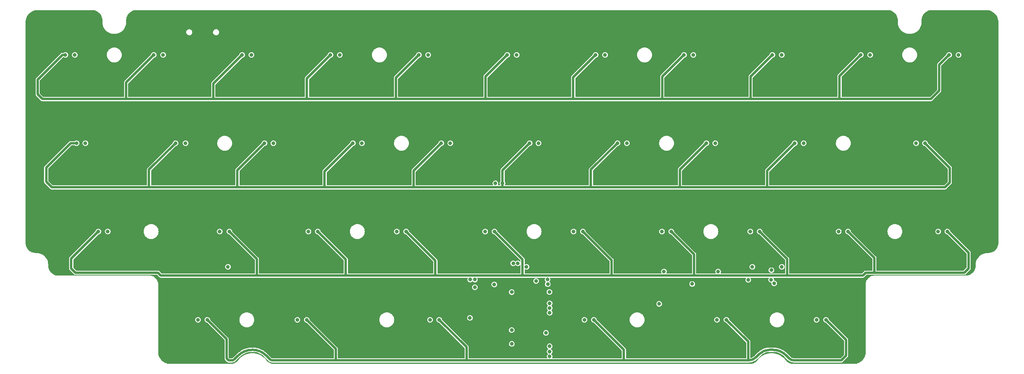
<source format=gbr>
%TF.GenerationSoftware,KiCad,Pcbnew,(7.0.0)*%
%TF.CreationDate,2023-03-17T08:02:58+01:00*%
%TF.ProjectId,travaulta,74726176-6175-46c7-9461-2e6b69636164,rev?*%
%TF.SameCoordinates,Original*%
%TF.FileFunction,Copper,L2,Inr*%
%TF.FilePolarity,Positive*%
%FSLAX46Y46*%
G04 Gerber Fmt 4.6, Leading zero omitted, Abs format (unit mm)*
G04 Created by KiCad (PCBNEW (7.0.0)) date 2023-03-17 08:02:58*
%MOMM*%
%LPD*%
G01*
G04 APERTURE LIST*
%TA.AperFunction,ViaPad*%
%ADD10C,0.800000*%
%TD*%
%TA.AperFunction,Conductor*%
%ADD11C,0.500000*%
%TD*%
G04 APERTURE END LIST*
D10*
%TO.N,GND*%
X74295000Y-91313000D03*
X188214000Y-122174000D03*
X151003000Y-99314000D03*
X248920000Y-88900000D03*
X92710000Y-106934000D03*
X196342000Y-86741000D03*
X97028000Y-101346000D03*
X177165000Y-109855000D03*
X101727000Y-69469000D03*
X81280000Y-57277000D03*
X106807000Y-107315000D03*
X82550000Y-49999000D03*
X233934000Y-67691000D03*
X87249000Y-80010000D03*
X79375000Y-103759000D03*
X146939000Y-121666000D03*
X47117000Y-76200000D03*
X131445000Y-101854000D03*
X169545000Y-103632000D03*
X196342000Y-84709000D03*
X77430000Y-51094000D03*
X112268000Y-107315000D03*
X232156000Y-86741000D03*
X182499000Y-80010000D03*
X77343000Y-105791000D03*
X76327000Y-67818000D03*
X186055000Y-120904000D03*
X113284000Y-114300000D03*
X215773000Y-67691000D03*
X171831000Y-101981000D03*
X195072000Y-67691000D03*
X144653000Y-76200000D03*
X114681000Y-103886000D03*
X82550000Y-86741000D03*
X142113000Y-110617000D03*
X231521000Y-99314000D03*
X160909000Y-107315000D03*
X114554000Y-101727000D03*
X231902000Y-67691000D03*
X118999000Y-65786000D03*
X189357000Y-103759000D03*
X75819000Y-120777000D03*
X137668000Y-65659000D03*
X84582000Y-86741000D03*
X173101000Y-95250000D03*
X141859000Y-80010000D03*
X120904000Y-107315000D03*
X152584000Y-112903000D03*
X144460375Y-118364000D03*
X47371000Y-50800000D03*
X99695000Y-65786000D03*
X210820000Y-103251000D03*
X199263000Y-122174000D03*
X195072000Y-65659000D03*
X231902000Y-65659000D03*
X234950000Y-61087000D03*
X144653000Y-65659000D03*
X139700000Y-57150000D03*
X153035000Y-101981000D03*
X233934000Y-65659000D03*
X139954000Y-65659000D03*
X139192000Y-86741000D03*
X232156000Y-84709000D03*
X66294000Y-86868000D03*
X158750000Y-57150000D03*
X123571000Y-107315000D03*
X215900000Y-57150000D03*
X62103000Y-67691000D03*
X187325000Y-102108000D03*
X213741000Y-67691000D03*
X196850000Y-57150000D03*
X106426000Y-76200000D03*
X153289000Y-120777000D03*
X123190000Y-103886000D03*
X159004000Y-110744000D03*
X198374000Y-86741000D03*
X138303000Y-101981000D03*
X120904000Y-101727000D03*
X158623000Y-67691000D03*
X174625000Y-103632000D03*
X144653000Y-72517000D03*
X125349000Y-80010000D03*
X109855000Y-121666000D03*
X177800000Y-53213000D03*
X213741000Y-65659000D03*
X251079000Y-50800000D03*
X164592000Y-103759000D03*
X101092000Y-84709000D03*
X179197000Y-84709000D03*
X197104000Y-65659000D03*
X82550000Y-84709000D03*
X101092000Y-86741000D03*
X101092000Y-101600000D03*
X134874000Y-95250000D03*
X103124000Y-84709000D03*
X215265000Y-86741000D03*
X160909000Y-103632000D03*
X60071000Y-67691000D03*
X133985000Y-101727000D03*
X133985000Y-103886000D03*
X51435000Y-95250000D03*
X96774000Y-95250000D03*
X251206000Y-63500000D03*
X101092000Y-103886000D03*
X222758000Y-120650000D03*
X244094000Y-69723000D03*
X201041000Y-121920000D03*
X77343000Y-103759000D03*
X177165000Y-86741000D03*
X121031000Y-69469000D03*
X246062500Y-85725000D03*
X49530000Y-69850000D03*
X139065000Y-107315000D03*
X137287000Y-103886000D03*
X158496000Y-101981000D03*
X112268000Y-103886000D03*
X139954000Y-69469000D03*
X62103000Y-65659000D03*
X87249000Y-72644000D03*
X82550000Y-64135000D03*
X75692000Y-48895000D03*
X106299000Y-103886000D03*
X101727000Y-65786000D03*
X153924000Y-87757000D03*
X192151000Y-99314000D03*
X145415000Y-114935000D03*
X78359000Y-65786000D03*
X228473000Y-103124000D03*
X66294000Y-84836000D03*
X76327000Y-65786000D03*
X121031000Y-65786000D03*
X120142000Y-84709000D03*
X156591000Y-65659000D03*
X234950000Y-53340000D03*
X151257000Y-120777000D03*
X149098000Y-120777000D03*
X158623000Y-86741000D03*
X95377000Y-101346000D03*
X182499000Y-72390000D03*
X114681000Y-107315000D03*
X210820000Y-105664000D03*
X234188000Y-86741000D03*
X64262000Y-86868000D03*
X141224000Y-84709000D03*
X84582000Y-84709000D03*
X75819000Y-107950000D03*
X209423000Y-102870000D03*
X144399000Y-121793000D03*
X64262000Y-84836000D03*
X212979000Y-105664000D03*
X175895000Y-101981000D03*
X207391000Y-101473000D03*
X94996000Y-114300000D03*
X86741000Y-103759000D03*
X160655000Y-84709000D03*
X115824000Y-99314000D03*
X249174000Y-85725000D03*
X187325000Y-103759000D03*
X122174000Y-86741000D03*
X131445000Y-103886000D03*
X195326000Y-102108000D03*
X209804000Y-108712000D03*
X86741000Y-106299000D03*
X84709000Y-58166000D03*
X141859000Y-72517000D03*
X91948000Y-116459000D03*
X122174000Y-84709000D03*
X68453000Y-76200000D03*
X215773000Y-65659000D03*
X201676000Y-76200000D03*
X158623000Y-84709000D03*
X91948000Y-119761000D03*
X192024000Y-91313000D03*
X157734000Y-103759000D03*
X120650000Y-53213000D03*
X77851000Y-95250000D03*
X91948000Y-111506000D03*
X80772000Y-65151000D03*
X224282000Y-80137000D03*
X192151000Y-103759000D03*
X215265000Y-84709000D03*
X115824000Y-91313000D03*
X213106000Y-103251000D03*
X175768000Y-67691000D03*
X160655000Y-86741000D03*
X147066000Y-107315000D03*
X179197000Y-86741000D03*
X232918000Y-102743000D03*
X85725000Y-64135000D03*
X120650000Y-60960000D03*
X92710000Y-101600000D03*
X142240000Y-114935000D03*
X171831000Y-103632000D03*
X180086000Y-107442000D03*
X141224000Y-86741000D03*
X177800000Y-65659000D03*
X183388000Y-109855000D03*
X222758000Y-107823000D03*
X144653000Y-67691000D03*
X229235000Y-95250000D03*
X158623000Y-65659000D03*
X85725000Y-65786000D03*
X146685000Y-65659000D03*
X65659000Y-76200000D03*
X147896567Y-109273002D03*
X141986000Y-121793000D03*
X120904000Y-103886000D03*
X101600000Y-57150000D03*
X112522000Y-121666000D03*
X169545000Y-101981000D03*
X103124000Y-86741000D03*
X182118000Y-107442000D03*
X243967000Y-85725000D03*
X89408000Y-48895000D03*
X224282000Y-72390000D03*
X157734000Y-107315000D03*
X125349000Y-72517000D03*
X198374000Y-84709000D03*
X156591000Y-67691000D03*
X225933000Y-103124000D03*
X185166000Y-114300000D03*
X157099000Y-99314000D03*
X98425000Y-103886000D03*
X163576000Y-76200000D03*
X99949000Y-69342000D03*
X153288724Y-110807639D03*
X153924000Y-99314000D03*
X240538000Y-86741000D03*
X74295000Y-99314000D03*
X202946000Y-110490000D03*
X139319000Y-103886000D03*
X98425000Y-107315000D03*
X144653000Y-80010000D03*
X251079000Y-95123000D03*
X148209000Y-101981000D03*
X98806000Y-50800000D03*
X211201000Y-95250000D03*
X235458000Y-103251000D03*
X231521000Y-91186000D03*
X234188000Y-84709000D03*
X146685000Y-72517000D03*
X153924000Y-91313000D03*
X177165000Y-84709000D03*
X101219000Y-107315000D03*
X78359000Y-67818000D03*
X217297000Y-84709000D03*
X146685000Y-80010000D03*
X139192000Y-84709000D03*
X112268000Y-101727000D03*
X189357000Y-102108000D03*
X120142000Y-86741000D03*
X174625000Y-107315000D03*
X186817000Y-107569000D03*
X150550100Y-110815963D03*
X177800000Y-67691000D03*
X143383000Y-107315000D03*
X203962000Y-108331000D03*
X227965000Y-76200000D03*
X203835000Y-114300000D03*
X88773000Y-121920000D03*
X217297000Y-86741000D03*
X246062500Y-76200000D03*
X175768000Y-65659000D03*
X160020000Y-120396000D03*
X146685000Y-67691000D03*
X54356000Y-88900000D03*
X197104000Y-67691000D03*
X177800000Y-60960000D03*
X60071000Y-65659000D03*
X153346000Y-115062000D03*
X87653038Y-51101306D03*
X84074000Y-69850000D03*
X154940000Y-101981000D03*
X177165000Y-119126000D03*
X150425000Y-115062000D03*
%TO.N,APLEX_OUT_PIN_0*%
X156902500Y-105624500D03*
X140208000Y-105624500D03*
X200152000Y-105695500D03*
X205105000Y-105664000D03*
X140168363Y-113895367D03*
%TO.N,ROW0*%
X243459000Y-57150000D03*
X110109000Y-57150000D03*
X186309000Y-57150000D03*
X145669000Y-84875500D03*
X148209000Y-57150000D03*
X167259000Y-57150000D03*
X224409000Y-57150000D03*
X129159000Y-57150000D03*
X72009000Y-57150000D03*
X52959000Y-57150000D03*
X91059000Y-57150000D03*
X149495497Y-102108000D03*
X205359000Y-57150000D03*
%TO.N,ROW1*%
X55372000Y-76200000D03*
X191135000Y-76200000D03*
X133985000Y-76200000D03*
X147193000Y-84836000D03*
X76708000Y-76200000D03*
X153035000Y-76200000D03*
X210185000Y-76200000D03*
X171958000Y-76200000D03*
X114935000Y-76200000D03*
X150495000Y-102108000D03*
X238252000Y-76200000D03*
X95885000Y-76200000D03*
%TO.N,VBAT*%
X149155000Y-108331000D03*
X149158000Y-116524000D03*
X180975000Y-110871000D03*
X156556000Y-117129000D03*
X152360500Y-102870000D03*
X88011000Y-102870000D03*
X149189578Y-119489093D03*
X157291782Y-108302925D03*
X201041000Y-102870000D03*
X154432000Y-105918000D03*
%TO.N,COL0*%
X62103000Y-95250000D03*
X54991000Y-57150000D03*
X57277000Y-76200000D03*
%TO.N,COL1*%
X74041000Y-57150000D03*
X81550000Y-114300000D03*
X86233000Y-95250000D03*
X78867000Y-76200000D03*
%TO.N,COL2*%
X93075000Y-57150000D03*
X105362500Y-95250000D03*
X97790000Y-76200000D03*
X102980000Y-114300000D03*
%TO.N,COL3*%
X124412500Y-95250000D03*
X116887500Y-76200000D03*
X131555000Y-114300000D03*
X112125000Y-57150000D03*
%TO.N,COL4*%
X143462500Y-95250000D03*
X135937500Y-76200000D03*
X131175000Y-57150000D03*
%TO.N,COL5*%
X150241000Y-57150000D03*
X162512500Y-95250000D03*
X164846000Y-114300000D03*
X154940000Y-76200000D03*
%TO.N,COL6*%
X169291000Y-57150000D03*
X181991000Y-103886000D03*
X173990000Y-76200000D03*
X181562500Y-95250000D03*
X205124596Y-103594500D03*
%TO.N,COL7*%
X188325000Y-57150000D03*
X200612500Y-95250000D03*
X207391000Y-102870000D03*
X193421000Y-114300000D03*
X193675000Y-103925500D03*
X193040000Y-76200000D03*
%TO.N,COL8*%
X207391000Y-57150000D03*
X214884000Y-114300000D03*
X219662500Y-95250000D03*
X212090000Y-76200000D03*
%TO.N,COL9*%
X241095000Y-95250000D03*
X226441000Y-57150000D03*
X245491000Y-57150000D03*
X236347000Y-76200000D03*
%TO.N,ROW2*%
X164512500Y-95250000D03*
X221662500Y-95250000D03*
X126412500Y-95250000D03*
X243078000Y-95250000D03*
X202612500Y-95250000D03*
X107362500Y-95250000D03*
X145462500Y-95250000D03*
X60071000Y-95250000D03*
X88312500Y-95250000D03*
X183562500Y-95250000D03*
%TO.N,ROW3*%
X104980000Y-114300000D03*
X195453000Y-114300000D03*
X216916000Y-114300000D03*
X141224000Y-107277500D03*
X166878000Y-114300000D03*
X133555000Y-114300000D03*
X83550000Y-114300000D03*
X141224000Y-105625000D03*
%TO.N,AMUX_SEL_2*%
X157353000Y-122213500D03*
X157353000Y-110744000D03*
%TO.N,AMUX_SEL_1*%
X157357299Y-111755701D03*
X157353000Y-121162299D03*
%TO.N,AMUX_SEL_0*%
X157353000Y-112776000D03*
X157353000Y-120015000D03*
%TO.N,APLEX_EN_PIN_1*%
X205729384Y-106444481D03*
X188087000Y-106564180D03*
X156939065Y-106623334D03*
X145415000Y-106680000D03*
%TD*%
D11*
%TO.N,ROW0*%
X84836000Y-66675000D02*
X66040000Y-66675000D01*
X167259000Y-57150000D02*
X162433000Y-61976000D01*
X200660000Y-66675000D02*
X181610000Y-66675000D01*
X72009000Y-57150000D02*
X66040000Y-63119000D01*
X200660000Y-61849000D02*
X200660000Y-66675000D01*
X224409000Y-57150000D02*
X219837000Y-61722000D01*
X241300000Y-64897000D02*
X241300000Y-59309000D01*
X48006000Y-66675000D02*
X46990000Y-65659000D01*
X124206000Y-66675000D02*
X105029000Y-66675000D01*
X219837000Y-61722000D02*
X219837000Y-66675000D01*
X124206000Y-62103000D02*
X124206000Y-66675000D01*
X46990000Y-62484000D02*
X52324000Y-57150000D01*
X186309000Y-57150000D02*
X181610000Y-61849000D01*
X148209000Y-57150000D02*
X143510000Y-61849000D01*
X46990000Y-65659000D02*
X46990000Y-62484000D01*
X66040000Y-63119000D02*
X66040000Y-66675000D01*
X84836000Y-63373000D02*
X84836000Y-66675000D01*
X162433000Y-66675000D02*
X143510000Y-66675000D01*
X219837000Y-66675000D02*
X200660000Y-66675000D01*
X129159000Y-57150000D02*
X124206000Y-62103000D01*
X241300000Y-59309000D02*
X243459000Y-57150000D01*
X66040000Y-66675000D02*
X48006000Y-66675000D01*
X143510000Y-66675000D02*
X124206000Y-66675000D01*
X239522000Y-66675000D02*
X241300000Y-64897000D01*
X162433000Y-61976000D02*
X162433000Y-66675000D01*
X52324000Y-57150000D02*
X52959000Y-57150000D01*
X181610000Y-61849000D02*
X181610000Y-66675000D01*
X91059000Y-57150000D02*
X84836000Y-63373000D01*
X105029000Y-66675000D02*
X84836000Y-66675000D01*
X105029000Y-62230000D02*
X105029000Y-66675000D01*
X181610000Y-66675000D02*
X162433000Y-66675000D01*
X205359000Y-57150000D02*
X200660000Y-61849000D01*
X143510000Y-61849000D02*
X143510000Y-66675000D01*
X110109000Y-57150000D02*
X105029000Y-62230000D01*
X219837000Y-66675000D02*
X239522000Y-66675000D01*
%TO.N,ROW1*%
X147193000Y-82042000D02*
X147193000Y-85725000D01*
X55372000Y-76200000D02*
X54102000Y-76200000D01*
X128016000Y-82169000D02*
X128016000Y-85725000D01*
X108839000Y-82296000D02*
X108839000Y-85598000D01*
X90043000Y-85725000D02*
X108966000Y-85725000D01*
X50038000Y-85725000D02*
X70993000Y-85725000D01*
X204216000Y-85725000D02*
X242570000Y-85725000D01*
X243586000Y-84709000D02*
X242570000Y-85725000D01*
X243586000Y-81534000D02*
X243586000Y-84709000D01*
X108966000Y-85725000D02*
X128016000Y-85725000D01*
X171958000Y-76200000D02*
X166243000Y-81915000D01*
X147193000Y-85725000D02*
X166243000Y-85725000D01*
X210185000Y-76200000D02*
X204216000Y-82169000D01*
X76708000Y-76200000D02*
X70993000Y-81915000D01*
X238252000Y-76200000D02*
X243586000Y-81534000D01*
X90043000Y-82042000D02*
X90043000Y-85725000D01*
X108839000Y-85598000D02*
X108966000Y-85725000D01*
X48831500Y-81470500D02*
X48831500Y-84518500D01*
X204216000Y-82169000D02*
X204216000Y-85725000D01*
X166243000Y-85725000D02*
X185420000Y-85725000D01*
X70993000Y-81915000D02*
X70993000Y-85725000D01*
X153035000Y-76200000D02*
X147193000Y-82042000D01*
X54102000Y-76200000D02*
X48831500Y-81470500D01*
X166243000Y-81915000D02*
X166243000Y-85725000D01*
X191135000Y-76200000D02*
X185420000Y-81915000D01*
X133985000Y-76200000D02*
X128016000Y-82169000D01*
X48831500Y-84518500D02*
X50038000Y-85725000D01*
X95885000Y-76200000D02*
X90043000Y-82042000D01*
X70993000Y-85725000D02*
X90043000Y-85725000D01*
X185420000Y-85725000D02*
X204216000Y-85725000D01*
X114935000Y-76200000D02*
X108839000Y-82296000D01*
X185420000Y-81915000D02*
X185420000Y-85725000D01*
X128016000Y-85725000D02*
X147193000Y-85725000D01*
%TO.N,ROW2*%
X151511000Y-104775000D02*
X170688000Y-104775000D01*
X54229000Y-101092000D02*
X54229000Y-103251000D01*
X170688000Y-104775000D02*
X170688000Y-101425500D01*
X188468000Y-100155500D02*
X183562500Y-95250000D01*
X72898000Y-104140000D02*
X73533000Y-104775000D01*
X113411000Y-101298500D02*
X107362500Y-95250000D01*
X225477605Y-104140000D02*
X224842605Y-104775000D01*
X60071000Y-95250000D02*
X54229000Y-101092000D01*
X188468000Y-104775000D02*
X208534000Y-104775000D01*
X227330000Y-104140000D02*
X227330000Y-100917500D01*
X113411000Y-104775000D02*
X113411000Y-101298500D01*
X94234000Y-104775000D02*
X113411000Y-104775000D01*
X208534000Y-104775000D02*
X224842605Y-104775000D01*
X132715000Y-104775000D02*
X151511000Y-104775000D01*
X208534000Y-104775000D02*
X208534000Y-101171500D01*
X132715000Y-101552500D02*
X126412500Y-95250000D01*
X170688000Y-101425500D02*
X164512500Y-95250000D01*
X247650000Y-103251000D02*
X247650000Y-99822000D01*
X170688000Y-104775000D02*
X188468000Y-104775000D01*
X132715000Y-104775000D02*
X132715000Y-101552500D01*
X227330000Y-104140000D02*
X225477605Y-104140000D01*
X73533000Y-104775000D02*
X94234000Y-104775000D01*
X247650000Y-99822000D02*
X243078000Y-95250000D01*
X227330000Y-104140000D02*
X246761000Y-104140000D01*
X94234000Y-101171500D02*
X88312500Y-95250000D01*
X227330000Y-100917500D02*
X221662500Y-95250000D01*
X54229000Y-103251000D02*
X55118000Y-104140000D01*
X151511000Y-104775000D02*
X151511000Y-101298500D01*
X94234000Y-104775000D02*
X94234000Y-101171500D01*
X55118000Y-104140000D02*
X72898000Y-104140000D01*
X188468000Y-104775000D02*
X188468000Y-100155500D01*
X151511000Y-101298500D02*
X145462500Y-95250000D01*
X113411000Y-104775000D02*
X132715000Y-104775000D01*
X246761000Y-104140000D02*
X247650000Y-103251000D01*
X208534000Y-101171500D02*
X202612500Y-95250000D01*
%TO.N,ROW3*%
X111252000Y-123063000D02*
X97557790Y-123063000D01*
X173355000Y-123063000D02*
X200152000Y-123063000D01*
X204711235Y-120777000D02*
X205486000Y-120777000D01*
X111252000Y-123063000D02*
X139446000Y-123063000D01*
X89423407Y-122793592D02*
X89587605Y-122629395D01*
X111252000Y-123063000D02*
X111252000Y-120572000D01*
X200152000Y-123063000D02*
X200152000Y-118999000D01*
X139446000Y-120191000D02*
X133555000Y-114300000D01*
X93345000Y-120777000D02*
X93236051Y-120777000D01*
X88773000Y-123063000D02*
X88138000Y-123063000D01*
X87717160Y-118467160D02*
X83550000Y-114300000D01*
X216916000Y-114300000D02*
X221234000Y-118618000D01*
X88138000Y-123063000D02*
X87717160Y-122642160D01*
X87717160Y-122642160D02*
X87717160Y-118467160D01*
X210051617Y-123063000D02*
X220218000Y-123063000D01*
X208304434Y-121944433D02*
X208978500Y-122618500D01*
X201886421Y-122344580D02*
X202565000Y-121666000D01*
X173355000Y-123063000D02*
X173355000Y-120777000D01*
X111252000Y-120572000D02*
X104980000Y-114300000D01*
X139446000Y-123063000D02*
X173355000Y-123063000D01*
X139446000Y-123063000D02*
X139446000Y-120191000D01*
X96163434Y-121944433D02*
X97086987Y-122867987D01*
X173355000Y-120777000D02*
X166878000Y-114300000D01*
X90170000Y-122047000D02*
X89587605Y-122629395D01*
X200152000Y-118999000D02*
X195453000Y-114300000D01*
X221234000Y-122047000D02*
X220218000Y-123063000D01*
X221234000Y-118618000D02*
X221234000Y-122047000D01*
X208978495Y-122618505D02*
G75*
G03*
X210051617Y-123063000I1073105J1073105D01*
G01*
X97086995Y-122867979D02*
G75*
G03*
X97557790Y-123063000I470805J470779D01*
G01*
X204711235Y-120777015D02*
G75*
G03*
X202565000Y-121666000I-35J-3035185D01*
G01*
X208304440Y-121944427D02*
G75*
G03*
X205486000Y-120777000I-2818440J-2818473D01*
G01*
X200152000Y-123063012D02*
G75*
G03*
X201886420Y-122344579I0J2452812D01*
G01*
X93236051Y-120777022D02*
G75*
G03*
X90170001Y-122047001I-51J-4335978D01*
G01*
X88773000Y-123063003D02*
G75*
G03*
X89423406Y-122793591I0J919803D01*
G01*
X96163440Y-121944427D02*
G75*
G03*
X93345000Y-120777000I-2818440J-2818473D01*
G01*
%TD*%
%TA.AperFunction,Conductor*%
%TO.N,GND*%
G36*
X230200348Y-47475520D02*
G01*
X230298956Y-47481485D01*
X230298956Y-47481499D01*
X230299009Y-47481488D01*
X230471593Y-47492799D01*
X230472909Y-47492963D01*
X230599140Y-47516096D01*
X230599298Y-47516126D01*
X230743441Y-47544797D01*
X230744618Y-47545097D01*
X230872041Y-47584803D01*
X230872119Y-47584829D01*
X231006581Y-47630473D01*
X231007622Y-47630883D01*
X231131044Y-47686431D01*
X231131417Y-47686607D01*
X231138829Y-47690262D01*
X231256886Y-47748482D01*
X231257750Y-47748954D01*
X231323021Y-47788412D01*
X231374440Y-47819496D01*
X231374887Y-47819781D01*
X231490392Y-47896959D01*
X231491108Y-47897477D01*
X231598807Y-47981853D01*
X231599305Y-47982266D01*
X231703474Y-48073620D01*
X231704033Y-48074144D01*
X231800854Y-48170965D01*
X231801378Y-48171524D01*
X231892740Y-48275703D01*
X231893153Y-48276201D01*
X231977513Y-48383879D01*
X231978031Y-48384595D01*
X232055225Y-48500123D01*
X232055510Y-48500570D01*
X232126040Y-48617239D01*
X232126520Y-48618117D01*
X232188395Y-48743588D01*
X232188571Y-48743961D01*
X232244115Y-48867376D01*
X232244525Y-48868417D01*
X232290145Y-49002808D01*
X232290236Y-49003088D01*
X232329896Y-49130363D01*
X232330201Y-49131561D01*
X232358877Y-49275723D01*
X232358910Y-49275897D01*
X232382033Y-49402076D01*
X232382200Y-49403420D01*
X232393519Y-49576116D01*
X232393520Y-49576176D01*
X232393523Y-49576176D01*
X232399479Y-49674636D01*
X232399500Y-49675342D01*
X232399500Y-50074998D01*
X232399499Y-50075000D01*
X232399499Y-50229277D01*
X232399540Y-50229618D01*
X232399541Y-50229627D01*
X232436648Y-50535232D01*
X232436649Y-50535242D01*
X232436691Y-50535581D01*
X232436774Y-50535918D01*
X232436774Y-50535920D01*
X232510533Y-50835169D01*
X232510654Y-50835488D01*
X232510656Y-50835494D01*
X232619821Y-51123340D01*
X232619947Y-51123672D01*
X232763339Y-51396883D01*
X232763540Y-51397174D01*
X232763541Y-51397175D01*
X232938406Y-51650511D01*
X232938618Y-51650817D01*
X232938849Y-51651077D01*
X232938850Y-51651079D01*
X233143001Y-51881518D01*
X233143227Y-51881773D01*
X233374183Y-52086382D01*
X233628118Y-52261661D01*
X233901329Y-52405053D01*
X234189832Y-52514468D01*
X234489419Y-52588309D01*
X234795724Y-52625501D01*
X235103921Y-52625501D01*
X235104277Y-52625501D01*
X235410582Y-52588309D01*
X235710169Y-52514467D01*
X235998672Y-52405052D01*
X236271883Y-52261660D01*
X236525818Y-52086382D01*
X236756774Y-51881773D01*
X236961383Y-51650817D01*
X237136661Y-51396882D01*
X237280053Y-51123671D01*
X237389468Y-50835168D01*
X237463309Y-50535580D01*
X237500501Y-50229276D01*
X237500501Y-50074999D01*
X237500501Y-50074499D01*
X237500501Y-49675359D01*
X237500522Y-49674653D01*
X237502904Y-49635268D01*
X237506487Y-49576047D01*
X237506498Y-49576047D01*
X237506490Y-49575994D01*
X237517802Y-49403400D01*
X237517964Y-49402097D01*
X237541123Y-49275723D01*
X237569801Y-49131549D01*
X237570100Y-49130376D01*
X237609802Y-49002969D01*
X237609826Y-49002897D01*
X237655482Y-48868398D01*
X237655876Y-48867398D01*
X237711451Y-48743915D01*
X237711588Y-48743624D01*
X237773494Y-48618091D01*
X237773940Y-48617275D01*
X237844526Y-48500513D01*
X237844754Y-48500155D01*
X237921975Y-48384585D01*
X237922461Y-48383913D01*
X238006877Y-48276164D01*
X238007239Y-48275728D01*
X238098654Y-48171489D01*
X238099118Y-48170994D01*
X238195994Y-48074119D01*
X238196489Y-48073654D01*
X238300728Y-47982239D01*
X238301164Y-47981877D01*
X238408913Y-47897461D01*
X238409585Y-47896975D01*
X238525155Y-47819754D01*
X238525513Y-47819526D01*
X238642275Y-47748940D01*
X238643091Y-47748494D01*
X238768624Y-47686588D01*
X238768915Y-47686451D01*
X238892398Y-47630876D01*
X238893398Y-47630482D01*
X239027897Y-47584826D01*
X239027969Y-47584802D01*
X239155376Y-47545100D01*
X239156549Y-47544801D01*
X239300756Y-47516116D01*
X239427097Y-47492964D01*
X239428400Y-47492802D01*
X239600994Y-47481490D01*
X239601047Y-47481498D01*
X239601047Y-47481487D01*
X239601077Y-47481484D01*
X239699652Y-47475522D01*
X239700359Y-47475501D01*
X239700500Y-47475501D01*
X251474663Y-47475499D01*
X251475319Y-47475517D01*
X251477479Y-47475638D01*
X251590607Y-47481991D01*
X251772396Y-47492988D01*
X251773597Y-47493126D01*
X251914616Y-47517086D01*
X252070557Y-47545663D01*
X252071665Y-47545923D01*
X252213531Y-47586794D01*
X252213580Y-47586809D01*
X252360589Y-47632619D01*
X252361550Y-47632968D01*
X252499559Y-47690133D01*
X252499838Y-47690253D01*
X252629201Y-47748474D01*
X252638486Y-47752653D01*
X252639343Y-47753082D01*
X252770940Y-47825813D01*
X252771211Y-47825969D01*
X252888642Y-47896959D01*
X252900569Y-47904169D01*
X252901286Y-47904640D01*
X253024248Y-47991886D01*
X253024694Y-47992218D01*
X253143269Y-48085116D01*
X253143849Y-48085602D01*
X253256448Y-48186226D01*
X253256925Y-48186677D01*
X253363320Y-48293072D01*
X253363771Y-48293549D01*
X253464397Y-48406150D01*
X253464883Y-48406730D01*
X253513087Y-48468257D01*
X253557787Y-48525312D01*
X253558091Y-48525720D01*
X253623031Y-48617244D01*
X253645363Y-48648718D01*
X253645834Y-48649435D01*
X253723990Y-48778722D01*
X253724217Y-48779116D01*
X253796918Y-48910661D01*
X253797347Y-48911518D01*
X253859730Y-49050124D01*
X253859870Y-49050449D01*
X253917024Y-49188432D01*
X253917385Y-49189428D01*
X253963159Y-49336319D01*
X253963232Y-49336561D01*
X254004072Y-49478322D01*
X254004337Y-49479452D01*
X254032891Y-49635268D01*
X254032839Y-49635277D01*
X254032919Y-49635417D01*
X254056869Y-49776374D01*
X254057013Y-49777628D01*
X254068025Y-49959690D01*
X254068028Y-49959740D01*
X254074482Y-50074661D01*
X254074500Y-50075317D01*
X254074500Y-97683641D01*
X254074479Y-97684347D01*
X254068518Y-97782897D01*
X254068514Y-97782956D01*
X254057199Y-97955578D01*
X254057032Y-97956922D01*
X254033909Y-98083101D01*
X254033876Y-98083275D01*
X254005201Y-98227437D01*
X254004896Y-98228635D01*
X253965233Y-98355917D01*
X253965142Y-98356197D01*
X253919525Y-98490577D01*
X253919115Y-98491618D01*
X253863568Y-98615040D01*
X253863392Y-98615413D01*
X253801519Y-98740880D01*
X253801039Y-98741758D01*
X253730505Y-98858434D01*
X253730220Y-98858881D01*
X253653035Y-98974396D01*
X253652517Y-98975112D01*
X253568144Y-99082806D01*
X253567731Y-99083304D01*
X253476384Y-99187466D01*
X253475860Y-99188025D01*
X253379025Y-99284860D01*
X253378466Y-99285384D01*
X253274304Y-99376731D01*
X253273806Y-99377144D01*
X253166112Y-99461517D01*
X253165396Y-99462035D01*
X253049881Y-99539220D01*
X253049434Y-99539505D01*
X252932758Y-99610039D01*
X252931880Y-99610519D01*
X252806413Y-99672392D01*
X252806040Y-99672568D01*
X252682618Y-99728115D01*
X252681577Y-99728525D01*
X252547197Y-99774142D01*
X252546917Y-99774233D01*
X252419635Y-99813896D01*
X252418437Y-99814201D01*
X252274275Y-99842876D01*
X252274101Y-99842909D01*
X252147922Y-99866032D01*
X252146578Y-99866199D01*
X251974015Y-99877510D01*
X251973956Y-99877514D01*
X251875347Y-99883479D01*
X251874641Y-99883500D01*
X251734438Y-99883500D01*
X251734375Y-99883487D01*
X251734375Y-99883474D01*
X251734310Y-99883473D01*
X251734306Y-99883473D01*
X251591462Y-99883470D01*
X251591140Y-99883470D01*
X251590826Y-99883505D01*
X251590814Y-99883506D01*
X251306806Y-99915499D01*
X251306803Y-99915499D01*
X251306470Y-99915537D01*
X251306164Y-99915606D01*
X251306145Y-99915610D01*
X251027500Y-99979204D01*
X251027496Y-99979204D01*
X251027181Y-99979277D01*
X251026874Y-99979384D01*
X251026865Y-99979387D01*
X250757094Y-100073779D01*
X250757080Y-100073784D01*
X250756785Y-100073888D01*
X250756497Y-100074026D01*
X250756489Y-100074030D01*
X250498979Y-100198038D01*
X250498972Y-100198041D01*
X250498683Y-100198181D01*
X250498429Y-100198340D01*
X250498410Y-100198351D01*
X250256397Y-100350417D01*
X250256389Y-100350421D01*
X250256121Y-100350591D01*
X250255864Y-100350795D01*
X250255861Y-100350798D01*
X250143103Y-100440720D01*
X250032150Y-100529202D01*
X250031926Y-100529425D01*
X250031917Y-100529434D01*
X249829818Y-100731535D01*
X249829809Y-100731544D01*
X249829586Y-100731768D01*
X249829388Y-100732015D01*
X249829381Y-100732024D01*
X249654444Y-100951393D01*
X249650977Y-100955741D01*
X249650808Y-100956009D01*
X249650803Y-100956017D01*
X249498739Y-101198031D01*
X249498728Y-101198050D01*
X249498569Y-101198304D01*
X249498429Y-101198593D01*
X249498426Y-101198600D01*
X249374421Y-101456111D01*
X249374414Y-101456126D01*
X249374279Y-101456408D01*
X249374175Y-101456704D01*
X249374173Y-101456710D01*
X249279775Y-101726505D01*
X249279774Y-101726510D01*
X249279671Y-101726804D01*
X249279601Y-101727109D01*
X249279600Y-101727114D01*
X249216006Y-102005769D01*
X249216002Y-102005788D01*
X249215933Y-102006094D01*
X249215895Y-102006427D01*
X249215895Y-102006430D01*
X249183904Y-102290438D01*
X249183904Y-102290440D01*
X249183868Y-102290764D01*
X249183868Y-102291086D01*
X249183868Y-102291087D01*
X249183874Y-102433999D01*
X249183874Y-102574639D01*
X249183853Y-102575346D01*
X249177888Y-102673886D01*
X249177884Y-102673945D01*
X249166562Y-102846574D01*
X249166395Y-102847918D01*
X249143267Y-102974091D01*
X249143234Y-102974264D01*
X249114555Y-103118423D01*
X249114250Y-103119621D01*
X249074590Y-103246880D01*
X249074499Y-103247160D01*
X249028869Y-103381568D01*
X249028459Y-103382609D01*
X248972918Y-103506010D01*
X248972742Y-103506383D01*
X248910864Y-103631850D01*
X248910384Y-103632728D01*
X248839851Y-103749401D01*
X248839566Y-103749848D01*
X248762377Y-103865366D01*
X248761859Y-103866082D01*
X248677478Y-103973783D01*
X248677064Y-103974281D01*
X248585738Y-104078417D01*
X248585215Y-104078976D01*
X248488366Y-104175824D01*
X248487807Y-104176348D01*
X248383657Y-104267684D01*
X248383159Y-104268097D01*
X248275454Y-104352478D01*
X248274738Y-104352996D01*
X248159237Y-104430173D01*
X248158790Y-104430458D01*
X248042108Y-104500995D01*
X248041230Y-104501475D01*
X247915767Y-104563349D01*
X247915394Y-104563525D01*
X247791982Y-104619070D01*
X247790941Y-104619480D01*
X247656539Y-104665106D01*
X247656259Y-104665197D01*
X247529001Y-104704855D01*
X247527803Y-104705160D01*
X247383618Y-104733843D01*
X247383444Y-104733876D01*
X247257285Y-104757000D01*
X247255943Y-104757167D01*
X247086426Y-104768297D01*
X247086366Y-104768301D01*
X246984375Y-104774474D01*
X246984367Y-104774352D01*
X246983661Y-104774498D01*
X227299904Y-104774498D01*
X227299896Y-104774500D01*
X227181988Y-104774500D01*
X227181623Y-104774548D01*
X227181608Y-104774549D01*
X226948372Y-104805256D01*
X226948356Y-104805259D01*
X226947985Y-104805308D01*
X226947605Y-104805409D01*
X226947604Y-104805410D01*
X226720386Y-104866293D01*
X226720383Y-104866293D01*
X226720006Y-104866395D01*
X226719643Y-104866545D01*
X226719641Y-104866546D01*
X226502313Y-104956565D01*
X226502304Y-104956569D01*
X226501950Y-104956716D01*
X226501619Y-104956906D01*
X226501609Y-104956912D01*
X226297881Y-105074535D01*
X226297877Y-105074537D01*
X226297549Y-105074727D01*
X226297254Y-105074953D01*
X226297247Y-105074958D01*
X226110602Y-105218175D01*
X226110590Y-105218185D01*
X226110300Y-105218408D01*
X226110036Y-105218671D01*
X226110028Y-105218679D01*
X225943679Y-105385029D01*
X225943671Y-105385037D01*
X225943408Y-105385301D01*
X225943185Y-105385591D01*
X225943175Y-105385603D01*
X225799958Y-105572248D01*
X225799953Y-105572255D01*
X225799727Y-105572550D01*
X225799537Y-105572878D01*
X225799535Y-105572882D01*
X225681912Y-105776610D01*
X225681906Y-105776620D01*
X225681716Y-105776951D01*
X225681569Y-105777305D01*
X225681565Y-105777314D01*
X225591545Y-105994642D01*
X225591394Y-105995007D01*
X225591292Y-105995384D01*
X225591292Y-105995387D01*
X225537917Y-106194586D01*
X225530307Y-106222986D01*
X225530258Y-106223357D01*
X225530255Y-106223373D01*
X225499549Y-106456609D01*
X225499548Y-106456624D01*
X225499500Y-106456989D01*
X225499500Y-106457372D01*
X225499500Y-121224663D01*
X225499482Y-121225319D01*
X225493019Y-121340400D01*
X225493016Y-121340450D01*
X225482012Y-121522369D01*
X225481868Y-121523623D01*
X225457921Y-121664556D01*
X225457894Y-121664705D01*
X225429336Y-121820543D01*
X225429071Y-121821673D01*
X225388224Y-121963458D01*
X225388151Y-121963700D01*
X225342387Y-122110562D01*
X225342026Y-122111558D01*
X225284865Y-122249559D01*
X225284725Y-122249884D01*
X225222350Y-122388474D01*
X225221921Y-122389332D01*
X225149213Y-122520886D01*
X225148986Y-122521279D01*
X225070829Y-122650568D01*
X225070358Y-122651285D01*
X224983106Y-122774255D01*
X224982774Y-122774701D01*
X224889886Y-122893263D01*
X224889400Y-122893843D01*
X224788769Y-123006450D01*
X224788318Y-123006927D01*
X224681925Y-123113320D01*
X224681448Y-123113771D01*
X224568848Y-123214397D01*
X224568268Y-123214883D01*
X224449703Y-123307773D01*
X224449257Y-123308105D01*
X224326278Y-123395363D01*
X224325561Y-123395834D01*
X224196299Y-123473975D01*
X224195906Y-123474202D01*
X224064325Y-123546925D01*
X224063467Y-123547354D01*
X223924884Y-123609724D01*
X223924559Y-123609864D01*
X223786566Y-123667023D01*
X223785570Y-123667384D01*
X223638685Y-123713156D01*
X223638443Y-123713229D01*
X223496674Y-123754071D01*
X223495544Y-123754336D01*
X223339706Y-123782894D01*
X223339557Y-123782921D01*
X223198624Y-123806868D01*
X223197370Y-123807012D01*
X223015501Y-123818013D01*
X223015451Y-123818016D01*
X222900320Y-123824482D01*
X222899664Y-123824500D01*
X209934709Y-123824500D01*
X209934042Y-123824481D01*
X209873331Y-123821014D01*
X209873236Y-123821008D01*
X209669958Y-123807738D01*
X209668726Y-123807592D01*
X209557815Y-123788412D01*
X209557534Y-123788360D01*
X209404662Y-123758052D01*
X209403643Y-123757802D01*
X209287277Y-123723654D01*
X209286833Y-123723513D01*
X209218161Y-123700280D01*
X209147081Y-123676231D01*
X209146278Y-123675926D01*
X209032084Y-123627690D01*
X209031477Y-123627413D01*
X208900756Y-123563172D01*
X208900165Y-123562860D01*
X208792226Y-123501931D01*
X208791494Y-123501482D01*
X208668671Y-123419725D01*
X208668279Y-123419452D01*
X208636375Y-123396283D01*
X208570162Y-123348199D01*
X208569352Y-123347554D01*
X208451954Y-123245037D01*
X208451741Y-123244846D01*
X208419078Y-123214883D01*
X208368785Y-123168748D01*
X208367921Y-123167867D01*
X208354665Y-123152829D01*
X208234292Y-123016272D01*
X208193127Y-122968791D01*
X208192718Y-122968291D01*
X208174572Y-122944765D01*
X208081413Y-122823988D01*
X207831191Y-122557231D01*
X207556512Y-122315730D01*
X207556295Y-122315573D01*
X207556287Y-122315567D01*
X207260153Y-122101890D01*
X207260146Y-122101885D01*
X207259914Y-122101718D01*
X207259660Y-122101569D01*
X207259653Y-122101565D01*
X206944398Y-121917323D01*
X206944392Y-121917319D01*
X206944139Y-121917172D01*
X206931587Y-121911374D01*
X206612347Y-121763909D01*
X206612342Y-121763907D01*
X206612104Y-121763797D01*
X206555653Y-121744046D01*
X206267132Y-121643098D01*
X206267116Y-121643093D01*
X206266878Y-121643010D01*
X206266617Y-121642946D01*
X205911910Y-121555992D01*
X205911905Y-121555991D01*
X205911648Y-121555928D01*
X205911386Y-121555890D01*
X205911371Y-121555887D01*
X205549987Y-121503396D01*
X205549969Y-121503394D01*
X205549699Y-121503355D01*
X205549426Y-121503341D01*
X205549407Y-121503340D01*
X205184666Y-121485790D01*
X205184375Y-121485776D01*
X205184084Y-121485790D01*
X204819341Y-121503340D01*
X204819320Y-121503341D01*
X204819050Y-121503355D01*
X204818781Y-121503394D01*
X204818761Y-121503396D01*
X204457377Y-121555887D01*
X204457358Y-121555890D01*
X204457101Y-121555928D01*
X204456847Y-121555990D01*
X204456838Y-121555992D01*
X204102132Y-121642946D01*
X204102126Y-121642947D01*
X204101872Y-121643010D01*
X204101639Y-121643091D01*
X204101617Y-121643098D01*
X203756896Y-121763709D01*
X203756892Y-121763710D01*
X203756645Y-121763797D01*
X203756413Y-121763904D01*
X203756401Y-121763909D01*
X203424875Y-121917049D01*
X203424865Y-121917054D01*
X203424610Y-121917172D01*
X203424365Y-121917315D01*
X203424350Y-121917323D01*
X203109095Y-122101565D01*
X203109078Y-122101575D01*
X203108835Y-122101718D01*
X203108611Y-122101879D01*
X203108595Y-122101890D01*
X202812462Y-122315567D01*
X202812444Y-122315581D01*
X202812238Y-122315730D01*
X202812038Y-122315905D01*
X202812029Y-122315913D01*
X202537771Y-122557044D01*
X202537764Y-122557050D01*
X202537559Y-122557231D01*
X202537372Y-122557429D01*
X202537362Y-122557440D01*
X202287538Y-122823773D01*
X202287531Y-122823780D01*
X202287336Y-122823989D01*
X202287164Y-122824211D01*
X202287158Y-122824219D01*
X202175861Y-122968511D01*
X202175437Y-122969030D01*
X202135571Y-123015006D01*
X202135508Y-123015078D01*
X202000817Y-123167878D01*
X201999949Y-123168763D01*
X201916987Y-123244859D01*
X201916773Y-123245050D01*
X201799405Y-123347534D01*
X201798585Y-123348188D01*
X201700455Y-123419446D01*
X201700063Y-123419719D01*
X201577249Y-123501468D01*
X201576517Y-123501917D01*
X201468579Y-123562843D01*
X201467988Y-123563155D01*
X201337258Y-123627401D01*
X201336651Y-123627678D01*
X201222465Y-123675911D01*
X201221662Y-123676216D01*
X201081899Y-123723506D01*
X201081444Y-123723649D01*
X200965112Y-123757792D01*
X200964093Y-123758043D01*
X200811223Y-123788356D01*
X200810941Y-123788408D01*
X200700025Y-123807594D01*
X200698793Y-123807740D01*
X200493883Y-123821114D01*
X200493789Y-123821120D01*
X200435007Y-123824481D01*
X200434339Y-123824500D01*
X98015961Y-123824500D01*
X98015293Y-123824481D01*
X97954584Y-123821011D01*
X97954489Y-123821005D01*
X97751206Y-123807723D01*
X97749975Y-123807577D01*
X97639080Y-123788395D01*
X97638798Y-123788343D01*
X97485918Y-123758030D01*
X97484899Y-123757780D01*
X97368533Y-123723629D01*
X97368078Y-123723485D01*
X97228329Y-123676201D01*
X97227526Y-123675896D01*
X97113353Y-123627670D01*
X97112746Y-123627393D01*
X96982008Y-123563147D01*
X96981417Y-123562835D01*
X96947241Y-123543545D01*
X96873471Y-123501908D01*
X96872755Y-123501468D01*
X96763794Y-123428943D01*
X96749913Y-123419704D01*
X96749521Y-123419431D01*
X96651417Y-123348195D01*
X96650597Y-123347541D01*
X96643046Y-123340948D01*
X96533161Y-123245005D01*
X96533009Y-123244869D01*
X96457793Y-123175881D01*
X96450045Y-123168774D01*
X96449177Y-123167888D01*
X96315539Y-123016272D01*
X96313123Y-123013530D01*
X96274768Y-122969300D01*
X96274550Y-122969040D01*
X96274537Y-122969024D01*
X96274354Y-122968792D01*
X96226273Y-122906457D01*
X96162663Y-122823989D01*
X95912440Y-122557231D01*
X95637761Y-122315731D01*
X95637544Y-122315574D01*
X95637536Y-122315568D01*
X95341403Y-122101891D01*
X95341396Y-122101886D01*
X95341164Y-122101719D01*
X95340910Y-122101570D01*
X95340903Y-122101566D01*
X95025648Y-121917324D01*
X95025642Y-121917320D01*
X95025389Y-121917173D01*
X94821546Y-121823013D01*
X94693597Y-121763910D01*
X94693592Y-121763908D01*
X94693354Y-121763798D01*
X94636960Y-121744067D01*
X94348381Y-121643099D01*
X94348365Y-121643094D01*
X94348127Y-121643011D01*
X94347862Y-121642946D01*
X93993160Y-121555993D01*
X93993155Y-121555992D01*
X93992898Y-121555929D01*
X93992636Y-121555891D01*
X93992621Y-121555888D01*
X93631237Y-121503397D01*
X93631219Y-121503395D01*
X93630949Y-121503356D01*
X93630676Y-121503342D01*
X93630657Y-121503341D01*
X93265916Y-121485791D01*
X93265625Y-121485777D01*
X93265334Y-121485791D01*
X92900592Y-121503341D01*
X92900571Y-121503342D01*
X92900301Y-121503356D01*
X92900032Y-121503395D01*
X92900012Y-121503397D01*
X92538628Y-121555888D01*
X92538609Y-121555891D01*
X92538352Y-121555929D01*
X92538098Y-121555991D01*
X92538089Y-121555993D01*
X92183383Y-121642947D01*
X92183377Y-121642948D01*
X92183123Y-121643011D01*
X92182890Y-121643092D01*
X92182868Y-121643099D01*
X91838147Y-121763710D01*
X91838143Y-121763711D01*
X91837896Y-121763798D01*
X91837664Y-121763905D01*
X91837652Y-121763910D01*
X91506126Y-121917050D01*
X91506116Y-121917055D01*
X91505861Y-121917173D01*
X91505616Y-121917316D01*
X91505601Y-121917324D01*
X91190346Y-122101566D01*
X91190329Y-122101576D01*
X91190086Y-122101719D01*
X91189862Y-122101880D01*
X91189846Y-122101891D01*
X90893713Y-122315568D01*
X90893695Y-122315582D01*
X90893489Y-122315731D01*
X90893289Y-122315906D01*
X90893280Y-122315914D01*
X90619022Y-122557044D01*
X90619015Y-122557050D01*
X90618810Y-122557231D01*
X90618623Y-122557429D01*
X90618613Y-122557440D01*
X90368789Y-122823773D01*
X90368782Y-122823780D01*
X90368587Y-122823989D01*
X90368415Y-122824211D01*
X90368409Y-122824219D01*
X90257112Y-122968511D01*
X90256687Y-122969030D01*
X90216793Y-123015036D01*
X90216731Y-123015108D01*
X90082070Y-123167868D01*
X90081202Y-123168753D01*
X89998217Y-123244869D01*
X89998003Y-123245060D01*
X89880655Y-123347523D01*
X89879835Y-123348177D01*
X89781690Y-123419445D01*
X89781298Y-123419718D01*
X89658503Y-123501453D01*
X89657771Y-123501902D01*
X89549799Y-123562847D01*
X89549208Y-123563158D01*
X89418531Y-123627379D01*
X89417924Y-123627657D01*
X89303698Y-123675907D01*
X89302895Y-123676212D01*
X89163172Y-123723489D01*
X89162717Y-123723632D01*
X89046349Y-123757787D01*
X89045330Y-123758038D01*
X88892496Y-123788346D01*
X88892214Y-123788398D01*
X88781270Y-123807590D01*
X88780038Y-123807736D01*
X88575043Y-123821119D01*
X88574949Y-123821125D01*
X88516277Y-123824481D01*
X88515609Y-123824500D01*
X75550335Y-123824500D01*
X75549679Y-123824482D01*
X75549661Y-123824481D01*
X75542545Y-123824081D01*
X75434548Y-123818016D01*
X75434498Y-123818013D01*
X75252628Y-123807012D01*
X75251374Y-123806868D01*
X75110441Y-123782921D01*
X75110292Y-123782894D01*
X74954454Y-123754336D01*
X74953324Y-123754071D01*
X74811555Y-123713229D01*
X74811313Y-123713156D01*
X74664428Y-123667384D01*
X74663432Y-123667023D01*
X74525439Y-123609864D01*
X74525114Y-123609724D01*
X74386531Y-123547354D01*
X74385673Y-123546925D01*
X74254092Y-123474202D01*
X74253699Y-123473975D01*
X74124437Y-123395834D01*
X74123720Y-123395363D01*
X74047029Y-123340948D01*
X74000740Y-123308104D01*
X74000295Y-123307773D01*
X73952686Y-123270474D01*
X73881729Y-123214882D01*
X73881150Y-123214397D01*
X73830073Y-123168752D01*
X73768550Y-123113771D01*
X73768073Y-123113320D01*
X73661680Y-123006927D01*
X73661229Y-123006450D01*
X73654385Y-122998792D01*
X73628120Y-122969401D01*
X73560598Y-122893843D01*
X73560112Y-122893263D01*
X73528148Y-122852464D01*
X73467213Y-122774687D01*
X73466905Y-122774272D01*
X73379634Y-122651277D01*
X73379175Y-122650578D01*
X73319649Y-122552109D01*
X73301012Y-122521279D01*
X73300785Y-122520886D01*
X73241969Y-122414468D01*
X73228074Y-122389326D01*
X73227648Y-122388474D01*
X73165250Y-122249831D01*
X73165161Y-122249624D01*
X73107970Y-122111555D01*
X73107611Y-122110562D01*
X73104808Y-122101566D01*
X73061833Y-121963655D01*
X73061774Y-121963458D01*
X73056757Y-121946044D01*
X73020926Y-121821668D01*
X73020662Y-121820543D01*
X73016833Y-121799651D01*
X72992077Y-121664556D01*
X72988796Y-121645247D01*
X72968126Y-121523594D01*
X72967989Y-121522399D01*
X72956988Y-121340536D01*
X72950517Y-121225319D01*
X72950500Y-121224664D01*
X72950500Y-114300000D01*
X80944318Y-114300000D01*
X80944418Y-114300760D01*
X80964855Y-114455999D01*
X80964856Y-114456003D01*
X80964956Y-114456762D01*
X80965249Y-114457469D01*
X80965250Y-114457473D01*
X81004052Y-114551148D01*
X81025464Y-114602841D01*
X81121718Y-114728282D01*
X81247159Y-114824536D01*
X81393238Y-114885044D01*
X81513814Y-114900918D01*
X81535142Y-114903726D01*
X81550000Y-114905682D01*
X81706762Y-114885044D01*
X81852841Y-114824536D01*
X81978282Y-114728282D01*
X82074536Y-114602841D01*
X82135044Y-114456762D01*
X82155682Y-114300000D01*
X82944318Y-114300000D01*
X82944418Y-114300760D01*
X82964855Y-114455999D01*
X82964856Y-114456003D01*
X82964956Y-114456762D01*
X82965249Y-114457469D01*
X82965250Y-114457473D01*
X83004052Y-114551148D01*
X83025464Y-114602841D01*
X83121718Y-114728282D01*
X83247159Y-114824536D01*
X83393238Y-114885044D01*
X83509877Y-114900399D01*
X83516622Y-114903726D01*
X87263233Y-118650336D01*
X87265769Y-118654132D01*
X87266660Y-118658609D01*
X87266660Y-122616206D01*
X87266586Y-122617516D01*
X87261988Y-122658320D01*
X87261988Y-122658323D01*
X87261890Y-122659195D01*
X87262052Y-122660056D01*
X87262053Y-122660058D01*
X87272908Y-122717430D01*
X87272981Y-122717861D01*
X87281549Y-122774701D01*
X87281812Y-122776447D01*
X87282190Y-122777232D01*
X87282192Y-122777238D01*
X87284870Y-122782798D01*
X87285825Y-122785699D01*
X87287137Y-122792632D01*
X87287545Y-122793405D01*
X87287546Y-122793406D01*
X87314839Y-122845046D01*
X87315036Y-122845437D01*
X87340354Y-122898012D01*
X87340355Y-122898014D01*
X87340735Y-122898802D01*
X87345531Y-122903972D01*
X87347294Y-122906456D01*
X87350594Y-122912698D01*
X87351209Y-122913313D01*
X87351210Y-122913314D01*
X87392492Y-122954595D01*
X87392796Y-122954910D01*
X87430884Y-122995961D01*
X87433105Y-122998354D01*
X87433861Y-122998790D01*
X87433863Y-122998792D01*
X87439212Y-123001880D01*
X87441636Y-123003740D01*
X87801092Y-123363195D01*
X87801966Y-123364173D01*
X87828121Y-123396970D01*
X87877102Y-123430365D01*
X87877425Y-123430593D01*
X87925118Y-123465793D01*
X87925940Y-123466080D01*
X87925943Y-123466082D01*
X87929142Y-123467200D01*
X87931771Y-123468120D01*
X87934497Y-123469497D01*
X87940327Y-123473472D01*
X87996970Y-123490943D01*
X87997379Y-123491077D01*
X88053301Y-123510646D01*
X88060350Y-123510909D01*
X88063355Y-123511420D01*
X88070098Y-123513500D01*
X88129335Y-123513500D01*
X88129772Y-123513507D01*
X88189010Y-123515725D01*
X88195824Y-123513899D01*
X88198853Y-123513500D01*
X88713691Y-123513500D01*
X88772993Y-123513500D01*
X88773000Y-123513501D01*
X88773000Y-123513503D01*
X88862433Y-123513503D01*
X88862816Y-123513503D01*
X89040910Y-123490056D01*
X89214421Y-123443563D01*
X89380378Y-123374820D01*
X89535943Y-123285003D01*
X89678453Y-123175649D01*
X89709512Y-123144590D01*
X89858141Y-122995961D01*
X89858143Y-122995961D01*
X90468975Y-122385128D01*
X90488396Y-122365707D01*
X90488718Y-122365399D01*
X90738098Y-122136886D01*
X90738855Y-122136250D01*
X91007009Y-121930488D01*
X91007795Y-121929938D01*
X91292857Y-121748335D01*
X91293718Y-121747838D01*
X91593498Y-121591783D01*
X91594414Y-121591357D01*
X91906643Y-121462030D01*
X91907576Y-121461689D01*
X92229933Y-121360054D01*
X92230868Y-121359803D01*
X92560835Y-121286654D01*
X92561834Y-121286478D01*
X92896908Y-121242368D01*
X92897892Y-121242282D01*
X93236046Y-121227522D01*
X93236050Y-121227615D01*
X93236580Y-121227500D01*
X93285691Y-121227500D01*
X93344711Y-121227500D01*
X93345284Y-121227513D01*
X93690977Y-121244496D01*
X93692079Y-121244606D01*
X94034159Y-121295348D01*
X94035263Y-121295567D01*
X94370707Y-121379591D01*
X94371799Y-121379922D01*
X94697387Y-121496418D01*
X94698447Y-121496857D01*
X95011049Y-121644705D01*
X95012063Y-121645247D01*
X95308659Y-121823020D01*
X95309594Y-121823643D01*
X95587371Y-122029654D01*
X95588245Y-122030372D01*
X95840558Y-122259053D01*
X95844537Y-122262659D01*
X95844952Y-122263054D01*
X96792309Y-123210412D01*
X96792346Y-123210439D01*
X96792413Y-123210501D01*
X96830557Y-123248647D01*
X96972708Y-123351932D01*
X97129267Y-123431707D01*
X97296379Y-123486008D01*
X97469927Y-123513499D01*
X97489882Y-123513499D01*
X97489886Y-123513499D01*
X97489888Y-123513500D01*
X97489894Y-123513500D01*
X97557783Y-123513500D01*
X97617093Y-123513501D01*
X97617097Y-123513500D01*
X111184098Y-123513500D01*
X111199920Y-123513500D01*
X111202522Y-123513792D01*
X111217954Y-123517315D01*
X111268419Y-123513533D01*
X111269294Y-123513500D01*
X111285762Y-123513500D01*
X139378098Y-123513500D01*
X139393920Y-123513500D01*
X139396522Y-123513792D01*
X139411954Y-123517315D01*
X139462419Y-123513533D01*
X139463294Y-123513500D01*
X139479762Y-123513500D01*
X173287098Y-123513500D01*
X173302920Y-123513500D01*
X173305522Y-123513792D01*
X173320954Y-123517315D01*
X173371419Y-123513533D01*
X173372294Y-123513500D01*
X173388762Y-123513500D01*
X200092691Y-123513500D01*
X200099920Y-123513500D01*
X200102522Y-123513792D01*
X200117954Y-123517315D01*
X200168259Y-123513545D01*
X200169134Y-123513512D01*
X200294349Y-123513512D01*
X200294633Y-123513512D01*
X200578524Y-123485550D01*
X200858308Y-123429897D01*
X201131290Y-123347087D01*
X201394840Y-123237920D01*
X201646421Y-123103445D01*
X201883609Y-122944957D01*
X202104120Y-122763985D01*
X202176779Y-122691325D01*
X202872113Y-121995990D01*
X202883327Y-121984776D01*
X202883787Y-121984341D01*
X203099200Y-121791836D01*
X203100204Y-121791035D01*
X203335552Y-121624048D01*
X203336630Y-121623371D01*
X203589202Y-121483781D01*
X203590349Y-121483229D01*
X203856940Y-121372805D01*
X203858169Y-121372374D01*
X204135446Y-121292494D01*
X204136715Y-121292204D01*
X204421187Y-121243873D01*
X204422483Y-121243727D01*
X204709449Y-121227615D01*
X204711177Y-121227518D01*
X204711833Y-121227500D01*
X204770539Y-121227500D01*
X205426691Y-121227500D01*
X205485711Y-121227500D01*
X205486284Y-121227513D01*
X205831977Y-121244496D01*
X205833079Y-121244606D01*
X206175159Y-121295348D01*
X206176263Y-121295567D01*
X206511707Y-121379591D01*
X206512799Y-121379922D01*
X206838387Y-121496418D01*
X206839447Y-121496857D01*
X207152049Y-121644705D01*
X207153063Y-121645247D01*
X207449659Y-121823020D01*
X207450594Y-121823643D01*
X207728371Y-122029654D01*
X207729245Y-122030372D01*
X207940385Y-122221736D01*
X207985536Y-122262658D01*
X207985952Y-122263054D01*
X208649466Y-122926570D01*
X208659935Y-122937039D01*
X208659945Y-122937054D01*
X208659943Y-122937057D01*
X208738098Y-123015212D01*
X208910926Y-123153037D01*
X208993290Y-123204789D01*
X209097827Y-123270474D01*
X209097833Y-123270477D01*
X209098100Y-123270645D01*
X209297264Y-123366556D01*
X209505915Y-123439565D01*
X209664028Y-123475652D01*
X209721104Y-123488679D01*
X209721106Y-123488679D01*
X209721429Y-123488753D01*
X209941094Y-123513501D01*
X210051622Y-123513500D01*
X220192046Y-123513500D01*
X220193355Y-123513573D01*
X220235035Y-123518270D01*
X220293297Y-123507245D01*
X220293671Y-123507181D01*
X220352287Y-123498348D01*
X220353080Y-123497965D01*
X220353083Y-123497965D01*
X220358638Y-123495289D01*
X220361541Y-123494333D01*
X220368472Y-123493023D01*
X220420898Y-123465313D01*
X220421264Y-123465129D01*
X220474642Y-123439425D01*
X220479812Y-123434627D01*
X220482296Y-123432864D01*
X220488538Y-123429566D01*
X220530464Y-123387638D01*
X220530724Y-123387387D01*
X220574194Y-123347055D01*
X220577723Y-123340940D01*
X220579575Y-123338527D01*
X221534199Y-122383902D01*
X221535158Y-122383044D01*
X221567970Y-122356879D01*
X221601383Y-122307869D01*
X221601575Y-122307598D01*
X221636793Y-122259882D01*
X221639121Y-122253226D01*
X221640498Y-122250500D01*
X221644472Y-122244673D01*
X221661950Y-122188005D01*
X221662080Y-122187612D01*
X221681646Y-122131699D01*
X221681909Y-122124648D01*
X221682419Y-122121645D01*
X221684500Y-122114902D01*
X221684500Y-122055649D01*
X221684508Y-122055212D01*
X221685452Y-122029987D01*
X221686724Y-121995990D01*
X221684899Y-121989179D01*
X221684500Y-121986151D01*
X221684500Y-118643954D01*
X221684574Y-118642644D01*
X221685163Y-118637419D01*
X221689270Y-118600965D01*
X221678246Y-118542709D01*
X221678177Y-118542297D01*
X221670764Y-118493114D01*
X221669348Y-118483713D01*
X221666287Y-118477359D01*
X221665333Y-118474457D01*
X221664186Y-118468391D01*
X221664023Y-118467528D01*
X221636307Y-118415089D01*
X221636144Y-118414765D01*
X221610425Y-118361358D01*
X221605620Y-118356180D01*
X221603861Y-118353700D01*
X221600565Y-118347462D01*
X221558677Y-118305574D01*
X221558374Y-118305260D01*
X221520351Y-118264281D01*
X221518055Y-118261806D01*
X221511946Y-118258278D01*
X221509522Y-118256419D01*
X217519726Y-114266623D01*
X217516399Y-114259878D01*
X217501044Y-114143238D01*
X217440536Y-113997159D01*
X217344282Y-113871718D01*
X217218841Y-113775464D01*
X217218127Y-113775168D01*
X217218125Y-113775167D01*
X217073473Y-113715250D01*
X217073469Y-113715249D01*
X217072762Y-113714956D01*
X217072003Y-113714856D01*
X217071999Y-113714855D01*
X216916760Y-113694418D01*
X216916000Y-113694318D01*
X216915240Y-113694418D01*
X216760000Y-113714855D01*
X216759995Y-113714856D01*
X216759238Y-113714956D01*
X216758532Y-113715248D01*
X216758526Y-113715250D01*
X216613874Y-113775167D01*
X216613868Y-113775169D01*
X216613159Y-113775464D01*
X216612545Y-113775934D01*
X216612545Y-113775935D01*
X216488328Y-113871249D01*
X216488323Y-113871253D01*
X216487718Y-113871718D01*
X216487253Y-113872323D01*
X216487249Y-113872328D01*
X216468988Y-113896127D01*
X216391464Y-113997159D01*
X216391169Y-113997868D01*
X216391167Y-113997874D01*
X216331250Y-114142526D01*
X216331248Y-114142532D01*
X216330956Y-114143238D01*
X216330856Y-114143995D01*
X216330855Y-114144000D01*
X216323813Y-114197492D01*
X216310318Y-114300000D01*
X216310418Y-114300760D01*
X216330855Y-114455999D01*
X216330856Y-114456003D01*
X216330956Y-114456762D01*
X216331249Y-114457469D01*
X216331250Y-114457473D01*
X216370052Y-114551148D01*
X216391464Y-114602841D01*
X216487718Y-114728282D01*
X216613159Y-114824536D01*
X216759238Y-114885044D01*
X216875877Y-114900399D01*
X216882622Y-114903726D01*
X220780073Y-118801176D01*
X220782609Y-118804972D01*
X220783500Y-118809449D01*
X220783500Y-121855550D01*
X220780073Y-121863823D01*
X220034824Y-122609073D01*
X220031028Y-122611609D01*
X220026551Y-122612500D01*
X210052073Y-122612500D01*
X210051155Y-122612464D01*
X209885596Y-122599436D01*
X209883783Y-122599149D01*
X209722746Y-122560488D01*
X209721000Y-122559920D01*
X209568004Y-122496548D01*
X209566368Y-122495715D01*
X209425160Y-122409183D01*
X209423675Y-122408104D01*
X209297478Y-122300323D01*
X209296803Y-122299699D01*
X209279754Y-122282651D01*
X208623006Y-121625901D01*
X208622986Y-121625876D01*
X208622990Y-121625873D01*
X208486025Y-121488911D01*
X208332152Y-121359797D01*
X208189455Y-121240060D01*
X208189449Y-121240055D01*
X208189265Y-121239901D01*
X208189062Y-121239759D01*
X208189057Y-121239755D01*
X207872131Y-121017844D01*
X207872130Y-121017843D01*
X207871931Y-121017704D01*
X207871727Y-121017586D01*
X207871722Y-121017583D01*
X207596775Y-120858844D01*
X207536439Y-120824009D01*
X207536223Y-120823908D01*
X207536211Y-120823902D01*
X207185568Y-120660397D01*
X207185560Y-120660394D01*
X207185342Y-120660292D01*
X207071596Y-120618892D01*
X206821560Y-120527887D01*
X206821554Y-120527885D01*
X206821312Y-120527797D01*
X206821057Y-120527728D01*
X206821055Y-120527728D01*
X206447367Y-120427599D01*
X206447362Y-120427598D01*
X206447120Y-120427533D01*
X206446889Y-120427492D01*
X206446870Y-120427488D01*
X206065867Y-120360308D01*
X206065853Y-120360306D01*
X206065614Y-120360264D01*
X206065362Y-120360242D01*
X206065355Y-120360241D01*
X205679967Y-120326523D01*
X205679951Y-120326522D01*
X205679696Y-120326500D01*
X205553902Y-120326500D01*
X204677473Y-120326500D01*
X204677414Y-120326508D01*
X204677278Y-120326513D01*
X204540281Y-120326513D01*
X204540280Y-120326513D01*
X204539997Y-120326513D01*
X204539728Y-120326539D01*
X204539717Y-120326540D01*
X204199432Y-120360052D01*
X204199429Y-120360052D01*
X204199159Y-120360079D01*
X204198900Y-120360130D01*
X204198883Y-120360133D01*
X203863529Y-120426837D01*
X203863526Y-120426837D01*
X203863253Y-120426892D01*
X203862999Y-120426968D01*
X203862983Y-120426973D01*
X203535790Y-120526223D01*
X203535772Y-120526229D01*
X203535513Y-120526308D01*
X203535264Y-120526411D01*
X203535242Y-120526419D01*
X203219364Y-120657258D01*
X203219347Y-120657265D01*
X203219096Y-120657370D01*
X203218852Y-120657500D01*
X203218838Y-120657507D01*
X202917307Y-120818677D01*
X202917290Y-120818687D01*
X202917049Y-120818816D01*
X202916817Y-120818970D01*
X202916807Y-120818977D01*
X202632531Y-121008922D01*
X202632509Y-121008938D01*
X202632282Y-121009090D01*
X202632061Y-121009271D01*
X202632048Y-121009281D01*
X202367772Y-121226166D01*
X202367756Y-121226179D01*
X202367536Y-121226361D01*
X202367331Y-121226565D01*
X202367321Y-121226575D01*
X202246448Y-121347448D01*
X202233988Y-121359909D01*
X201568106Y-122025791D01*
X201567629Y-122026242D01*
X201400929Y-122175217D01*
X201399904Y-122176035D01*
X201217844Y-122305217D01*
X201216733Y-122305915D01*
X201021353Y-122413899D01*
X201020171Y-122414468D01*
X200932675Y-122450711D01*
X200813939Y-122499893D01*
X200812706Y-122500326D01*
X200617439Y-122556582D01*
X200610336Y-122556382D01*
X200604658Y-122552109D01*
X200602500Y-122545339D01*
X200602500Y-119024954D01*
X200602574Y-119023644D01*
X200607270Y-118981965D01*
X200596245Y-118923701D01*
X200596176Y-118923288D01*
X200593276Y-118904049D01*
X200587348Y-118864713D01*
X200584289Y-118858361D01*
X200583335Y-118855461D01*
X200582187Y-118849390D01*
X200582186Y-118849389D01*
X200582024Y-118848529D01*
X200554303Y-118796079D01*
X200554140Y-118795755D01*
X200528425Y-118742358D01*
X200523625Y-118737184D01*
X200521862Y-118734699D01*
X200518566Y-118728463D01*
X200476677Y-118686574D01*
X200476374Y-118686260D01*
X200436055Y-118642806D01*
X200429946Y-118639278D01*
X200427522Y-118637419D01*
X196090103Y-114300000D01*
X204769551Y-114300000D01*
X204769587Y-114300457D01*
X204783726Y-114480116D01*
X204789317Y-114551148D01*
X204848127Y-114796111D01*
X204848301Y-114796531D01*
X204848303Y-114796537D01*
X204944356Y-115028431D01*
X204944359Y-115028438D01*
X204944534Y-115028859D01*
X205076164Y-115243659D01*
X205239776Y-115435224D01*
X205431341Y-115598836D01*
X205646141Y-115730466D01*
X205878889Y-115826873D01*
X206123852Y-115885683D01*
X206312118Y-115900500D01*
X206437654Y-115900500D01*
X206437882Y-115900500D01*
X206626148Y-115885683D01*
X206871111Y-115826873D01*
X207103859Y-115730466D01*
X207318659Y-115598836D01*
X207510224Y-115435224D01*
X207673836Y-115243659D01*
X207805466Y-115028859D01*
X207901873Y-114796111D01*
X207960683Y-114551148D01*
X207980449Y-114300000D01*
X214278318Y-114300000D01*
X214278418Y-114300760D01*
X214298855Y-114455999D01*
X214298856Y-114456003D01*
X214298956Y-114456762D01*
X214299249Y-114457469D01*
X214299250Y-114457473D01*
X214338052Y-114551148D01*
X214359464Y-114602841D01*
X214455718Y-114728282D01*
X214581159Y-114824536D01*
X214727238Y-114885044D01*
X214847814Y-114900918D01*
X214869142Y-114903726D01*
X214884000Y-114905682D01*
X215040762Y-114885044D01*
X215186841Y-114824536D01*
X215312282Y-114728282D01*
X215408536Y-114602841D01*
X215469044Y-114456762D01*
X215489682Y-114300000D01*
X215469044Y-114143238D01*
X215408536Y-113997159D01*
X215312282Y-113871718D01*
X215186841Y-113775464D01*
X215186127Y-113775168D01*
X215186125Y-113775167D01*
X215041473Y-113715250D01*
X215041469Y-113715249D01*
X215040762Y-113714956D01*
X215040003Y-113714856D01*
X215039999Y-113714855D01*
X214884760Y-113694418D01*
X214884000Y-113694318D01*
X214883240Y-113694418D01*
X214728000Y-113714855D01*
X214727995Y-113714856D01*
X214727238Y-113714956D01*
X214726532Y-113715248D01*
X214726526Y-113715250D01*
X214581874Y-113775167D01*
X214581868Y-113775169D01*
X214581159Y-113775464D01*
X214580545Y-113775934D01*
X214580545Y-113775935D01*
X214456328Y-113871249D01*
X214456323Y-113871253D01*
X214455718Y-113871718D01*
X214455253Y-113872323D01*
X214455249Y-113872328D01*
X214436988Y-113896127D01*
X214359464Y-113997159D01*
X214359169Y-113997868D01*
X214359167Y-113997874D01*
X214299250Y-114142526D01*
X214299248Y-114142532D01*
X214298956Y-114143238D01*
X214298856Y-114143995D01*
X214298855Y-114144000D01*
X214291813Y-114197492D01*
X214278318Y-114300000D01*
X207980449Y-114300000D01*
X207960683Y-114048852D01*
X207901873Y-113803889D01*
X207805466Y-113571141D01*
X207673836Y-113356341D01*
X207616906Y-113289685D01*
X207510516Y-113165118D01*
X207510224Y-113164776D01*
X207318659Y-113001164D01*
X207208198Y-112933473D01*
X207104251Y-112869774D01*
X207104248Y-112869772D01*
X207103859Y-112869534D01*
X207103438Y-112869359D01*
X207103431Y-112869356D01*
X206871537Y-112773303D01*
X206871531Y-112773301D01*
X206871111Y-112773127D01*
X206870667Y-112773020D01*
X206870666Y-112773020D01*
X206626590Y-112714423D01*
X206626588Y-112714422D01*
X206626148Y-112714317D01*
X206625695Y-112714281D01*
X206625693Y-112714281D01*
X206438108Y-112699517D01*
X206438088Y-112699516D01*
X206437882Y-112699500D01*
X206312118Y-112699500D01*
X206311911Y-112699516D01*
X206311891Y-112699517D01*
X206124306Y-112714281D01*
X206124302Y-112714281D01*
X206123852Y-112714317D01*
X206123413Y-112714422D01*
X206123409Y-112714423D01*
X205879333Y-112773020D01*
X205879328Y-112773021D01*
X205878889Y-112773127D01*
X205878471Y-112773299D01*
X205878462Y-112773303D01*
X205646568Y-112869356D01*
X205646556Y-112869362D01*
X205646141Y-112869534D01*
X205645756Y-112869769D01*
X205645748Y-112869774D01*
X205431725Y-113000928D01*
X205431718Y-113000932D01*
X205431341Y-113001164D01*
X205431009Y-113001446D01*
X205431000Y-113001454D01*
X205240118Y-113164483D01*
X205240111Y-113164489D01*
X205239776Y-113164776D01*
X205239489Y-113165111D01*
X205239483Y-113165118D01*
X205076454Y-113356000D01*
X205076446Y-113356009D01*
X205076164Y-113356341D01*
X205075932Y-113356718D01*
X205075928Y-113356725D01*
X204944774Y-113570748D01*
X204944769Y-113570756D01*
X204944534Y-113571141D01*
X204944362Y-113571556D01*
X204944356Y-113571568D01*
X204848303Y-113803462D01*
X204848299Y-113803471D01*
X204848127Y-113803889D01*
X204848021Y-113804328D01*
X204848020Y-113804333D01*
X204789423Y-114048409D01*
X204789317Y-114048852D01*
X204789281Y-114049302D01*
X204789281Y-114049306D01*
X204777619Y-114197492D01*
X204769551Y-114300000D01*
X196090103Y-114300000D01*
X196056726Y-114266623D01*
X196053399Y-114259878D01*
X196038044Y-114143238D01*
X195977536Y-113997159D01*
X195881282Y-113871718D01*
X195755841Y-113775464D01*
X195755127Y-113775168D01*
X195755125Y-113775167D01*
X195610473Y-113715250D01*
X195610469Y-113715249D01*
X195609762Y-113714956D01*
X195609003Y-113714856D01*
X195608999Y-113714855D01*
X195453760Y-113694418D01*
X195453000Y-113694318D01*
X195452240Y-113694418D01*
X195297000Y-113714855D01*
X195296995Y-113714856D01*
X195296238Y-113714956D01*
X195295532Y-113715248D01*
X195295526Y-113715250D01*
X195150874Y-113775167D01*
X195150868Y-113775169D01*
X195150159Y-113775464D01*
X195149545Y-113775934D01*
X195149545Y-113775935D01*
X195025328Y-113871249D01*
X195025323Y-113871253D01*
X195024718Y-113871718D01*
X195024253Y-113872323D01*
X195024249Y-113872328D01*
X195005988Y-113896127D01*
X194928464Y-113997159D01*
X194928169Y-113997868D01*
X194928167Y-113997874D01*
X194868250Y-114142526D01*
X194868248Y-114142532D01*
X194867956Y-114143238D01*
X194867856Y-114143995D01*
X194867855Y-114144000D01*
X194860813Y-114197492D01*
X194847318Y-114300000D01*
X194847418Y-114300760D01*
X194867855Y-114455999D01*
X194867856Y-114456003D01*
X194867956Y-114456762D01*
X194868249Y-114457469D01*
X194868250Y-114457473D01*
X194907052Y-114551148D01*
X194928464Y-114602841D01*
X195024718Y-114728282D01*
X195150159Y-114824536D01*
X195296238Y-114885044D01*
X195412877Y-114900399D01*
X195419622Y-114903726D01*
X199698073Y-119182176D01*
X199700609Y-119185972D01*
X199701500Y-119190449D01*
X199701500Y-122600800D01*
X199698073Y-122609073D01*
X199689800Y-122612500D01*
X173817200Y-122612500D01*
X173808927Y-122609073D01*
X173805500Y-122600800D01*
X173805500Y-120802954D01*
X173805574Y-120801644D01*
X173809877Y-120763450D01*
X173810270Y-120759965D01*
X173799246Y-120701709D01*
X173799177Y-120701297D01*
X173792577Y-120657507D01*
X173790348Y-120642713D01*
X173787287Y-120636359D01*
X173786333Y-120633457D01*
X173785186Y-120627391D01*
X173785023Y-120626528D01*
X173757307Y-120574089D01*
X173757144Y-120573765D01*
X173731425Y-120520358D01*
X173726620Y-120515180D01*
X173724861Y-120512700D01*
X173721565Y-120506462D01*
X173679678Y-120464575D01*
X173679374Y-120464260D01*
X173639055Y-120420806D01*
X173632946Y-120417278D01*
X173630522Y-120415419D01*
X167515103Y-114300000D01*
X174607051Y-114300000D01*
X174607087Y-114300457D01*
X174621226Y-114480116D01*
X174626817Y-114551148D01*
X174685627Y-114796111D01*
X174685801Y-114796531D01*
X174685803Y-114796537D01*
X174781856Y-115028431D01*
X174781859Y-115028438D01*
X174782034Y-115028859D01*
X174913664Y-115243659D01*
X175077276Y-115435224D01*
X175268841Y-115598836D01*
X175483641Y-115730466D01*
X175716389Y-115826873D01*
X175961352Y-115885683D01*
X176149618Y-115900500D01*
X176275154Y-115900500D01*
X176275382Y-115900500D01*
X176463648Y-115885683D01*
X176708611Y-115826873D01*
X176941359Y-115730466D01*
X177156159Y-115598836D01*
X177347724Y-115435224D01*
X177511336Y-115243659D01*
X177642966Y-115028859D01*
X177739373Y-114796111D01*
X177798183Y-114551148D01*
X177817949Y-114300000D01*
X192815318Y-114300000D01*
X192815418Y-114300760D01*
X192835855Y-114455999D01*
X192835856Y-114456003D01*
X192835956Y-114456762D01*
X192836249Y-114457469D01*
X192836250Y-114457473D01*
X192875052Y-114551148D01*
X192896464Y-114602841D01*
X192992718Y-114728282D01*
X193118159Y-114824536D01*
X193264238Y-114885044D01*
X193384814Y-114900918D01*
X193406142Y-114903726D01*
X193421000Y-114905682D01*
X193577762Y-114885044D01*
X193723841Y-114824536D01*
X193849282Y-114728282D01*
X193945536Y-114602841D01*
X194006044Y-114456762D01*
X194026682Y-114300000D01*
X194006044Y-114143238D01*
X193945536Y-113997159D01*
X193849282Y-113871718D01*
X193723841Y-113775464D01*
X193723127Y-113775168D01*
X193723125Y-113775167D01*
X193578473Y-113715250D01*
X193578469Y-113715249D01*
X193577762Y-113714956D01*
X193577003Y-113714856D01*
X193576999Y-113714855D01*
X193421760Y-113694418D01*
X193421000Y-113694318D01*
X193420240Y-113694418D01*
X193265000Y-113714855D01*
X193264995Y-113714856D01*
X193264238Y-113714956D01*
X193263532Y-113715248D01*
X193263526Y-113715250D01*
X193118874Y-113775167D01*
X193118868Y-113775169D01*
X193118159Y-113775464D01*
X193117545Y-113775934D01*
X193117545Y-113775935D01*
X192993328Y-113871249D01*
X192993323Y-113871253D01*
X192992718Y-113871718D01*
X192992253Y-113872323D01*
X192992249Y-113872328D01*
X192973988Y-113896127D01*
X192896464Y-113997159D01*
X192896169Y-113997868D01*
X192896167Y-113997874D01*
X192836250Y-114142526D01*
X192836248Y-114142532D01*
X192835956Y-114143238D01*
X192835856Y-114143995D01*
X192835855Y-114144000D01*
X192828813Y-114197492D01*
X192815318Y-114300000D01*
X177817949Y-114300000D01*
X177798183Y-114048852D01*
X177739373Y-113803889D01*
X177642966Y-113571141D01*
X177511336Y-113356341D01*
X177454406Y-113289685D01*
X177348016Y-113165118D01*
X177347724Y-113164776D01*
X177156159Y-113001164D01*
X177045698Y-112933473D01*
X176941751Y-112869774D01*
X176941748Y-112869772D01*
X176941359Y-112869534D01*
X176940938Y-112869359D01*
X176940931Y-112869356D01*
X176709037Y-112773303D01*
X176709031Y-112773301D01*
X176708611Y-112773127D01*
X176708167Y-112773020D01*
X176708166Y-112773020D01*
X176464090Y-112714423D01*
X176464088Y-112714422D01*
X176463648Y-112714317D01*
X176463195Y-112714281D01*
X176463193Y-112714281D01*
X176275608Y-112699517D01*
X176275588Y-112699516D01*
X176275382Y-112699500D01*
X176149618Y-112699500D01*
X176149411Y-112699516D01*
X176149391Y-112699517D01*
X175961806Y-112714281D01*
X175961802Y-112714281D01*
X175961352Y-112714317D01*
X175960913Y-112714422D01*
X175960909Y-112714423D01*
X175716833Y-112773020D01*
X175716828Y-112773021D01*
X175716389Y-112773127D01*
X175715971Y-112773299D01*
X175715962Y-112773303D01*
X175484068Y-112869356D01*
X175484056Y-112869362D01*
X175483641Y-112869534D01*
X175483256Y-112869769D01*
X175483248Y-112869774D01*
X175269225Y-113000928D01*
X175269218Y-113000932D01*
X175268841Y-113001164D01*
X175268509Y-113001446D01*
X175268500Y-113001454D01*
X175077618Y-113164483D01*
X175077611Y-113164489D01*
X175077276Y-113164776D01*
X175076989Y-113165111D01*
X175076983Y-113165118D01*
X174913954Y-113356000D01*
X174913946Y-113356009D01*
X174913664Y-113356341D01*
X174913432Y-113356718D01*
X174913428Y-113356725D01*
X174782274Y-113570748D01*
X174782269Y-113570756D01*
X174782034Y-113571141D01*
X174781862Y-113571556D01*
X174781856Y-113571568D01*
X174685803Y-113803462D01*
X174685799Y-113803471D01*
X174685627Y-113803889D01*
X174685521Y-113804328D01*
X174685520Y-113804333D01*
X174626923Y-114048409D01*
X174626817Y-114048852D01*
X174626781Y-114049302D01*
X174626781Y-114049306D01*
X174615119Y-114197492D01*
X174607051Y-114300000D01*
X167515103Y-114300000D01*
X167481726Y-114266623D01*
X167478399Y-114259878D01*
X167463044Y-114143238D01*
X167402536Y-113997159D01*
X167306282Y-113871718D01*
X167180841Y-113775464D01*
X167180127Y-113775168D01*
X167180125Y-113775167D01*
X167035473Y-113715250D01*
X167035469Y-113715249D01*
X167034762Y-113714956D01*
X167034003Y-113714856D01*
X167033999Y-113714855D01*
X166878760Y-113694418D01*
X166878000Y-113694318D01*
X166877240Y-113694418D01*
X166722000Y-113714855D01*
X166721995Y-113714856D01*
X166721238Y-113714956D01*
X166720532Y-113715248D01*
X166720526Y-113715250D01*
X166575874Y-113775167D01*
X166575868Y-113775169D01*
X166575159Y-113775464D01*
X166574545Y-113775934D01*
X166574545Y-113775935D01*
X166450328Y-113871249D01*
X166450323Y-113871253D01*
X166449718Y-113871718D01*
X166449253Y-113872323D01*
X166449249Y-113872328D01*
X166430988Y-113896127D01*
X166353464Y-113997159D01*
X166353169Y-113997868D01*
X166353167Y-113997874D01*
X166293250Y-114142526D01*
X166293248Y-114142532D01*
X166292956Y-114143238D01*
X166292856Y-114143995D01*
X166292855Y-114144000D01*
X166285813Y-114197492D01*
X166272318Y-114300000D01*
X166272418Y-114300760D01*
X166292855Y-114455999D01*
X166292856Y-114456003D01*
X166292956Y-114456762D01*
X166293249Y-114457469D01*
X166293250Y-114457473D01*
X166332052Y-114551148D01*
X166353464Y-114602841D01*
X166449718Y-114728282D01*
X166575159Y-114824536D01*
X166721238Y-114885044D01*
X166837877Y-114900399D01*
X166844622Y-114903726D01*
X172901073Y-120960176D01*
X172903609Y-120963972D01*
X172904500Y-120968449D01*
X172904500Y-122600800D01*
X172901073Y-122609073D01*
X172892800Y-122612500D01*
X157827476Y-122612500D01*
X157819572Y-122609426D01*
X157815821Y-122601820D01*
X157818194Y-122593678D01*
X157831579Y-122576234D01*
X157877536Y-122516341D01*
X157938044Y-122370262D01*
X157958682Y-122213500D01*
X157938044Y-122056738D01*
X157877536Y-121910659D01*
X157781282Y-121785218D01*
X157666548Y-121697179D01*
X157662514Y-121691417D01*
X157662514Y-121684381D01*
X157666548Y-121678618D01*
X157781282Y-121590581D01*
X157877536Y-121465140D01*
X157938044Y-121319061D01*
X157958682Y-121162299D01*
X157938044Y-121005537D01*
X157877536Y-120859458D01*
X157781282Y-120734017D01*
X157655841Y-120637763D01*
X157655127Y-120637467D01*
X157655125Y-120637466D01*
X157563365Y-120599458D01*
X157558114Y-120595149D01*
X157556142Y-120588649D01*
X157558114Y-120582149D01*
X157563364Y-120577840D01*
X157655841Y-120539536D01*
X157781282Y-120443282D01*
X157877536Y-120317841D01*
X157938044Y-120171762D01*
X157958682Y-120015000D01*
X157958540Y-120013925D01*
X157945749Y-119916764D01*
X157938044Y-119858238D01*
X157877536Y-119712159D01*
X157781282Y-119586718D01*
X157655841Y-119490464D01*
X157655127Y-119490168D01*
X157655125Y-119490167D01*
X157510473Y-119430250D01*
X157510469Y-119430249D01*
X157509762Y-119429956D01*
X157509003Y-119429856D01*
X157508999Y-119429855D01*
X157353760Y-119409418D01*
X157353000Y-119409318D01*
X157352240Y-119409418D01*
X157197000Y-119429855D01*
X157196995Y-119429856D01*
X157196238Y-119429956D01*
X157195532Y-119430248D01*
X157195526Y-119430250D01*
X157050874Y-119490167D01*
X157050868Y-119490169D01*
X157050159Y-119490464D01*
X157049545Y-119490934D01*
X157049545Y-119490935D01*
X156925328Y-119586249D01*
X156925323Y-119586253D01*
X156924718Y-119586718D01*
X156924253Y-119587323D01*
X156924249Y-119587328D01*
X156878795Y-119646566D01*
X156828464Y-119712159D01*
X156828169Y-119712868D01*
X156828167Y-119712874D01*
X156768250Y-119857526D01*
X156768248Y-119857532D01*
X156767956Y-119858238D01*
X156767856Y-119858995D01*
X156767855Y-119859000D01*
X156747418Y-120014240D01*
X156747318Y-120015000D01*
X156747418Y-120015760D01*
X156767855Y-120170999D01*
X156767856Y-120171003D01*
X156767956Y-120171762D01*
X156768249Y-120172469D01*
X156768250Y-120172473D01*
X156827764Y-120316151D01*
X156828464Y-120317841D01*
X156902883Y-120414826D01*
X156921108Y-120438578D01*
X156924718Y-120443282D01*
X157050159Y-120539536D01*
X157050874Y-120539832D01*
X157142633Y-120577840D01*
X157148965Y-120584172D01*
X157148965Y-120593126D01*
X157142633Y-120599458D01*
X157050874Y-120637466D01*
X157050868Y-120637468D01*
X157050159Y-120637763D01*
X157049545Y-120638233D01*
X157049545Y-120638234D01*
X156925328Y-120733548D01*
X156925323Y-120733552D01*
X156924718Y-120734017D01*
X156924253Y-120734622D01*
X156924249Y-120734627D01*
X156859526Y-120818977D01*
X156828464Y-120859458D01*
X156828169Y-120860167D01*
X156828167Y-120860173D01*
X156768250Y-121004825D01*
X156768248Y-121004831D01*
X156767956Y-121005537D01*
X156767856Y-121006294D01*
X156767855Y-121006299D01*
X156751538Y-121130242D01*
X156747318Y-121162299D01*
X156747418Y-121163059D01*
X156767855Y-121318298D01*
X156767856Y-121318302D01*
X156767956Y-121319061D01*
X156768249Y-121319768D01*
X156768250Y-121319772D01*
X156828167Y-121464424D01*
X156828464Y-121465140D01*
X156924718Y-121590581D01*
X156970676Y-121625846D01*
X157039449Y-121678617D01*
X157043485Y-121684381D01*
X157043485Y-121691417D01*
X157039450Y-121697181D01*
X156952487Y-121763910D01*
X156924718Y-121785218D01*
X156924253Y-121785823D01*
X156924249Y-121785828D01*
X156867032Y-121860396D01*
X156828464Y-121910659D01*
X156828169Y-121911368D01*
X156828167Y-121911374D01*
X156768250Y-122056026D01*
X156768248Y-122056032D01*
X156767956Y-122056738D01*
X156767856Y-122057495D01*
X156767855Y-122057500D01*
X156750671Y-122188028D01*
X156747318Y-122213500D01*
X156747418Y-122214260D01*
X156767855Y-122369499D01*
X156767856Y-122369503D01*
X156767956Y-122370262D01*
X156768249Y-122370969D01*
X156768250Y-122370973D01*
X156828167Y-122515625D01*
X156828464Y-122516341D01*
X156855910Y-122552109D01*
X156887806Y-122593678D01*
X156890179Y-122601820D01*
X156886428Y-122609426D01*
X156878524Y-122612500D01*
X139908200Y-122612500D01*
X139899927Y-122609073D01*
X139896500Y-122600800D01*
X139896500Y-120216954D01*
X139896574Y-120215644D01*
X139897163Y-120210419D01*
X139901270Y-120173965D01*
X139890246Y-120115709D01*
X139890177Y-120115297D01*
X139883929Y-120073842D01*
X139881348Y-120056713D01*
X139878287Y-120050359D01*
X139877333Y-120047457D01*
X139876186Y-120041391D01*
X139876023Y-120040528D01*
X139875612Y-120039750D01*
X139848320Y-119988112D01*
X139848123Y-119987721D01*
X139822805Y-119935148D01*
X139822425Y-119934358D01*
X139817626Y-119929185D01*
X139815863Y-119926700D01*
X139812566Y-119920462D01*
X139770665Y-119878561D01*
X139770361Y-119878246D01*
X139730055Y-119834806D01*
X139723944Y-119831277D01*
X139721524Y-119829420D01*
X139381197Y-119489093D01*
X148583896Y-119489093D01*
X148583996Y-119489853D01*
X148604433Y-119645092D01*
X148604434Y-119645096D01*
X148604534Y-119645855D01*
X148604827Y-119646562D01*
X148604828Y-119646566D01*
X148631998Y-119712159D01*
X148665042Y-119791934D01*
X148761296Y-119917375D01*
X148886737Y-120013629D01*
X149032816Y-120074137D01*
X149189578Y-120094775D01*
X149346340Y-120074137D01*
X149492419Y-120013629D01*
X149617860Y-119917375D01*
X149714114Y-119791934D01*
X149774622Y-119645855D01*
X149792922Y-119506850D01*
X149795160Y-119489853D01*
X149795260Y-119489093D01*
X149774622Y-119332331D01*
X149714114Y-119186252D01*
X149617860Y-119060811D01*
X149492419Y-118964557D01*
X149491705Y-118964261D01*
X149491703Y-118964260D01*
X149347051Y-118904343D01*
X149347047Y-118904342D01*
X149346340Y-118904049D01*
X149345581Y-118903949D01*
X149345577Y-118903948D01*
X149190338Y-118883511D01*
X149189578Y-118883411D01*
X149188818Y-118883511D01*
X149033578Y-118903948D01*
X149033573Y-118903949D01*
X149032816Y-118904049D01*
X149032110Y-118904341D01*
X149032104Y-118904343D01*
X148887452Y-118964260D01*
X148887446Y-118964262D01*
X148886737Y-118964557D01*
X148886123Y-118965027D01*
X148886123Y-118965028D01*
X148761906Y-119060342D01*
X148761901Y-119060346D01*
X148761296Y-119060811D01*
X148760831Y-119061416D01*
X148760827Y-119061421D01*
X148665540Y-119185603D01*
X148665042Y-119186252D01*
X148664747Y-119186961D01*
X148664745Y-119186967D01*
X148604828Y-119331619D01*
X148604826Y-119331625D01*
X148604534Y-119332331D01*
X148604434Y-119333088D01*
X148604433Y-119333093D01*
X148583996Y-119488333D01*
X148583896Y-119489093D01*
X139381197Y-119489093D01*
X136416103Y-116524000D01*
X148552318Y-116524000D01*
X148552418Y-116524760D01*
X148572855Y-116679999D01*
X148572856Y-116680003D01*
X148572956Y-116680762D01*
X148573249Y-116681469D01*
X148573250Y-116681473D01*
X148632927Y-116825545D01*
X148633464Y-116826841D01*
X148729718Y-116952282D01*
X148855159Y-117048536D01*
X149001238Y-117109044D01*
X149134259Y-117126556D01*
X149152819Y-117129000D01*
X149158000Y-117129682D01*
X149163181Y-117129000D01*
X155950318Y-117129000D01*
X155950418Y-117129760D01*
X155970855Y-117284999D01*
X155970856Y-117285003D01*
X155970956Y-117285762D01*
X155971249Y-117286469D01*
X155971250Y-117286473D01*
X156031167Y-117431125D01*
X156031464Y-117431841D01*
X156127718Y-117557282D01*
X156253159Y-117653536D01*
X156399238Y-117714044D01*
X156556000Y-117734682D01*
X156712762Y-117714044D01*
X156858841Y-117653536D01*
X156984282Y-117557282D01*
X157080536Y-117431841D01*
X157141044Y-117285762D01*
X157161682Y-117129000D01*
X157141044Y-116972238D01*
X157080536Y-116826159D01*
X156984282Y-116700718D01*
X156858841Y-116604464D01*
X156858127Y-116604168D01*
X156858125Y-116604167D01*
X156713473Y-116544250D01*
X156713469Y-116544249D01*
X156712762Y-116543956D01*
X156712003Y-116543856D01*
X156711999Y-116543855D01*
X156556760Y-116523418D01*
X156556000Y-116523318D01*
X156555240Y-116523418D01*
X156400000Y-116543855D01*
X156399995Y-116543856D01*
X156399238Y-116543956D01*
X156398532Y-116544248D01*
X156398526Y-116544250D01*
X156253874Y-116604167D01*
X156253868Y-116604169D01*
X156253159Y-116604464D01*
X156252545Y-116604934D01*
X156252545Y-116604935D01*
X156128328Y-116700249D01*
X156128323Y-116700253D01*
X156127718Y-116700718D01*
X156127253Y-116701323D01*
X156127249Y-116701328D01*
X156031935Y-116825545D01*
X156031464Y-116826159D01*
X156031169Y-116826868D01*
X156031167Y-116826874D01*
X155971250Y-116971526D01*
X155971248Y-116971532D01*
X155970956Y-116972238D01*
X155970856Y-116972995D01*
X155970855Y-116973000D01*
X155960973Y-117048064D01*
X155950318Y-117129000D01*
X149163181Y-117129000D01*
X149175757Y-117127344D01*
X149314762Y-117109044D01*
X149460841Y-117048536D01*
X149586282Y-116952282D01*
X149682536Y-116826841D01*
X149743044Y-116680762D01*
X149763682Y-116524000D01*
X149743044Y-116367238D01*
X149682536Y-116221159D01*
X149586282Y-116095718D01*
X149460841Y-115999464D01*
X149460127Y-115999168D01*
X149460125Y-115999167D01*
X149315473Y-115939250D01*
X149315469Y-115939249D01*
X149314762Y-115938956D01*
X149314003Y-115938856D01*
X149313999Y-115938855D01*
X149158760Y-115918418D01*
X149158000Y-115918318D01*
X149157240Y-115918418D01*
X149002000Y-115938855D01*
X149001995Y-115938856D01*
X149001238Y-115938956D01*
X149000532Y-115939248D01*
X149000526Y-115939250D01*
X148855874Y-115999167D01*
X148855868Y-115999169D01*
X148855159Y-115999464D01*
X148854545Y-115999934D01*
X148854545Y-115999935D01*
X148730328Y-116095249D01*
X148730323Y-116095253D01*
X148729718Y-116095718D01*
X148729253Y-116096323D01*
X148729249Y-116096328D01*
X148633935Y-116220545D01*
X148633464Y-116221159D01*
X148633169Y-116221868D01*
X148633167Y-116221874D01*
X148573250Y-116366526D01*
X148573248Y-116366532D01*
X148572956Y-116367238D01*
X148572856Y-116367995D01*
X148572855Y-116368000D01*
X148552418Y-116523240D01*
X148552318Y-116524000D01*
X136416103Y-116524000D01*
X134158726Y-114266623D01*
X134155399Y-114259878D01*
X134140044Y-114143238D01*
X134079536Y-113997159D01*
X134001428Y-113895367D01*
X139562681Y-113895367D01*
X139562781Y-113896127D01*
X139583218Y-114051366D01*
X139583219Y-114051370D01*
X139583319Y-114052129D01*
X139583612Y-114052836D01*
X139583613Y-114052840D01*
X139621373Y-114144000D01*
X139643827Y-114198208D01*
X139740081Y-114323649D01*
X139865522Y-114419903D01*
X140011601Y-114480411D01*
X140168363Y-114501049D01*
X140325125Y-114480411D01*
X140471204Y-114419903D01*
X140596645Y-114323649D01*
X140614791Y-114300000D01*
X164240318Y-114300000D01*
X164240418Y-114300760D01*
X164260855Y-114455999D01*
X164260856Y-114456003D01*
X164260956Y-114456762D01*
X164261249Y-114457469D01*
X164261250Y-114457473D01*
X164300052Y-114551148D01*
X164321464Y-114602841D01*
X164417718Y-114728282D01*
X164543159Y-114824536D01*
X164689238Y-114885044D01*
X164809814Y-114900918D01*
X164831142Y-114903726D01*
X164846000Y-114905682D01*
X165002762Y-114885044D01*
X165148841Y-114824536D01*
X165274282Y-114728282D01*
X165370536Y-114602841D01*
X165431044Y-114456762D01*
X165451682Y-114300000D01*
X165431044Y-114143238D01*
X165370536Y-113997159D01*
X165274282Y-113871718D01*
X165148841Y-113775464D01*
X165148127Y-113775168D01*
X165148125Y-113775167D01*
X165003473Y-113715250D01*
X165003469Y-113715249D01*
X165002762Y-113714956D01*
X165002003Y-113714856D01*
X165001999Y-113714855D01*
X164846760Y-113694418D01*
X164846000Y-113694318D01*
X164845240Y-113694418D01*
X164690000Y-113714855D01*
X164689995Y-113714856D01*
X164689238Y-113714956D01*
X164688532Y-113715248D01*
X164688526Y-113715250D01*
X164543874Y-113775167D01*
X164543868Y-113775169D01*
X164543159Y-113775464D01*
X164542545Y-113775934D01*
X164542545Y-113775935D01*
X164418328Y-113871249D01*
X164418323Y-113871253D01*
X164417718Y-113871718D01*
X164417253Y-113872323D01*
X164417249Y-113872328D01*
X164398988Y-113896127D01*
X164321464Y-113997159D01*
X164321169Y-113997868D01*
X164321167Y-113997874D01*
X164261250Y-114142526D01*
X164261248Y-114142532D01*
X164260956Y-114143238D01*
X164260856Y-114143995D01*
X164260855Y-114144000D01*
X164253813Y-114197492D01*
X164240318Y-114300000D01*
X140614791Y-114300000D01*
X140692899Y-114198208D01*
X140753407Y-114052129D01*
X140774045Y-113895367D01*
X140753407Y-113738605D01*
X140692899Y-113592526D01*
X140596645Y-113467085D01*
X140471204Y-113370831D01*
X140470490Y-113370535D01*
X140470488Y-113370534D01*
X140325836Y-113310617D01*
X140325832Y-113310616D01*
X140325125Y-113310323D01*
X140324366Y-113310223D01*
X140324362Y-113310222D01*
X140169123Y-113289785D01*
X140168363Y-113289685D01*
X140167603Y-113289785D01*
X140012363Y-113310222D01*
X140012358Y-113310223D01*
X140011601Y-113310323D01*
X140010895Y-113310615D01*
X140010889Y-113310617D01*
X139866237Y-113370534D01*
X139866231Y-113370536D01*
X139865522Y-113370831D01*
X139864908Y-113371301D01*
X139864908Y-113371302D01*
X139740691Y-113466616D01*
X139740686Y-113466620D01*
X139740081Y-113467085D01*
X139739616Y-113467690D01*
X139739612Y-113467695D01*
X139644298Y-113591912D01*
X139643827Y-113592526D01*
X139643532Y-113593235D01*
X139643530Y-113593241D01*
X139583613Y-113737893D01*
X139583611Y-113737899D01*
X139583319Y-113738605D01*
X139583219Y-113739362D01*
X139583218Y-113739367D01*
X139565856Y-113871249D01*
X139562681Y-113895367D01*
X134001428Y-113895367D01*
X133983282Y-113871718D01*
X133857841Y-113775464D01*
X133857127Y-113775168D01*
X133857125Y-113775167D01*
X133712473Y-113715250D01*
X133712469Y-113715249D01*
X133711762Y-113714956D01*
X133711003Y-113714856D01*
X133710999Y-113714855D01*
X133555760Y-113694418D01*
X133555000Y-113694318D01*
X133554240Y-113694418D01*
X133399000Y-113714855D01*
X133398995Y-113714856D01*
X133398238Y-113714956D01*
X133397532Y-113715248D01*
X133397526Y-113715250D01*
X133252874Y-113775167D01*
X133252868Y-113775169D01*
X133252159Y-113775464D01*
X133251545Y-113775934D01*
X133251545Y-113775935D01*
X133127328Y-113871249D01*
X133127323Y-113871253D01*
X133126718Y-113871718D01*
X133126253Y-113872323D01*
X133126249Y-113872328D01*
X133107988Y-113896127D01*
X133030464Y-113997159D01*
X133030169Y-113997868D01*
X133030167Y-113997874D01*
X132970250Y-114142526D01*
X132970248Y-114142532D01*
X132969956Y-114143238D01*
X132969856Y-114143995D01*
X132969855Y-114144000D01*
X132962813Y-114197492D01*
X132949318Y-114300000D01*
X132949418Y-114300760D01*
X132969855Y-114455999D01*
X132969856Y-114456003D01*
X132969956Y-114456762D01*
X132970249Y-114457469D01*
X132970250Y-114457473D01*
X133009052Y-114551148D01*
X133030464Y-114602841D01*
X133126718Y-114728282D01*
X133252159Y-114824536D01*
X133398238Y-114885044D01*
X133514877Y-114900399D01*
X133521622Y-114903726D01*
X138992073Y-120374176D01*
X138994609Y-120377972D01*
X138995500Y-120382449D01*
X138995500Y-122600800D01*
X138992073Y-122609073D01*
X138983800Y-122612500D01*
X111714200Y-122612500D01*
X111705927Y-122609073D01*
X111702500Y-122600800D01*
X111702500Y-120597954D01*
X111702574Y-120596644D01*
X111704207Y-120582149D01*
X111707270Y-120554965D01*
X111696246Y-120496709D01*
X111696177Y-120496297D01*
X111688257Y-120443750D01*
X111687348Y-120437713D01*
X111684287Y-120431359D01*
X111683333Y-120428457D01*
X111683158Y-120427533D01*
X111682023Y-120421528D01*
X111654307Y-120369089D01*
X111654144Y-120368765D01*
X111628425Y-120315358D01*
X111623620Y-120310180D01*
X111621861Y-120307700D01*
X111618565Y-120301462D01*
X111576678Y-120259575D01*
X111576374Y-120259260D01*
X111537120Y-120216954D01*
X111536055Y-120215806D01*
X111529946Y-120212278D01*
X111527522Y-120210419D01*
X105617103Y-114300000D01*
X120632051Y-114300000D01*
X120632087Y-114300457D01*
X120646226Y-114480116D01*
X120651817Y-114551148D01*
X120710627Y-114796111D01*
X120710801Y-114796531D01*
X120710803Y-114796537D01*
X120806856Y-115028431D01*
X120806859Y-115028438D01*
X120807034Y-115028859D01*
X120938664Y-115243659D01*
X121102276Y-115435224D01*
X121293841Y-115598836D01*
X121508641Y-115730466D01*
X121741389Y-115826873D01*
X121986352Y-115885683D01*
X122174618Y-115900500D01*
X122300154Y-115900500D01*
X122300382Y-115900500D01*
X122488648Y-115885683D01*
X122733611Y-115826873D01*
X122966359Y-115730466D01*
X123181159Y-115598836D01*
X123372724Y-115435224D01*
X123536336Y-115243659D01*
X123667966Y-115028859D01*
X123764373Y-114796111D01*
X123823183Y-114551148D01*
X123842949Y-114300000D01*
X130949318Y-114300000D01*
X130949418Y-114300760D01*
X130969855Y-114455999D01*
X130969856Y-114456003D01*
X130969956Y-114456762D01*
X130970249Y-114457469D01*
X130970250Y-114457473D01*
X131009052Y-114551148D01*
X131030464Y-114602841D01*
X131126718Y-114728282D01*
X131252159Y-114824536D01*
X131398238Y-114885044D01*
X131518814Y-114900918D01*
X131540142Y-114903726D01*
X131555000Y-114905682D01*
X131711762Y-114885044D01*
X131857841Y-114824536D01*
X131983282Y-114728282D01*
X132079536Y-114602841D01*
X132140044Y-114456762D01*
X132160682Y-114300000D01*
X132140044Y-114143238D01*
X132079536Y-113997159D01*
X131983282Y-113871718D01*
X131857841Y-113775464D01*
X131857127Y-113775168D01*
X131857125Y-113775167D01*
X131712473Y-113715250D01*
X131712469Y-113715249D01*
X131711762Y-113714956D01*
X131711003Y-113714856D01*
X131710999Y-113714855D01*
X131555760Y-113694418D01*
X131555000Y-113694318D01*
X131554240Y-113694418D01*
X131399000Y-113714855D01*
X131398995Y-113714856D01*
X131398238Y-113714956D01*
X131397532Y-113715248D01*
X131397526Y-113715250D01*
X131252874Y-113775167D01*
X131252868Y-113775169D01*
X131252159Y-113775464D01*
X131251545Y-113775934D01*
X131251545Y-113775935D01*
X131127328Y-113871249D01*
X131127323Y-113871253D01*
X131126718Y-113871718D01*
X131126253Y-113872323D01*
X131126249Y-113872328D01*
X131107988Y-113896127D01*
X131030464Y-113997159D01*
X131030169Y-113997868D01*
X131030167Y-113997874D01*
X130970250Y-114142526D01*
X130970248Y-114142532D01*
X130969956Y-114143238D01*
X130969856Y-114143995D01*
X130969855Y-114144000D01*
X130962813Y-114197492D01*
X130949318Y-114300000D01*
X123842949Y-114300000D01*
X123823183Y-114048852D01*
X123764373Y-113803889D01*
X123667966Y-113571141D01*
X123536336Y-113356341D01*
X123479406Y-113289685D01*
X123373016Y-113165118D01*
X123372724Y-113164776D01*
X123181159Y-113001164D01*
X123070698Y-112933473D01*
X122966751Y-112869774D01*
X122966748Y-112869772D01*
X122966359Y-112869534D01*
X122965938Y-112869359D01*
X122965931Y-112869356D01*
X122740548Y-112776000D01*
X156747318Y-112776000D01*
X156747418Y-112776760D01*
X156767855Y-112931999D01*
X156767856Y-112932003D01*
X156767956Y-112932762D01*
X156768249Y-112933469D01*
X156768250Y-112933473D01*
X156796191Y-113000928D01*
X156828464Y-113078841D01*
X156924718Y-113204282D01*
X157050159Y-113300536D01*
X157196238Y-113361044D01*
X157353000Y-113381682D01*
X157509762Y-113361044D01*
X157655841Y-113300536D01*
X157781282Y-113204282D01*
X157877536Y-113078841D01*
X157938044Y-112932762D01*
X157958682Y-112776000D01*
X157938044Y-112619238D01*
X157877536Y-112473159D01*
X157781282Y-112347718D01*
X157738277Y-112314719D01*
X157688835Y-112276780D01*
X157684799Y-112271016D01*
X157684800Y-112263980D01*
X157688834Y-112258217D01*
X157785581Y-112183983D01*
X157881835Y-112058542D01*
X157942343Y-111912463D01*
X157962981Y-111755701D01*
X157942343Y-111598939D01*
X157881835Y-111452860D01*
X157785581Y-111327419D01*
X157694436Y-111257481D01*
X157690401Y-111251719D01*
X157690401Y-111244683D01*
X157694436Y-111238920D01*
X157781282Y-111172282D01*
X157877536Y-111046841D01*
X157938044Y-110900762D01*
X157941962Y-110871000D01*
X180369318Y-110871000D01*
X180369418Y-110871760D01*
X180389855Y-111026999D01*
X180389856Y-111027003D01*
X180389956Y-111027762D01*
X180390249Y-111028469D01*
X180390250Y-111028473D01*
X180449565Y-111171671D01*
X180450464Y-111173841D01*
X180546718Y-111299282D01*
X180672159Y-111395536D01*
X180818238Y-111456044D01*
X180975000Y-111476682D01*
X181131762Y-111456044D01*
X181277841Y-111395536D01*
X181403282Y-111299282D01*
X181499536Y-111173841D01*
X181560044Y-111027762D01*
X181580682Y-110871000D01*
X181560044Y-110714238D01*
X181499536Y-110568159D01*
X181403282Y-110442718D01*
X181277841Y-110346464D01*
X181277127Y-110346168D01*
X181277125Y-110346167D01*
X181132473Y-110286250D01*
X181132469Y-110286249D01*
X181131762Y-110285956D01*
X181131003Y-110285856D01*
X181130999Y-110285855D01*
X180975760Y-110265418D01*
X180975000Y-110265318D01*
X180974240Y-110265418D01*
X180819000Y-110285855D01*
X180818995Y-110285856D01*
X180818238Y-110285956D01*
X180817532Y-110286248D01*
X180817526Y-110286250D01*
X180672874Y-110346167D01*
X180672868Y-110346169D01*
X180672159Y-110346464D01*
X180671545Y-110346934D01*
X180671545Y-110346935D01*
X180547328Y-110442249D01*
X180547323Y-110442253D01*
X180546718Y-110442718D01*
X180546253Y-110443323D01*
X180546249Y-110443328D01*
X180450935Y-110567545D01*
X180450464Y-110568159D01*
X180450169Y-110568868D01*
X180450167Y-110568874D01*
X180390250Y-110713526D01*
X180390248Y-110713532D01*
X180389956Y-110714238D01*
X180389856Y-110714995D01*
X180389855Y-110715000D01*
X180369418Y-110870240D01*
X180369318Y-110871000D01*
X157941962Y-110871000D01*
X157958682Y-110744000D01*
X157938044Y-110587238D01*
X157877536Y-110441159D01*
X157781282Y-110315718D01*
X157655841Y-110219464D01*
X157655127Y-110219168D01*
X157655125Y-110219167D01*
X157510473Y-110159250D01*
X157510469Y-110159249D01*
X157509762Y-110158956D01*
X157509003Y-110158856D01*
X157508999Y-110158855D01*
X157353760Y-110138418D01*
X157353000Y-110138318D01*
X157352240Y-110138418D01*
X157197000Y-110158855D01*
X157196995Y-110158856D01*
X157196238Y-110158956D01*
X157195532Y-110159248D01*
X157195526Y-110159250D01*
X157050874Y-110219167D01*
X157050868Y-110219169D01*
X157050159Y-110219464D01*
X157049545Y-110219934D01*
X157049545Y-110219935D01*
X156925328Y-110315249D01*
X156925323Y-110315253D01*
X156924718Y-110315718D01*
X156924253Y-110316323D01*
X156924249Y-110316328D01*
X156900764Y-110346935D01*
X156828464Y-110441159D01*
X156828169Y-110441868D01*
X156828167Y-110441874D01*
X156768250Y-110586526D01*
X156768248Y-110586532D01*
X156767956Y-110587238D01*
X156767856Y-110587995D01*
X156767855Y-110588000D01*
X156751330Y-110713526D01*
X156747318Y-110744000D01*
X156747418Y-110744760D01*
X156767855Y-110899999D01*
X156767856Y-110900003D01*
X156767956Y-110900762D01*
X156768249Y-110901469D01*
X156768250Y-110901473D01*
X156828167Y-111046125D01*
X156828464Y-111046841D01*
X156924718Y-111172282D01*
X156925328Y-111172750D01*
X157015859Y-111242216D01*
X157019895Y-111247980D01*
X157019896Y-111255016D01*
X157015860Y-111260780D01*
X156929628Y-111326950D01*
X156929017Y-111327419D01*
X156928552Y-111328024D01*
X156928549Y-111328028D01*
X156877111Y-111395064D01*
X156832763Y-111452860D01*
X156832468Y-111453569D01*
X156832466Y-111453575D01*
X156772549Y-111598227D01*
X156772547Y-111598233D01*
X156772255Y-111598939D01*
X156772155Y-111599696D01*
X156772154Y-111599701D01*
X156751717Y-111754941D01*
X156751617Y-111755701D01*
X156751717Y-111756461D01*
X156772154Y-111911700D01*
X156772155Y-111911704D01*
X156772255Y-111912463D01*
X156772548Y-111913170D01*
X156772549Y-111913174D01*
X156832466Y-112057826D01*
X156832763Y-112058542D01*
X156929017Y-112183983D01*
X156991802Y-112232159D01*
X157021462Y-112254919D01*
X157025497Y-112260683D01*
X157025497Y-112267719D01*
X157021462Y-112273483D01*
X156925325Y-112347252D01*
X156924718Y-112347718D01*
X156924253Y-112348323D01*
X156924250Y-112348327D01*
X156828935Y-112472545D01*
X156828464Y-112473159D01*
X156828169Y-112473868D01*
X156828167Y-112473874D01*
X156768250Y-112618526D01*
X156768248Y-112618532D01*
X156767956Y-112619238D01*
X156767856Y-112619995D01*
X156767855Y-112620000D01*
X156747710Y-112773020D01*
X156747318Y-112776000D01*
X122740548Y-112776000D01*
X122734037Y-112773303D01*
X122734031Y-112773301D01*
X122733611Y-112773127D01*
X122733167Y-112773020D01*
X122733166Y-112773020D01*
X122489090Y-112714423D01*
X122489088Y-112714422D01*
X122488648Y-112714317D01*
X122488195Y-112714281D01*
X122488193Y-112714281D01*
X122300608Y-112699517D01*
X122300588Y-112699516D01*
X122300382Y-112699500D01*
X122174618Y-112699500D01*
X122174411Y-112699516D01*
X122174391Y-112699517D01*
X121986806Y-112714281D01*
X121986802Y-112714281D01*
X121986352Y-112714317D01*
X121985913Y-112714422D01*
X121985909Y-112714423D01*
X121741833Y-112773020D01*
X121741828Y-112773021D01*
X121741389Y-112773127D01*
X121740971Y-112773299D01*
X121740962Y-112773303D01*
X121509068Y-112869356D01*
X121509056Y-112869362D01*
X121508641Y-112869534D01*
X121508256Y-112869769D01*
X121508248Y-112869774D01*
X121294225Y-113000928D01*
X121294218Y-113000932D01*
X121293841Y-113001164D01*
X121293509Y-113001446D01*
X121293500Y-113001454D01*
X121102618Y-113164483D01*
X121102611Y-113164489D01*
X121102276Y-113164776D01*
X121101989Y-113165111D01*
X121101983Y-113165118D01*
X120938954Y-113356000D01*
X120938946Y-113356009D01*
X120938664Y-113356341D01*
X120938432Y-113356718D01*
X120938428Y-113356725D01*
X120807274Y-113570748D01*
X120807269Y-113570756D01*
X120807034Y-113571141D01*
X120806862Y-113571556D01*
X120806856Y-113571568D01*
X120710803Y-113803462D01*
X120710799Y-113803471D01*
X120710627Y-113803889D01*
X120710521Y-113804328D01*
X120710520Y-113804333D01*
X120651923Y-114048409D01*
X120651817Y-114048852D01*
X120651781Y-114049302D01*
X120651781Y-114049306D01*
X120640119Y-114197492D01*
X120632051Y-114300000D01*
X105617103Y-114300000D01*
X105583726Y-114266623D01*
X105580399Y-114259878D01*
X105565044Y-114143238D01*
X105504536Y-113997159D01*
X105408282Y-113871718D01*
X105282841Y-113775464D01*
X105282127Y-113775168D01*
X105282125Y-113775167D01*
X105137473Y-113715250D01*
X105137469Y-113715249D01*
X105136762Y-113714956D01*
X105136003Y-113714856D01*
X105135999Y-113714855D01*
X104980760Y-113694418D01*
X104980000Y-113694318D01*
X104979240Y-113694418D01*
X104824000Y-113714855D01*
X104823995Y-113714856D01*
X104823238Y-113714956D01*
X104822532Y-113715248D01*
X104822526Y-113715250D01*
X104677874Y-113775167D01*
X104677868Y-113775169D01*
X104677159Y-113775464D01*
X104676545Y-113775934D01*
X104676545Y-113775935D01*
X104552328Y-113871249D01*
X104552323Y-113871253D01*
X104551718Y-113871718D01*
X104551253Y-113872323D01*
X104551249Y-113872328D01*
X104532988Y-113896127D01*
X104455464Y-113997159D01*
X104455169Y-113997868D01*
X104455167Y-113997874D01*
X104395250Y-114142526D01*
X104395248Y-114142532D01*
X104394956Y-114143238D01*
X104394856Y-114143995D01*
X104394855Y-114144000D01*
X104387813Y-114197492D01*
X104374318Y-114300000D01*
X104374418Y-114300760D01*
X104394855Y-114455999D01*
X104394856Y-114456003D01*
X104394956Y-114456762D01*
X104395249Y-114457469D01*
X104395250Y-114457473D01*
X104434052Y-114551148D01*
X104455464Y-114602841D01*
X104551718Y-114728282D01*
X104677159Y-114824536D01*
X104823238Y-114885044D01*
X104939877Y-114900399D01*
X104946622Y-114903726D01*
X110798073Y-120755177D01*
X110801500Y-120763450D01*
X110801500Y-122600800D01*
X110798073Y-122609073D01*
X110789800Y-122612500D01*
X97558564Y-122612500D01*
X97557037Y-122612400D01*
X97503597Y-122605363D01*
X97500649Y-122604573D01*
X97474347Y-122593678D01*
X97451569Y-122584242D01*
X97448924Y-122582715D01*
X97406089Y-122549845D01*
X97404939Y-122548836D01*
X97363619Y-122507514D01*
X97363618Y-122507513D01*
X97363610Y-122507505D01*
X97363606Y-122507503D01*
X97363600Y-122507497D01*
X96482009Y-121625906D01*
X96481986Y-121625876D01*
X96481990Y-121625873D01*
X96345025Y-121488911D01*
X96191152Y-121359797D01*
X96048455Y-121240060D01*
X96048449Y-121240055D01*
X96048265Y-121239901D01*
X96048062Y-121239759D01*
X96048057Y-121239755D01*
X95731131Y-121017844D01*
X95731130Y-121017843D01*
X95730931Y-121017704D01*
X95730727Y-121017586D01*
X95730722Y-121017583D01*
X95455775Y-120858844D01*
X95395439Y-120824009D01*
X95395223Y-120823908D01*
X95395211Y-120823902D01*
X95044568Y-120660397D01*
X95044560Y-120660394D01*
X95044342Y-120660292D01*
X94930596Y-120618892D01*
X94680560Y-120527887D01*
X94680554Y-120527885D01*
X94680312Y-120527797D01*
X94680057Y-120527728D01*
X94680055Y-120527728D01*
X94306367Y-120427599D01*
X94306362Y-120427598D01*
X94306120Y-120427533D01*
X94305889Y-120427492D01*
X94305870Y-120427488D01*
X93924867Y-120360308D01*
X93924853Y-120360306D01*
X93924614Y-120360264D01*
X93924362Y-120360242D01*
X93924355Y-120360241D01*
X93538967Y-120326523D01*
X93538951Y-120326522D01*
X93538696Y-120326500D01*
X93412902Y-120326500D01*
X93202289Y-120326500D01*
X93202200Y-120326512D01*
X93201998Y-120326520D01*
X93048220Y-120326520D01*
X93048219Y-120326520D01*
X93047992Y-120326520D01*
X93047785Y-120326536D01*
X93047765Y-120326537D01*
X92673255Y-120356008D01*
X92673236Y-120356010D01*
X92673023Y-120356027D01*
X92672809Y-120356060D01*
X92672791Y-120356063D01*
X92301758Y-120414826D01*
X92301755Y-120414826D01*
X92301525Y-120414863D01*
X92301314Y-120414913D01*
X92301297Y-120414917D01*
X91936002Y-120502613D01*
X91935982Y-120502618D01*
X91935789Y-120502665D01*
X91935584Y-120502731D01*
X91935572Y-120502735D01*
X91578298Y-120618817D01*
X91578284Y-120618822D01*
X91578069Y-120618892D01*
X91577862Y-120618977D01*
X91577845Y-120618984D01*
X91230790Y-120762737D01*
X91230783Y-120762739D01*
X91230571Y-120762828D01*
X91230387Y-120762921D01*
X91230369Y-120762930D01*
X90895639Y-120933482D01*
X90895627Y-120933488D01*
X90895438Y-120933585D01*
X90895254Y-120933697D01*
X90895241Y-120933705D01*
X90574929Y-121129991D01*
X90574909Y-121130004D01*
X90574735Y-121130111D01*
X90574562Y-121130236D01*
X90574554Y-121130242D01*
X90313687Y-121319772D01*
X90270441Y-121351192D01*
X90270298Y-121351313D01*
X90270279Y-121351329D01*
X89984597Y-121595324D01*
X89984578Y-121595341D01*
X89984430Y-121595468D01*
X89984280Y-121595617D01*
X89984267Y-121595630D01*
X89899469Y-121680427D01*
X89317066Y-122262830D01*
X89146790Y-122433105D01*
X89105261Y-122474634D01*
X89104410Y-122475405D01*
X89034623Y-122532678D01*
X89032716Y-122533952D01*
X88953614Y-122576234D01*
X88951495Y-122577112D01*
X88865663Y-122603149D01*
X88863414Y-122603597D01*
X88782076Y-122611609D01*
X88774046Y-122612400D01*
X88773599Y-122612444D01*
X88772452Y-122612500D01*
X88329449Y-122612500D01*
X88321176Y-122609073D01*
X88171087Y-122458984D01*
X88167660Y-122450711D01*
X88167660Y-118493114D01*
X88167734Y-118491804D01*
X88168646Y-118483713D01*
X88172430Y-118450125D01*
X88161406Y-118391869D01*
X88161337Y-118391457D01*
X88156920Y-118362151D01*
X88152508Y-118332873D01*
X88149447Y-118326519D01*
X88148493Y-118323617D01*
X88147346Y-118317551D01*
X88147183Y-118316688D01*
X88119467Y-118264249D01*
X88119304Y-118263925D01*
X88093585Y-118210518D01*
X88088780Y-118205340D01*
X88087021Y-118202860D01*
X88083725Y-118196622D01*
X88041837Y-118154734D01*
X88041534Y-118154420D01*
X88001215Y-118110966D01*
X87995106Y-118107438D01*
X87992682Y-118105579D01*
X84187103Y-114300000D01*
X90469551Y-114300000D01*
X90469587Y-114300457D01*
X90483726Y-114480116D01*
X90489317Y-114551148D01*
X90548127Y-114796111D01*
X90548301Y-114796531D01*
X90548303Y-114796537D01*
X90644356Y-115028431D01*
X90644359Y-115028438D01*
X90644534Y-115028859D01*
X90776164Y-115243659D01*
X90939776Y-115435224D01*
X91131341Y-115598836D01*
X91346141Y-115730466D01*
X91578889Y-115826873D01*
X91823852Y-115885683D01*
X92012118Y-115900500D01*
X92137654Y-115900500D01*
X92137882Y-115900500D01*
X92326148Y-115885683D01*
X92571111Y-115826873D01*
X92803859Y-115730466D01*
X93018659Y-115598836D01*
X93210224Y-115435224D01*
X93373836Y-115243659D01*
X93505466Y-115028859D01*
X93601873Y-114796111D01*
X93660683Y-114551148D01*
X93680449Y-114300000D01*
X102374318Y-114300000D01*
X102374418Y-114300760D01*
X102394855Y-114455999D01*
X102394856Y-114456003D01*
X102394956Y-114456762D01*
X102395249Y-114457469D01*
X102395250Y-114457473D01*
X102434052Y-114551148D01*
X102455464Y-114602841D01*
X102551718Y-114728282D01*
X102677159Y-114824536D01*
X102823238Y-114885044D01*
X102943814Y-114900918D01*
X102965142Y-114903726D01*
X102980000Y-114905682D01*
X103136762Y-114885044D01*
X103282841Y-114824536D01*
X103408282Y-114728282D01*
X103504536Y-114602841D01*
X103565044Y-114456762D01*
X103585682Y-114300000D01*
X103565044Y-114143238D01*
X103504536Y-113997159D01*
X103408282Y-113871718D01*
X103282841Y-113775464D01*
X103282127Y-113775168D01*
X103282125Y-113775167D01*
X103137473Y-113715250D01*
X103137469Y-113715249D01*
X103136762Y-113714956D01*
X103136003Y-113714856D01*
X103135999Y-113714855D01*
X102980760Y-113694418D01*
X102980000Y-113694318D01*
X102979240Y-113694418D01*
X102824000Y-113714855D01*
X102823995Y-113714856D01*
X102823238Y-113714956D01*
X102822532Y-113715248D01*
X102822526Y-113715250D01*
X102677874Y-113775167D01*
X102677868Y-113775169D01*
X102677159Y-113775464D01*
X102676545Y-113775934D01*
X102676545Y-113775935D01*
X102552328Y-113871249D01*
X102552323Y-113871253D01*
X102551718Y-113871718D01*
X102551253Y-113872323D01*
X102551249Y-113872328D01*
X102532988Y-113896127D01*
X102455464Y-113997159D01*
X102455169Y-113997868D01*
X102455167Y-113997874D01*
X102395250Y-114142526D01*
X102395248Y-114142532D01*
X102394956Y-114143238D01*
X102394856Y-114143995D01*
X102394855Y-114144000D01*
X102387813Y-114197492D01*
X102374318Y-114300000D01*
X93680449Y-114300000D01*
X93660683Y-114048852D01*
X93601873Y-113803889D01*
X93505466Y-113571141D01*
X93373836Y-113356341D01*
X93316906Y-113289685D01*
X93210516Y-113165118D01*
X93210224Y-113164776D01*
X93018659Y-113001164D01*
X92908198Y-112933473D01*
X92804251Y-112869774D01*
X92804248Y-112869772D01*
X92803859Y-112869534D01*
X92803438Y-112869359D01*
X92803431Y-112869356D01*
X92571537Y-112773303D01*
X92571531Y-112773301D01*
X92571111Y-112773127D01*
X92570667Y-112773020D01*
X92570666Y-112773020D01*
X92326590Y-112714423D01*
X92326588Y-112714422D01*
X92326148Y-112714317D01*
X92325695Y-112714281D01*
X92325693Y-112714281D01*
X92138108Y-112699517D01*
X92138088Y-112699516D01*
X92137882Y-112699500D01*
X92012118Y-112699500D01*
X92011911Y-112699516D01*
X92011891Y-112699517D01*
X91824306Y-112714281D01*
X91824302Y-112714281D01*
X91823852Y-112714317D01*
X91823413Y-112714422D01*
X91823409Y-112714423D01*
X91579333Y-112773020D01*
X91579328Y-112773021D01*
X91578889Y-112773127D01*
X91578471Y-112773299D01*
X91578462Y-112773303D01*
X91346568Y-112869356D01*
X91346556Y-112869362D01*
X91346141Y-112869534D01*
X91345756Y-112869769D01*
X91345748Y-112869774D01*
X91131725Y-113000928D01*
X91131718Y-113000932D01*
X91131341Y-113001164D01*
X91131009Y-113001446D01*
X91131000Y-113001454D01*
X90940118Y-113164483D01*
X90940111Y-113164489D01*
X90939776Y-113164776D01*
X90939489Y-113165111D01*
X90939483Y-113165118D01*
X90776454Y-113356000D01*
X90776446Y-113356009D01*
X90776164Y-113356341D01*
X90775932Y-113356718D01*
X90775928Y-113356725D01*
X90644774Y-113570748D01*
X90644769Y-113570756D01*
X90644534Y-113571141D01*
X90644362Y-113571556D01*
X90644356Y-113571568D01*
X90548303Y-113803462D01*
X90548299Y-113803471D01*
X90548127Y-113803889D01*
X90548021Y-113804328D01*
X90548020Y-113804333D01*
X90489423Y-114048409D01*
X90489317Y-114048852D01*
X90489281Y-114049302D01*
X90489281Y-114049306D01*
X90477619Y-114197492D01*
X90469551Y-114300000D01*
X84187103Y-114300000D01*
X84153726Y-114266623D01*
X84150399Y-114259878D01*
X84135044Y-114143238D01*
X84074536Y-113997159D01*
X83978282Y-113871718D01*
X83852841Y-113775464D01*
X83852127Y-113775168D01*
X83852125Y-113775167D01*
X83707473Y-113715250D01*
X83707469Y-113715249D01*
X83706762Y-113714956D01*
X83706003Y-113714856D01*
X83705999Y-113714855D01*
X83550760Y-113694418D01*
X83550000Y-113694318D01*
X83549240Y-113694418D01*
X83394000Y-113714855D01*
X83393995Y-113714856D01*
X83393238Y-113714956D01*
X83392532Y-113715248D01*
X83392526Y-113715250D01*
X83247874Y-113775167D01*
X83247868Y-113775169D01*
X83247159Y-113775464D01*
X83246545Y-113775934D01*
X83246545Y-113775935D01*
X83122328Y-113871249D01*
X83122323Y-113871253D01*
X83121718Y-113871718D01*
X83121253Y-113872323D01*
X83121249Y-113872328D01*
X83102988Y-113896127D01*
X83025464Y-113997159D01*
X83025169Y-113997868D01*
X83025167Y-113997874D01*
X82965250Y-114142526D01*
X82965248Y-114142532D01*
X82964956Y-114143238D01*
X82964856Y-114143995D01*
X82964855Y-114144000D01*
X82957813Y-114197492D01*
X82944318Y-114300000D01*
X82155682Y-114300000D01*
X82135044Y-114143238D01*
X82074536Y-113997159D01*
X81978282Y-113871718D01*
X81852841Y-113775464D01*
X81852127Y-113775168D01*
X81852125Y-113775167D01*
X81707473Y-113715250D01*
X81707469Y-113715249D01*
X81706762Y-113714956D01*
X81706003Y-113714856D01*
X81705999Y-113714855D01*
X81550760Y-113694418D01*
X81550000Y-113694318D01*
X81549240Y-113694418D01*
X81394000Y-113714855D01*
X81393995Y-113714856D01*
X81393238Y-113714956D01*
X81392532Y-113715248D01*
X81392526Y-113715250D01*
X81247874Y-113775167D01*
X81247868Y-113775169D01*
X81247159Y-113775464D01*
X81246545Y-113775934D01*
X81246545Y-113775935D01*
X81122328Y-113871249D01*
X81122323Y-113871253D01*
X81121718Y-113871718D01*
X81121253Y-113872323D01*
X81121249Y-113872328D01*
X81102988Y-113896127D01*
X81025464Y-113997159D01*
X81025169Y-113997868D01*
X81025167Y-113997874D01*
X80965250Y-114142526D01*
X80965248Y-114142532D01*
X80964956Y-114143238D01*
X80964856Y-114143995D01*
X80964855Y-114144000D01*
X80957813Y-114197492D01*
X80944318Y-114300000D01*
X72950500Y-114300000D01*
X72950500Y-108331000D01*
X148549318Y-108331000D01*
X148549418Y-108331760D01*
X148569855Y-108486999D01*
X148569856Y-108487003D01*
X148569956Y-108487762D01*
X148570249Y-108488469D01*
X148570250Y-108488473D01*
X148630167Y-108633125D01*
X148630464Y-108633841D01*
X148726718Y-108759282D01*
X148852159Y-108855536D01*
X148998238Y-108916044D01*
X149155000Y-108936682D01*
X149311762Y-108916044D01*
X149457841Y-108855536D01*
X149583282Y-108759282D01*
X149679536Y-108633841D01*
X149740044Y-108487762D01*
X149760682Y-108331000D01*
X149756986Y-108302925D01*
X156686100Y-108302925D01*
X156686200Y-108303685D01*
X156706637Y-108458924D01*
X156706638Y-108458928D01*
X156706738Y-108459687D01*
X156707031Y-108460394D01*
X156707032Y-108460398D01*
X156766949Y-108605050D01*
X156767246Y-108605766D01*
X156863500Y-108731207D01*
X156988941Y-108827461D01*
X157135020Y-108887969D01*
X157291782Y-108908607D01*
X157448544Y-108887969D01*
X157594623Y-108827461D01*
X157720064Y-108731207D01*
X157816318Y-108605766D01*
X157876826Y-108459687D01*
X157897464Y-108302925D01*
X157876826Y-108146163D01*
X157816318Y-108000084D01*
X157720064Y-107874643D01*
X157594623Y-107778389D01*
X157593909Y-107778093D01*
X157593907Y-107778092D01*
X157449255Y-107718175D01*
X157449251Y-107718174D01*
X157448544Y-107717881D01*
X157447785Y-107717781D01*
X157447781Y-107717780D01*
X157292542Y-107697343D01*
X157291782Y-107697243D01*
X157291022Y-107697343D01*
X157135782Y-107717780D01*
X157135777Y-107717781D01*
X157135020Y-107717881D01*
X157134314Y-107718173D01*
X157134308Y-107718175D01*
X156989656Y-107778092D01*
X156989650Y-107778094D01*
X156988941Y-107778389D01*
X156988327Y-107778859D01*
X156988327Y-107778860D01*
X156864110Y-107874174D01*
X156864105Y-107874178D01*
X156863500Y-107874643D01*
X156863035Y-107875248D01*
X156863031Y-107875253D01*
X156841957Y-107902718D01*
X156767246Y-108000084D01*
X156766951Y-108000793D01*
X156766949Y-108000799D01*
X156707032Y-108145451D01*
X156707030Y-108145457D01*
X156706738Y-108146163D01*
X156706638Y-108146920D01*
X156706637Y-108146925D01*
X156686200Y-108302165D01*
X156686100Y-108302925D01*
X149756986Y-108302925D01*
X149740044Y-108174238D01*
X149679536Y-108028159D01*
X149583282Y-107902718D01*
X149457841Y-107806464D01*
X149457127Y-107806168D01*
X149457125Y-107806167D01*
X149312473Y-107746250D01*
X149312469Y-107746249D01*
X149311762Y-107745956D01*
X149311003Y-107745856D01*
X149310999Y-107745855D01*
X149155760Y-107725418D01*
X149155000Y-107725318D01*
X149154240Y-107725418D01*
X148999000Y-107745855D01*
X148998995Y-107745856D01*
X148998238Y-107745956D01*
X148997532Y-107746248D01*
X148997526Y-107746250D01*
X148852874Y-107806167D01*
X148852868Y-107806169D01*
X148852159Y-107806464D01*
X148851545Y-107806934D01*
X148851545Y-107806935D01*
X148727328Y-107902249D01*
X148727323Y-107902253D01*
X148726718Y-107902718D01*
X148726253Y-107903323D01*
X148726249Y-107903328D01*
X148651458Y-108000799D01*
X148630464Y-108028159D01*
X148630169Y-108028868D01*
X148630167Y-108028874D01*
X148570250Y-108173526D01*
X148570248Y-108173532D01*
X148569956Y-108174238D01*
X148569856Y-108174995D01*
X148569855Y-108175000D01*
X148553114Y-108302165D01*
X148549318Y-108331000D01*
X72950500Y-108331000D01*
X72950500Y-107277500D01*
X140618318Y-107277500D01*
X140618418Y-107278260D01*
X140638855Y-107433499D01*
X140638856Y-107433503D01*
X140638956Y-107434262D01*
X140639249Y-107434969D01*
X140639250Y-107434973D01*
X140699167Y-107579625D01*
X140699464Y-107580341D01*
X140775510Y-107679447D01*
X140789242Y-107697343D01*
X140795718Y-107705782D01*
X140921159Y-107802036D01*
X141067238Y-107862544D01*
X141224000Y-107883182D01*
X141380762Y-107862544D01*
X141526841Y-107802036D01*
X141652282Y-107705782D01*
X141748536Y-107580341D01*
X141809044Y-107434262D01*
X141829682Y-107277500D01*
X141809044Y-107120738D01*
X141748536Y-106974659D01*
X141652282Y-106849218D01*
X141526841Y-106752964D01*
X141526127Y-106752668D01*
X141526125Y-106752667D01*
X141381473Y-106692750D01*
X141381469Y-106692749D01*
X141380762Y-106692456D01*
X141380003Y-106692356D01*
X141379999Y-106692355D01*
X141286151Y-106680000D01*
X144809318Y-106680000D01*
X144809418Y-106680760D01*
X144829855Y-106835999D01*
X144829856Y-106836003D01*
X144829956Y-106836762D01*
X144830249Y-106837469D01*
X144830250Y-106837473D01*
X144887371Y-106975374D01*
X144890464Y-106982841D01*
X144926286Y-107029525D01*
X144971704Y-107088716D01*
X144986718Y-107108282D01*
X145112159Y-107204536D01*
X145258238Y-107265044D01*
X145415000Y-107285682D01*
X145571762Y-107265044D01*
X145717841Y-107204536D01*
X145843282Y-107108282D01*
X145939536Y-106982841D01*
X146000044Y-106836762D01*
X146020682Y-106680000D01*
X146000044Y-106523238D01*
X145939536Y-106377159D01*
X145843282Y-106251718D01*
X145839927Y-106249144D01*
X145801378Y-106219564D01*
X145717841Y-106155464D01*
X145717127Y-106155168D01*
X145717125Y-106155167D01*
X145572473Y-106095250D01*
X145572469Y-106095249D01*
X145571762Y-106094956D01*
X145571003Y-106094856D01*
X145570999Y-106094855D01*
X145415760Y-106074418D01*
X145415000Y-106074318D01*
X145414240Y-106074418D01*
X145259000Y-106094855D01*
X145258995Y-106094856D01*
X145258238Y-106094956D01*
X145257532Y-106095248D01*
X145257526Y-106095250D01*
X145112874Y-106155167D01*
X145112868Y-106155169D01*
X145112159Y-106155464D01*
X145111545Y-106155934D01*
X145111545Y-106155935D01*
X144987328Y-106251249D01*
X144987323Y-106251253D01*
X144986718Y-106251718D01*
X144986253Y-106252323D01*
X144986249Y-106252328D01*
X144890935Y-106376545D01*
X144890464Y-106377159D01*
X144890169Y-106377868D01*
X144890167Y-106377874D01*
X144830250Y-106522526D01*
X144830248Y-106522532D01*
X144829956Y-106523238D01*
X144829856Y-106523995D01*
X144829855Y-106524000D01*
X144819593Y-106601954D01*
X144809318Y-106680000D01*
X141286151Y-106680000D01*
X141224760Y-106671918D01*
X141224000Y-106671818D01*
X141223240Y-106671918D01*
X141068000Y-106692355D01*
X141067995Y-106692356D01*
X141067238Y-106692456D01*
X141066532Y-106692748D01*
X141066526Y-106692750D01*
X140921874Y-106752667D01*
X140921868Y-106752669D01*
X140921159Y-106752964D01*
X140920545Y-106753434D01*
X140920545Y-106753435D01*
X140796328Y-106848749D01*
X140796323Y-106848753D01*
X140795718Y-106849218D01*
X140795253Y-106849823D01*
X140795249Y-106849828D01*
X140704155Y-106968545D01*
X140699464Y-106974659D01*
X140699169Y-106975368D01*
X140699167Y-106975374D01*
X140639250Y-107120026D01*
X140639248Y-107120032D01*
X140638956Y-107120738D01*
X140638856Y-107121495D01*
X140638855Y-107121500D01*
X140627885Y-107204832D01*
X140618318Y-107277500D01*
X72950500Y-107277500D01*
X72950500Y-106575002D01*
X72950500Y-106575000D01*
X72950501Y-106575000D01*
X72950501Y-106456989D01*
X72927233Y-106280249D01*
X72919745Y-106223373D01*
X72919744Y-106223372D01*
X72919694Y-106222986D01*
X72858607Y-105995006D01*
X72768285Y-105776950D01*
X72650274Y-105572549D01*
X72570435Y-105468500D01*
X72506825Y-105385602D01*
X72506822Y-105385599D01*
X72506593Y-105385300D01*
X72339700Y-105218408D01*
X72339401Y-105218178D01*
X72339397Y-105218175D01*
X72152752Y-105074958D01*
X72152451Y-105074727D01*
X72051750Y-105016587D01*
X71948390Y-104956911D01*
X71948386Y-104956909D01*
X71948050Y-104956715D01*
X71947688Y-104956565D01*
X71947686Y-104956564D01*
X71839022Y-104911554D01*
X71729995Y-104866394D01*
X71616004Y-104835850D01*
X71502396Y-104805409D01*
X71502394Y-104805408D01*
X71502015Y-104805307D01*
X71501640Y-104805257D01*
X71501627Y-104805255D01*
X71268391Y-104774548D01*
X71268377Y-104774547D01*
X71268012Y-104774499D01*
X71267629Y-104774499D01*
X51466359Y-104774499D01*
X51465653Y-104774478D01*
X51367046Y-104768513D01*
X51366987Y-104768509D01*
X51194419Y-104757198D01*
X51193075Y-104757031D01*
X51066904Y-104733909D01*
X51066730Y-104733876D01*
X50922561Y-104705199D01*
X50921363Y-104704894D01*
X50794086Y-104665233D01*
X50793806Y-104665142D01*
X50659418Y-104619523D01*
X50658377Y-104619113D01*
X50534959Y-104563567D01*
X50534586Y-104563391D01*
X50409122Y-104501520D01*
X50408244Y-104501040D01*
X50291556Y-104430499D01*
X50291109Y-104430214D01*
X50175607Y-104353038D01*
X50174891Y-104352520D01*
X50067195Y-104268146D01*
X50066697Y-104267733D01*
X49962520Y-104176372D01*
X49961961Y-104175848D01*
X49865150Y-104079037D01*
X49864626Y-104078478D01*
X49773265Y-103974301D01*
X49772852Y-103973803D01*
X49688478Y-103866107D01*
X49687960Y-103865391D01*
X49620329Y-103764174D01*
X49610782Y-103749886D01*
X49610499Y-103749442D01*
X49610474Y-103749401D01*
X49539952Y-103632743D01*
X49539484Y-103631888D01*
X49484686Y-103520768D01*
X49477607Y-103506412D01*
X49477431Y-103506039D01*
X49455958Y-103458328D01*
X49421880Y-103382609D01*
X49421475Y-103381580D01*
X49421471Y-103381568D01*
X49382932Y-103268035D01*
X53773730Y-103268035D01*
X53773892Y-103268896D01*
X53773893Y-103268898D01*
X53784748Y-103326270D01*
X53784821Y-103326701D01*
X53790016Y-103361167D01*
X53793652Y-103385287D01*
X53794030Y-103386072D01*
X53794032Y-103386078D01*
X53796710Y-103391638D01*
X53797665Y-103394539D01*
X53798515Y-103399033D01*
X53798977Y-103401472D01*
X53799385Y-103402245D01*
X53799386Y-103402246D01*
X53826679Y-103453886D01*
X53826869Y-103454264D01*
X53828307Y-103457249D01*
X53852194Y-103506852D01*
X53852195Y-103506854D01*
X53852575Y-103507642D01*
X53857371Y-103512812D01*
X53859134Y-103515296D01*
X53862434Y-103521538D01*
X53863051Y-103522155D01*
X53904332Y-103563436D01*
X53904636Y-103563751D01*
X53932461Y-103593740D01*
X53944945Y-103607194D01*
X53945701Y-103607630D01*
X53945703Y-103607632D01*
X53951052Y-103610720D01*
X53953476Y-103612580D01*
X54781092Y-104440195D01*
X54781966Y-104441173D01*
X54798211Y-104461544D01*
X54808121Y-104473970D01*
X54857102Y-104507365D01*
X54857425Y-104507593D01*
X54905118Y-104542793D01*
X54905940Y-104543080D01*
X54905943Y-104543082D01*
X54909142Y-104544200D01*
X54911771Y-104545120D01*
X54914497Y-104546497D01*
X54920327Y-104550472D01*
X54976970Y-104567943D01*
X54977379Y-104568077D01*
X55033301Y-104587646D01*
X55040350Y-104587909D01*
X55043355Y-104588420D01*
X55050098Y-104590500D01*
X55109335Y-104590500D01*
X55109772Y-104590507D01*
X55169010Y-104592725D01*
X55175824Y-104590899D01*
X55178853Y-104590500D01*
X72706550Y-104590500D01*
X72714823Y-104593927D01*
X73196092Y-105075195D01*
X73196966Y-105076173D01*
X73223121Y-105108970D01*
X73272102Y-105142365D01*
X73272425Y-105142593D01*
X73320118Y-105177793D01*
X73320940Y-105178080D01*
X73320943Y-105178082D01*
X73324142Y-105179200D01*
X73326771Y-105180120D01*
X73329497Y-105181497D01*
X73335327Y-105185472D01*
X73391970Y-105202943D01*
X73392379Y-105203077D01*
X73448301Y-105222646D01*
X73455350Y-105222909D01*
X73458355Y-105223420D01*
X73465098Y-105225500D01*
X73524335Y-105225500D01*
X73524772Y-105225507D01*
X73584010Y-105227725D01*
X73590824Y-105225899D01*
X73593853Y-105225500D01*
X94166098Y-105225500D01*
X94181920Y-105225500D01*
X94184522Y-105225792D01*
X94199954Y-105229315D01*
X94250419Y-105225533D01*
X94251294Y-105225500D01*
X94267762Y-105225500D01*
X113343098Y-105225500D01*
X113358920Y-105225500D01*
X113361522Y-105225792D01*
X113376954Y-105229315D01*
X113427419Y-105225533D01*
X113428294Y-105225500D01*
X113444762Y-105225500D01*
X132647098Y-105225500D01*
X132662920Y-105225500D01*
X132665522Y-105225792D01*
X132680954Y-105229315D01*
X132731419Y-105225533D01*
X132732294Y-105225500D01*
X132748762Y-105225500D01*
X139733524Y-105225500D01*
X139741428Y-105228574D01*
X139745179Y-105236180D01*
X139742806Y-105244322D01*
X139690555Y-105312418D01*
X139683464Y-105321659D01*
X139683169Y-105322368D01*
X139683167Y-105322374D01*
X139623250Y-105467026D01*
X139623248Y-105467032D01*
X139622956Y-105467738D01*
X139622856Y-105468495D01*
X139622855Y-105468500D01*
X139603629Y-105614545D01*
X139602318Y-105624500D01*
X139602418Y-105625260D01*
X139622855Y-105780499D01*
X139622856Y-105780503D01*
X139622956Y-105781262D01*
X139623249Y-105781969D01*
X139623250Y-105781973D01*
X139683167Y-105926625D01*
X139683464Y-105927341D01*
X139779718Y-106052782D01*
X139905159Y-106149036D01*
X140051238Y-106209544D01*
X140208000Y-106230182D01*
X140364762Y-106209544D01*
X140510841Y-106149036D01*
X140636282Y-106052782D01*
X140706527Y-105961236D01*
X140712290Y-105957201D01*
X140719326Y-105957201D01*
X140725089Y-105961236D01*
X140754031Y-105998954D01*
X140794865Y-106052171D01*
X140795718Y-106053282D01*
X140921159Y-106149536D01*
X141067238Y-106210044D01*
X141200259Y-106227556D01*
X141219442Y-106230082D01*
X141224000Y-106230682D01*
X141228558Y-106230082D01*
X141241757Y-106228344D01*
X141380762Y-106210044D01*
X141526841Y-106149536D01*
X141652282Y-106053282D01*
X141748536Y-105927841D01*
X141752612Y-105918000D01*
X153826318Y-105918000D01*
X153826418Y-105918760D01*
X153846855Y-106073999D01*
X153846856Y-106074003D01*
X153846956Y-106074762D01*
X153847249Y-106075469D01*
X153847250Y-106075473D01*
X153907167Y-106220125D01*
X153907464Y-106220841D01*
X154003718Y-106346282D01*
X154129159Y-106442536D01*
X154275238Y-106503044D01*
X154432000Y-106523682D01*
X154588762Y-106503044D01*
X154734841Y-106442536D01*
X154860282Y-106346282D01*
X154956536Y-106220841D01*
X155017044Y-106074762D01*
X155037682Y-105918000D01*
X155017044Y-105761238D01*
X154956536Y-105615159D01*
X154860282Y-105489718D01*
X154734841Y-105393464D01*
X154734127Y-105393168D01*
X154734125Y-105393167D01*
X154589473Y-105333250D01*
X154589469Y-105333249D01*
X154588762Y-105332956D01*
X154588003Y-105332856D01*
X154587999Y-105332855D01*
X154432760Y-105312418D01*
X154432000Y-105312318D01*
X154431240Y-105312418D01*
X154276000Y-105332855D01*
X154275995Y-105332856D01*
X154275238Y-105332956D01*
X154274532Y-105333248D01*
X154274526Y-105333250D01*
X154129874Y-105393167D01*
X154129868Y-105393169D01*
X154129159Y-105393464D01*
X154128545Y-105393934D01*
X154128545Y-105393935D01*
X154004328Y-105489249D01*
X154004323Y-105489253D01*
X154003718Y-105489718D01*
X154003253Y-105490323D01*
X154003249Y-105490328D01*
X153940159Y-105572550D01*
X153907464Y-105615159D01*
X153907169Y-105615868D01*
X153907167Y-105615874D01*
X153847250Y-105760526D01*
X153847248Y-105760532D01*
X153846956Y-105761238D01*
X153846856Y-105761995D01*
X153846855Y-105762000D01*
X153834879Y-105852973D01*
X153826318Y-105918000D01*
X141752612Y-105918000D01*
X141809044Y-105781762D01*
X141829682Y-105625000D01*
X141809044Y-105468238D01*
X141748536Y-105322159D01*
X141688809Y-105244322D01*
X141686437Y-105236180D01*
X141690188Y-105228574D01*
X141698092Y-105225500D01*
X151443098Y-105225500D01*
X151458920Y-105225500D01*
X151461522Y-105225792D01*
X151476954Y-105229315D01*
X151527419Y-105225533D01*
X151528294Y-105225500D01*
X151544762Y-105225500D01*
X156428024Y-105225500D01*
X156435928Y-105228574D01*
X156439679Y-105236180D01*
X156437306Y-105244322D01*
X156385055Y-105312418D01*
X156377964Y-105321659D01*
X156377669Y-105322368D01*
X156377667Y-105322374D01*
X156317750Y-105467026D01*
X156317748Y-105467032D01*
X156317456Y-105467738D01*
X156317356Y-105468495D01*
X156317355Y-105468500D01*
X156298129Y-105614545D01*
X156296818Y-105624500D01*
X156296918Y-105625260D01*
X156317355Y-105780499D01*
X156317356Y-105780503D01*
X156317456Y-105781262D01*
X156317749Y-105781969D01*
X156317750Y-105781973D01*
X156377667Y-105926625D01*
X156377964Y-105927341D01*
X156474218Y-106052782D01*
X156573109Y-106128663D01*
X156577144Y-106134426D01*
X156577145Y-106141462D01*
X156573109Y-106147226D01*
X156518889Y-106188832D01*
X156510783Y-106195052D01*
X156510318Y-106195657D01*
X156510315Y-106195661D01*
X156429347Y-106301182D01*
X156414529Y-106320493D01*
X156414234Y-106321202D01*
X156414232Y-106321208D01*
X156354315Y-106465860D01*
X156354313Y-106465866D01*
X156354021Y-106466572D01*
X156353921Y-106467329D01*
X156353920Y-106467334D01*
X156339746Y-106575000D01*
X156333383Y-106623334D01*
X156333483Y-106624094D01*
X156353920Y-106779333D01*
X156353921Y-106779337D01*
X156354021Y-106780096D01*
X156354314Y-106780803D01*
X156354315Y-106780807D01*
X156414232Y-106925459D01*
X156414529Y-106926175D01*
X156510783Y-107051616D01*
X156636224Y-107147870D01*
X156782303Y-107208378D01*
X156939065Y-107229016D01*
X157095827Y-107208378D01*
X157241906Y-107147870D01*
X157367347Y-107051616D01*
X157463601Y-106926175D01*
X157524109Y-106780096D01*
X157544747Y-106623334D01*
X157536959Y-106564180D01*
X187481318Y-106564180D01*
X187481418Y-106564940D01*
X187501855Y-106720179D01*
X187501856Y-106720183D01*
X187501956Y-106720942D01*
X187502249Y-106721649D01*
X187502250Y-106721653D01*
X187555342Y-106849828D01*
X187562464Y-106867021D01*
X187608325Y-106926788D01*
X187651335Y-106982841D01*
X187658718Y-106992462D01*
X187784159Y-107088716D01*
X187930238Y-107149224D01*
X188087000Y-107169862D01*
X188243762Y-107149224D01*
X188389841Y-107088716D01*
X188515282Y-106992462D01*
X188611536Y-106867021D01*
X188672044Y-106720942D01*
X188692682Y-106564180D01*
X188672044Y-106407418D01*
X188611536Y-106261339D01*
X188515282Y-106135898D01*
X188389841Y-106039644D01*
X188389127Y-106039348D01*
X188389125Y-106039347D01*
X188244473Y-105979430D01*
X188244469Y-105979429D01*
X188243762Y-105979136D01*
X188243003Y-105979036D01*
X188242999Y-105979035D01*
X188087760Y-105958598D01*
X188087000Y-105958498D01*
X188086240Y-105958598D01*
X187931000Y-105979035D01*
X187930995Y-105979036D01*
X187930238Y-105979136D01*
X187929532Y-105979428D01*
X187929526Y-105979430D01*
X187784874Y-106039347D01*
X187784868Y-106039349D01*
X187784159Y-106039644D01*
X187783545Y-106040114D01*
X187783545Y-106040115D01*
X187659328Y-106135429D01*
X187659323Y-106135433D01*
X187658718Y-106135898D01*
X187658253Y-106136503D01*
X187658249Y-106136508D01*
X187570206Y-106251249D01*
X187562464Y-106261339D01*
X187562169Y-106262048D01*
X187562167Y-106262054D01*
X187502250Y-106406706D01*
X187502248Y-106406712D01*
X187501956Y-106407418D01*
X187501856Y-106408175D01*
X187501855Y-106408180D01*
X187486608Y-106524000D01*
X187481318Y-106564180D01*
X157536959Y-106564180D01*
X157524109Y-106466572D01*
X157463601Y-106320493D01*
X157367347Y-106195052D01*
X157308415Y-106149832D01*
X157268455Y-106119169D01*
X157264419Y-106113405D01*
X157264420Y-106106369D01*
X157268454Y-106100606D01*
X157330782Y-106052782D01*
X157427036Y-105927341D01*
X157487544Y-105781262D01*
X157508182Y-105624500D01*
X157487544Y-105467738D01*
X157427036Y-105321659D01*
X157387826Y-105270560D01*
X157367694Y-105244322D01*
X157365321Y-105236180D01*
X157369072Y-105228574D01*
X157376976Y-105225500D01*
X170620098Y-105225500D01*
X170635920Y-105225500D01*
X170638522Y-105225792D01*
X170653954Y-105229315D01*
X170704419Y-105225533D01*
X170705294Y-105225500D01*
X170721762Y-105225500D01*
X188400098Y-105225500D01*
X188415920Y-105225500D01*
X188418522Y-105225792D01*
X188433954Y-105229315D01*
X188484419Y-105225533D01*
X188485294Y-105225500D01*
X188501762Y-105225500D01*
X199743619Y-105225500D01*
X199750434Y-105227690D01*
X199754698Y-105233439D01*
X199754815Y-105240596D01*
X199750741Y-105246482D01*
X199724328Y-105266748D01*
X199724319Y-105266756D01*
X199723718Y-105267218D01*
X199723253Y-105267823D01*
X199723250Y-105267827D01*
X199651086Y-105361874D01*
X199627464Y-105392659D01*
X199627169Y-105393368D01*
X199627167Y-105393374D01*
X199567250Y-105538026D01*
X199567248Y-105538032D01*
X199566956Y-105538738D01*
X199566856Y-105539495D01*
X199566855Y-105539500D01*
X199555665Y-105624500D01*
X199546318Y-105695500D01*
X199546418Y-105696260D01*
X199566855Y-105851499D01*
X199566856Y-105851503D01*
X199566956Y-105852262D01*
X199567249Y-105852969D01*
X199567250Y-105852973D01*
X199626083Y-105995007D01*
X199627464Y-105998341D01*
X199723718Y-106123782D01*
X199849159Y-106220036D01*
X199995238Y-106280544D01*
X200152000Y-106301182D01*
X200308762Y-106280544D01*
X200454841Y-106220036D01*
X200580282Y-106123782D01*
X200676536Y-105998341D01*
X200737044Y-105852262D01*
X200757682Y-105695500D01*
X200737044Y-105538738D01*
X200676536Y-105392659D01*
X200580282Y-105267218D01*
X200579675Y-105266752D01*
X200579671Y-105266748D01*
X200553259Y-105246482D01*
X200549185Y-105240596D01*
X200549302Y-105233439D01*
X200553566Y-105227690D01*
X200560381Y-105225500D01*
X204660834Y-105225500D01*
X204668738Y-105228574D01*
X204672489Y-105236180D01*
X204670116Y-105244322D01*
X204609843Y-105322872D01*
X204580464Y-105361159D01*
X204580169Y-105361868D01*
X204580167Y-105361874D01*
X204520250Y-105506526D01*
X204520248Y-105506532D01*
X204519956Y-105507238D01*
X204519856Y-105507995D01*
X204519855Y-105508000D01*
X204505829Y-105614545D01*
X204499318Y-105664000D01*
X204499418Y-105664760D01*
X204519855Y-105819999D01*
X204519856Y-105820002D01*
X204519956Y-105820762D01*
X204520248Y-105821467D01*
X204520250Y-105821473D01*
X204580167Y-105966125D01*
X204580464Y-105966841D01*
X204656510Y-106065947D01*
X204663010Y-106074418D01*
X204676718Y-106092282D01*
X204802159Y-106188536D01*
X204948238Y-106249044D01*
X205105000Y-106269682D01*
X205134420Y-106265808D01*
X205142233Y-106267540D01*
X205147105Y-106273889D01*
X205146757Y-106281883D01*
X205144340Y-106287719D01*
X205144240Y-106288476D01*
X205144239Y-106288481D01*
X205136630Y-106346282D01*
X205123702Y-106444481D01*
X205123802Y-106445241D01*
X205144239Y-106600480D01*
X205144240Y-106600484D01*
X205144340Y-106601243D01*
X205144633Y-106601950D01*
X205144634Y-106601954D01*
X205204551Y-106746606D01*
X205204848Y-106747322D01*
X205230542Y-106780807D01*
X205296146Y-106866305D01*
X205301102Y-106872763D01*
X205426543Y-106969017D01*
X205572622Y-107029525D01*
X205729384Y-107050163D01*
X205886146Y-107029525D01*
X206032225Y-106969017D01*
X206157666Y-106872763D01*
X206253920Y-106747322D01*
X206314428Y-106601243D01*
X206335066Y-106444481D01*
X206314428Y-106287719D01*
X206253920Y-106141640D01*
X206157666Y-106016199D01*
X206032225Y-105919945D01*
X206031511Y-105919649D01*
X206031509Y-105919648D01*
X205886857Y-105859731D01*
X205886853Y-105859730D01*
X205886146Y-105859437D01*
X205885387Y-105859337D01*
X205885383Y-105859336D01*
X205730144Y-105838899D01*
X205729384Y-105838799D01*
X205728624Y-105838899D01*
X205699964Y-105842671D01*
X205692150Y-105840938D01*
X205687278Y-105834588D01*
X205687627Y-105826594D01*
X205690044Y-105820762D01*
X205710682Y-105664000D01*
X205690044Y-105507238D01*
X205629536Y-105361159D01*
X205539883Y-105244321D01*
X205537511Y-105236180D01*
X205541262Y-105228574D01*
X205549166Y-105225500D01*
X208466098Y-105225500D01*
X208481920Y-105225500D01*
X208484522Y-105225792D01*
X208499954Y-105229315D01*
X208550419Y-105225533D01*
X208551294Y-105225500D01*
X208567762Y-105225500D01*
X224816651Y-105225500D01*
X224817960Y-105225573D01*
X224859640Y-105230270D01*
X224917902Y-105219245D01*
X224918276Y-105219181D01*
X224976892Y-105210348D01*
X224977685Y-105209965D01*
X224977688Y-105209965D01*
X224983243Y-105207289D01*
X224986146Y-105206333D01*
X224993077Y-105205023D01*
X225045503Y-105177313D01*
X225045869Y-105177129D01*
X225099247Y-105151425D01*
X225104417Y-105146627D01*
X225106901Y-105144864D01*
X225113143Y-105141566D01*
X225155069Y-105099638D01*
X225155329Y-105099387D01*
X225198799Y-105059055D01*
X225202328Y-105052940D01*
X225204180Y-105050527D01*
X225660781Y-104593926D01*
X225669054Y-104590500D01*
X227262098Y-104590500D01*
X227277920Y-104590500D01*
X227280522Y-104590792D01*
X227295954Y-104594315D01*
X227346419Y-104590533D01*
X227347294Y-104590500D01*
X227363762Y-104590500D01*
X246735046Y-104590500D01*
X246736355Y-104590573D01*
X246778035Y-104595270D01*
X246836297Y-104584245D01*
X246836671Y-104584181D01*
X246895287Y-104575348D01*
X246896080Y-104574965D01*
X246896083Y-104574965D01*
X246901638Y-104572289D01*
X246904541Y-104571333D01*
X246911472Y-104570023D01*
X246963898Y-104542313D01*
X246964264Y-104542129D01*
X247017642Y-104516425D01*
X247022812Y-104511627D01*
X247025296Y-104509864D01*
X247031538Y-104506566D01*
X247073464Y-104464638D01*
X247073724Y-104464387D01*
X247117194Y-104424055D01*
X247120723Y-104417940D01*
X247122575Y-104415527D01*
X247950199Y-103587902D01*
X247951158Y-103587044D01*
X247983970Y-103560879D01*
X248017383Y-103511869D01*
X248017575Y-103511598D01*
X248052793Y-103463882D01*
X248055121Y-103457226D01*
X248056498Y-103454500D01*
X248060472Y-103448673D01*
X248077950Y-103392005D01*
X248078080Y-103391612D01*
X248097646Y-103335699D01*
X248097909Y-103328647D01*
X248098419Y-103325644D01*
X248100500Y-103318902D01*
X248100500Y-103259665D01*
X248100508Y-103259227D01*
X248101570Y-103230852D01*
X248102725Y-103199990D01*
X248100899Y-103193175D01*
X248100500Y-103190147D01*
X248100500Y-99847954D01*
X248100574Y-99846644D01*
X248100995Y-99842909D01*
X248105270Y-99804965D01*
X248094246Y-99746709D01*
X248094177Y-99746297D01*
X248085478Y-99688578D01*
X248085348Y-99687713D01*
X248082287Y-99681359D01*
X248081333Y-99678457D01*
X248080219Y-99672568D01*
X248080023Y-99671528D01*
X248052307Y-99619089D01*
X248052144Y-99618765D01*
X248026425Y-99565358D01*
X248021620Y-99560180D01*
X248019861Y-99557700D01*
X248016565Y-99551462D01*
X247974677Y-99509574D01*
X247974374Y-99509260D01*
X247960357Y-99494153D01*
X247934055Y-99465806D01*
X247927946Y-99462278D01*
X247925522Y-99460419D01*
X243681726Y-95216623D01*
X243678399Y-95209878D01*
X243663044Y-95093238D01*
X243602536Y-94947159D01*
X243506282Y-94821718D01*
X243380841Y-94725464D01*
X243380127Y-94725168D01*
X243380125Y-94725167D01*
X243235473Y-94665250D01*
X243235469Y-94665249D01*
X243234762Y-94664956D01*
X243234003Y-94664856D01*
X243233999Y-94664855D01*
X243078760Y-94644418D01*
X243078000Y-94644318D01*
X243077240Y-94644418D01*
X242922000Y-94664855D01*
X242921995Y-94664856D01*
X242921238Y-94664956D01*
X242920532Y-94665248D01*
X242920526Y-94665250D01*
X242775874Y-94725167D01*
X242775868Y-94725169D01*
X242775159Y-94725464D01*
X242774545Y-94725934D01*
X242774545Y-94725935D01*
X242650328Y-94821249D01*
X242650323Y-94821253D01*
X242649718Y-94821718D01*
X242649253Y-94822323D01*
X242649249Y-94822328D01*
X242553935Y-94946545D01*
X242553464Y-94947159D01*
X242553169Y-94947868D01*
X242553167Y-94947874D01*
X242493250Y-95092526D01*
X242493248Y-95092532D01*
X242492956Y-95093238D01*
X242492856Y-95093995D01*
X242492855Y-95094000D01*
X242477600Y-95209877D01*
X242472318Y-95250000D01*
X242472418Y-95250760D01*
X242492855Y-95405999D01*
X242492856Y-95406003D01*
X242492956Y-95406762D01*
X242493249Y-95407469D01*
X242493250Y-95407473D01*
X242532052Y-95501148D01*
X242553464Y-95552841D01*
X242649718Y-95678282D01*
X242775159Y-95774536D01*
X242921238Y-95835044D01*
X243037877Y-95850399D01*
X243044622Y-95853726D01*
X247196073Y-100005177D01*
X247199500Y-100013450D01*
X247199500Y-103059550D01*
X247196073Y-103067823D01*
X246577824Y-103686073D01*
X246574028Y-103688609D01*
X246569551Y-103689500D01*
X227792200Y-103689500D01*
X227783927Y-103686073D01*
X227780500Y-103677800D01*
X227780500Y-100943454D01*
X227780574Y-100942144D01*
X227783648Y-100914858D01*
X227785270Y-100900465D01*
X227774246Y-100842209D01*
X227774177Y-100841797D01*
X227772616Y-100831441D01*
X227765348Y-100783213D01*
X227762287Y-100776859D01*
X227761333Y-100773957D01*
X227760186Y-100767891D01*
X227760023Y-100767028D01*
X227732307Y-100714589D01*
X227732144Y-100714265D01*
X227706425Y-100660858D01*
X227701620Y-100655680D01*
X227699861Y-100653200D01*
X227696565Y-100646962D01*
X227654677Y-100605074D01*
X227654374Y-100604760D01*
X227614055Y-100561306D01*
X227607946Y-100557778D01*
X227605522Y-100555919D01*
X222299603Y-95250000D01*
X230169551Y-95250000D01*
X230169587Y-95250457D01*
X230181944Y-95407473D01*
X230189317Y-95501148D01*
X230248127Y-95746111D01*
X230248301Y-95746531D01*
X230248303Y-95746537D01*
X230344356Y-95978431D01*
X230344359Y-95978438D01*
X230344534Y-95978859D01*
X230476164Y-96193659D01*
X230639776Y-96385224D01*
X230831341Y-96548836D01*
X231046141Y-96680466D01*
X231278889Y-96776873D01*
X231523852Y-96835683D01*
X231712118Y-96850500D01*
X231837654Y-96850500D01*
X231837882Y-96850500D01*
X232026148Y-96835683D01*
X232271111Y-96776873D01*
X232503859Y-96680466D01*
X232718659Y-96548836D01*
X232910224Y-96385224D01*
X233073836Y-96193659D01*
X233205466Y-95978859D01*
X233301873Y-95746111D01*
X233360683Y-95501148D01*
X233380449Y-95250000D01*
X240489318Y-95250000D01*
X240489418Y-95250760D01*
X240509855Y-95405999D01*
X240509856Y-95406003D01*
X240509956Y-95406762D01*
X240510249Y-95407469D01*
X240510250Y-95407473D01*
X240549052Y-95501148D01*
X240570464Y-95552841D01*
X240666718Y-95678282D01*
X240792159Y-95774536D01*
X240938238Y-95835044D01*
X241058814Y-95850918D01*
X241080142Y-95853726D01*
X241095000Y-95855682D01*
X241251762Y-95835044D01*
X241397841Y-95774536D01*
X241523282Y-95678282D01*
X241619536Y-95552841D01*
X241680044Y-95406762D01*
X241700682Y-95250000D01*
X241680044Y-95093238D01*
X241619536Y-94947159D01*
X241523282Y-94821718D01*
X241397841Y-94725464D01*
X241397127Y-94725168D01*
X241397125Y-94725167D01*
X241252473Y-94665250D01*
X241252469Y-94665249D01*
X241251762Y-94664956D01*
X241251003Y-94664856D01*
X241250999Y-94664855D01*
X241095760Y-94644418D01*
X241095000Y-94644318D01*
X241094240Y-94644418D01*
X240939000Y-94664855D01*
X240938995Y-94664856D01*
X240938238Y-94664956D01*
X240937532Y-94665248D01*
X240937526Y-94665250D01*
X240792874Y-94725167D01*
X240792868Y-94725169D01*
X240792159Y-94725464D01*
X240791545Y-94725934D01*
X240791545Y-94725935D01*
X240667328Y-94821249D01*
X240667323Y-94821253D01*
X240666718Y-94821718D01*
X240666253Y-94822323D01*
X240666249Y-94822328D01*
X240570935Y-94946545D01*
X240570464Y-94947159D01*
X240570169Y-94947868D01*
X240570167Y-94947874D01*
X240510250Y-95092526D01*
X240510248Y-95092532D01*
X240509956Y-95093238D01*
X240509856Y-95093995D01*
X240509855Y-95094000D01*
X240494600Y-95209877D01*
X240489318Y-95250000D01*
X233380449Y-95250000D01*
X233360683Y-94998852D01*
X233301873Y-94753889D01*
X233205466Y-94521141D01*
X233073836Y-94306341D01*
X232910224Y-94114776D01*
X232718659Y-93951164D01*
X232503859Y-93819534D01*
X232503438Y-93819359D01*
X232503431Y-93819356D01*
X232271537Y-93723303D01*
X232271531Y-93723301D01*
X232271111Y-93723127D01*
X232270667Y-93723020D01*
X232270666Y-93723020D01*
X232026590Y-93664423D01*
X232026588Y-93664422D01*
X232026148Y-93664317D01*
X232025695Y-93664281D01*
X232025693Y-93664281D01*
X231838108Y-93649517D01*
X231838088Y-93649516D01*
X231837882Y-93649500D01*
X231712118Y-93649500D01*
X231711911Y-93649516D01*
X231711891Y-93649517D01*
X231524306Y-93664281D01*
X231524302Y-93664281D01*
X231523852Y-93664317D01*
X231523413Y-93664422D01*
X231523409Y-93664423D01*
X231279333Y-93723020D01*
X231279328Y-93723021D01*
X231278889Y-93723127D01*
X231278471Y-93723299D01*
X231278462Y-93723303D01*
X231046568Y-93819356D01*
X231046556Y-93819362D01*
X231046141Y-93819534D01*
X231045756Y-93819769D01*
X231045748Y-93819774D01*
X230831725Y-93950928D01*
X230831718Y-93950932D01*
X230831341Y-93951164D01*
X230831009Y-93951446D01*
X230831000Y-93951454D01*
X230640118Y-94114483D01*
X230640111Y-94114489D01*
X230639776Y-94114776D01*
X230639489Y-94115111D01*
X230639483Y-94115118D01*
X230476454Y-94306000D01*
X230476446Y-94306009D01*
X230476164Y-94306341D01*
X230475932Y-94306718D01*
X230475928Y-94306725D01*
X230344774Y-94520748D01*
X230344769Y-94520756D01*
X230344534Y-94521141D01*
X230344362Y-94521556D01*
X230344356Y-94521568D01*
X230248303Y-94753462D01*
X230248299Y-94753471D01*
X230248127Y-94753889D01*
X230248021Y-94754328D01*
X230248020Y-94754333D01*
X230189423Y-94998409D01*
X230189317Y-94998852D01*
X230189281Y-94999302D01*
X230189281Y-94999306D01*
X230172709Y-95209877D01*
X230169551Y-95250000D01*
X222299603Y-95250000D01*
X222266226Y-95216623D01*
X222262899Y-95209878D01*
X222247544Y-95093238D01*
X222187036Y-94947159D01*
X222090782Y-94821718D01*
X221965341Y-94725464D01*
X221964627Y-94725168D01*
X221964625Y-94725167D01*
X221819973Y-94665250D01*
X221819969Y-94665249D01*
X221819262Y-94664956D01*
X221818503Y-94664856D01*
X221818499Y-94664855D01*
X221663260Y-94644418D01*
X221662500Y-94644318D01*
X221661740Y-94644418D01*
X221506500Y-94664855D01*
X221506495Y-94664856D01*
X221505738Y-94664956D01*
X221505032Y-94665248D01*
X221505026Y-94665250D01*
X221360374Y-94725167D01*
X221360368Y-94725169D01*
X221359659Y-94725464D01*
X221359045Y-94725934D01*
X221359045Y-94725935D01*
X221234828Y-94821249D01*
X221234823Y-94821253D01*
X221234218Y-94821718D01*
X221233753Y-94822323D01*
X221233749Y-94822328D01*
X221138435Y-94946545D01*
X221137964Y-94947159D01*
X221137669Y-94947868D01*
X221137667Y-94947874D01*
X221077750Y-95092526D01*
X221077748Y-95092532D01*
X221077456Y-95093238D01*
X221077356Y-95093995D01*
X221077355Y-95094000D01*
X221062100Y-95209877D01*
X221056818Y-95250000D01*
X221056918Y-95250760D01*
X221077355Y-95405999D01*
X221077356Y-95406003D01*
X221077456Y-95406762D01*
X221077749Y-95407469D01*
X221077750Y-95407473D01*
X221116552Y-95501148D01*
X221137964Y-95552841D01*
X221234218Y-95678282D01*
X221359659Y-95774536D01*
X221505738Y-95835044D01*
X221622377Y-95850399D01*
X221629122Y-95853726D01*
X226876073Y-101100677D01*
X226879500Y-101108950D01*
X226879500Y-103677800D01*
X226876073Y-103686073D01*
X226867800Y-103689500D01*
X225503559Y-103689500D01*
X225502249Y-103689426D01*
X225461444Y-103684828D01*
X225461440Y-103684828D01*
X225460570Y-103684730D01*
X225459709Y-103684892D01*
X225459706Y-103684893D01*
X225402324Y-103695749D01*
X225401893Y-103695822D01*
X225344187Y-103704520D01*
X225344180Y-103704521D01*
X225343318Y-103704652D01*
X225342527Y-103705032D01*
X225342526Y-103705033D01*
X225336968Y-103707709D01*
X225334069Y-103708663D01*
X225327996Y-103709812D01*
X225327990Y-103709813D01*
X225327134Y-103709976D01*
X225326360Y-103710384D01*
X225326357Y-103710386D01*
X225274726Y-103737673D01*
X225274336Y-103737870D01*
X225221754Y-103763193D01*
X225221748Y-103763196D01*
X225220963Y-103763575D01*
X225220323Y-103764168D01*
X225220315Y-103764174D01*
X225215790Y-103768372D01*
X225213303Y-103770137D01*
X225207844Y-103773023D01*
X225207840Y-103773025D01*
X225207068Y-103773434D01*
X225206449Y-103774052D01*
X225206446Y-103774055D01*
X225165180Y-103815320D01*
X225164865Y-103815624D01*
X225122051Y-103855350D01*
X225122047Y-103855354D01*
X225121411Y-103855945D01*
X225120977Y-103856696D01*
X225120971Y-103856704D01*
X225117881Y-103862056D01*
X225116023Y-103864477D01*
X224659429Y-104321073D01*
X224655633Y-104323609D01*
X224651156Y-104324500D01*
X208996200Y-104324500D01*
X208987927Y-104321073D01*
X208984500Y-104312800D01*
X208984500Y-101197454D01*
X208984574Y-101196144D01*
X208987648Y-101168858D01*
X208989270Y-101154465D01*
X208978245Y-101096201D01*
X208978176Y-101095788D01*
X208978149Y-101095611D01*
X208969348Y-101037213D01*
X208966289Y-101030861D01*
X208965335Y-101027961D01*
X208964187Y-101021890D01*
X208964186Y-101021889D01*
X208964024Y-101021029D01*
X208936303Y-100968579D01*
X208936140Y-100968255D01*
X208910425Y-100914858D01*
X208905625Y-100909684D01*
X208903862Y-100907199D01*
X208900566Y-100900963D01*
X208858678Y-100859075D01*
X208858374Y-100858760D01*
X208845061Y-100844412D01*
X208818055Y-100815306D01*
X208811946Y-100811778D01*
X208809522Y-100809919D01*
X203249603Y-95250000D01*
X219056818Y-95250000D01*
X219056918Y-95250760D01*
X219077355Y-95405999D01*
X219077356Y-95406003D01*
X219077456Y-95406762D01*
X219077749Y-95407469D01*
X219077750Y-95407473D01*
X219116552Y-95501148D01*
X219137964Y-95552841D01*
X219234218Y-95678282D01*
X219359659Y-95774536D01*
X219505738Y-95835044D01*
X219626314Y-95850918D01*
X219647642Y-95853726D01*
X219662500Y-95855682D01*
X219819262Y-95835044D01*
X219965341Y-95774536D01*
X220090782Y-95678282D01*
X220187036Y-95552841D01*
X220247544Y-95406762D01*
X220268182Y-95250000D01*
X220247544Y-95093238D01*
X220187036Y-94947159D01*
X220090782Y-94821718D01*
X219965341Y-94725464D01*
X219964627Y-94725168D01*
X219964625Y-94725167D01*
X219819973Y-94665250D01*
X219819969Y-94665249D01*
X219819262Y-94664956D01*
X219818503Y-94664856D01*
X219818499Y-94664855D01*
X219663260Y-94644418D01*
X219662500Y-94644318D01*
X219661740Y-94644418D01*
X219506500Y-94664855D01*
X219506495Y-94664856D01*
X219505738Y-94664956D01*
X219505032Y-94665248D01*
X219505026Y-94665250D01*
X219360374Y-94725167D01*
X219360368Y-94725169D01*
X219359659Y-94725464D01*
X219359045Y-94725934D01*
X219359045Y-94725935D01*
X219234828Y-94821249D01*
X219234823Y-94821253D01*
X219234218Y-94821718D01*
X219233753Y-94822323D01*
X219233749Y-94822328D01*
X219138435Y-94946545D01*
X219137964Y-94947159D01*
X219137669Y-94947868D01*
X219137667Y-94947874D01*
X219077750Y-95092526D01*
X219077748Y-95092532D01*
X219077456Y-95093238D01*
X219077356Y-95093995D01*
X219077355Y-95094000D01*
X219062100Y-95209877D01*
X219056818Y-95250000D01*
X203249603Y-95250000D01*
X203216226Y-95216623D01*
X203212899Y-95209878D01*
X203197544Y-95093238D01*
X203137036Y-94947159D01*
X203040782Y-94821718D01*
X202915341Y-94725464D01*
X202914627Y-94725168D01*
X202914625Y-94725167D01*
X202769973Y-94665250D01*
X202769969Y-94665249D01*
X202769262Y-94664956D01*
X202768503Y-94664856D01*
X202768499Y-94664855D01*
X202613260Y-94644418D01*
X202612500Y-94644318D01*
X202611740Y-94644418D01*
X202456500Y-94664855D01*
X202456495Y-94664856D01*
X202455738Y-94664956D01*
X202455032Y-94665248D01*
X202455026Y-94665250D01*
X202310374Y-94725167D01*
X202310368Y-94725169D01*
X202309659Y-94725464D01*
X202309045Y-94725934D01*
X202309045Y-94725935D01*
X202184828Y-94821249D01*
X202184823Y-94821253D01*
X202184218Y-94821718D01*
X202183753Y-94822323D01*
X202183749Y-94822328D01*
X202088435Y-94946545D01*
X202087964Y-94947159D01*
X202087669Y-94947868D01*
X202087667Y-94947874D01*
X202027750Y-95092526D01*
X202027748Y-95092532D01*
X202027456Y-95093238D01*
X202027356Y-95093995D01*
X202027355Y-95094000D01*
X202012100Y-95209877D01*
X202006818Y-95250000D01*
X202006918Y-95250760D01*
X202027355Y-95405999D01*
X202027356Y-95406003D01*
X202027456Y-95406762D01*
X202027749Y-95407469D01*
X202027750Y-95407473D01*
X202066552Y-95501148D01*
X202087964Y-95552841D01*
X202184218Y-95678282D01*
X202309659Y-95774536D01*
X202455738Y-95835044D01*
X202572377Y-95850399D01*
X202579122Y-95853726D01*
X208080073Y-101354676D01*
X208082609Y-101358472D01*
X208083500Y-101362949D01*
X208083500Y-104312800D01*
X208080073Y-104321073D01*
X208071800Y-104324500D01*
X194149476Y-104324500D01*
X194141572Y-104321426D01*
X194137821Y-104313820D01*
X194140194Y-104305678D01*
X194152899Y-104289119D01*
X194199536Y-104228341D01*
X194260044Y-104082262D01*
X194280682Y-103925500D01*
X194260044Y-103768738D01*
X194199536Y-103622659D01*
X194177929Y-103594500D01*
X204518914Y-103594500D01*
X204519014Y-103595260D01*
X204539451Y-103750499D01*
X204539452Y-103750503D01*
X204539552Y-103751262D01*
X204539845Y-103751969D01*
X204539846Y-103751973D01*
X204595362Y-103886000D01*
X204600060Y-103897341D01*
X204696314Y-104022782D01*
X204821755Y-104119036D01*
X204967834Y-104179544D01*
X205124596Y-104200182D01*
X205281358Y-104179544D01*
X205427437Y-104119036D01*
X205552878Y-104022782D01*
X205649132Y-103897341D01*
X205709640Y-103751262D01*
X205730278Y-103594500D01*
X205709640Y-103437738D01*
X205649132Y-103291659D01*
X205552878Y-103166218D01*
X205427437Y-103069964D01*
X205426723Y-103069668D01*
X205426721Y-103069667D01*
X205282069Y-103009750D01*
X205282065Y-103009749D01*
X205281358Y-103009456D01*
X205280599Y-103009356D01*
X205280595Y-103009355D01*
X205125356Y-102988918D01*
X205124596Y-102988818D01*
X205123836Y-102988918D01*
X204968596Y-103009355D01*
X204968591Y-103009356D01*
X204967834Y-103009456D01*
X204967128Y-103009748D01*
X204967122Y-103009750D01*
X204822470Y-103069667D01*
X204822464Y-103069669D01*
X204821755Y-103069964D01*
X204821141Y-103070434D01*
X204821141Y-103070435D01*
X204696924Y-103165749D01*
X204696919Y-103165753D01*
X204696314Y-103166218D01*
X204695849Y-103166823D01*
X204695845Y-103166828D01*
X204618187Y-103268035D01*
X204600060Y-103291659D01*
X204599765Y-103292368D01*
X204599763Y-103292374D01*
X204539846Y-103437026D01*
X204539844Y-103437032D01*
X204539552Y-103437738D01*
X204539452Y-103438495D01*
X204539451Y-103438500D01*
X204522982Y-103563599D01*
X204518914Y-103594500D01*
X194177929Y-103594500D01*
X194103282Y-103497218D01*
X193977841Y-103400964D01*
X193977127Y-103400668D01*
X193977125Y-103400667D01*
X193832473Y-103340750D01*
X193832469Y-103340749D01*
X193831762Y-103340456D01*
X193831003Y-103340356D01*
X193830999Y-103340355D01*
X193675760Y-103319918D01*
X193675000Y-103319818D01*
X193674240Y-103319918D01*
X193519000Y-103340355D01*
X193518995Y-103340356D01*
X193518238Y-103340456D01*
X193517532Y-103340748D01*
X193517526Y-103340750D01*
X193372874Y-103400667D01*
X193372868Y-103400669D01*
X193372159Y-103400964D01*
X193371545Y-103401434D01*
X193371545Y-103401435D01*
X193247328Y-103496749D01*
X193247323Y-103496753D01*
X193246718Y-103497218D01*
X193246253Y-103497823D01*
X193246249Y-103497828D01*
X193159625Y-103610720D01*
X193150464Y-103622659D01*
X193150169Y-103623368D01*
X193150167Y-103623374D01*
X193090250Y-103768026D01*
X193090248Y-103768032D01*
X193089956Y-103768738D01*
X193089856Y-103769495D01*
X193089855Y-103769500D01*
X193077231Y-103865391D01*
X193069318Y-103925500D01*
X193069418Y-103926260D01*
X193089855Y-104081499D01*
X193089856Y-104081503D01*
X193089956Y-104082262D01*
X193090249Y-104082969D01*
X193090250Y-104082973D01*
X193150167Y-104227625D01*
X193150464Y-104228341D01*
X193180653Y-104267684D01*
X193209806Y-104305678D01*
X193212179Y-104313820D01*
X193208428Y-104321426D01*
X193200524Y-104324500D01*
X188930200Y-104324500D01*
X188921927Y-104321073D01*
X188918500Y-104312800D01*
X188918500Y-102870000D01*
X200435318Y-102870000D01*
X200435418Y-102870760D01*
X200455855Y-103025999D01*
X200455856Y-103026003D01*
X200455956Y-103026762D01*
X200456249Y-103027469D01*
X200456250Y-103027473D01*
X200513973Y-103166828D01*
X200516464Y-103172841D01*
X200573276Y-103246880D01*
X200599010Y-103280418D01*
X200612718Y-103298282D01*
X200738159Y-103394536D01*
X200884238Y-103455044D01*
X201041000Y-103475682D01*
X201197762Y-103455044D01*
X201343841Y-103394536D01*
X201469282Y-103298282D01*
X201565536Y-103172841D01*
X201626044Y-103026762D01*
X201646682Y-102870000D01*
X206785318Y-102870000D01*
X206785418Y-102870760D01*
X206805855Y-103025999D01*
X206805856Y-103026003D01*
X206805956Y-103026762D01*
X206806249Y-103027469D01*
X206806250Y-103027473D01*
X206863973Y-103166828D01*
X206866464Y-103172841D01*
X206923276Y-103246880D01*
X206949010Y-103280418D01*
X206962718Y-103298282D01*
X207088159Y-103394536D01*
X207234238Y-103455044D01*
X207391000Y-103475682D01*
X207547762Y-103455044D01*
X207693841Y-103394536D01*
X207819282Y-103298282D01*
X207915536Y-103172841D01*
X207976044Y-103026762D01*
X207996682Y-102870000D01*
X207976044Y-102713238D01*
X207915536Y-102567159D01*
X207819282Y-102441718D01*
X207809222Y-102433999D01*
X207769381Y-102403428D01*
X207693841Y-102345464D01*
X207693127Y-102345168D01*
X207693125Y-102345167D01*
X207548473Y-102285250D01*
X207548469Y-102285249D01*
X207547762Y-102284956D01*
X207547003Y-102284856D01*
X207546999Y-102284855D01*
X207391760Y-102264418D01*
X207391000Y-102264318D01*
X207390240Y-102264418D01*
X207235000Y-102284855D01*
X207234995Y-102284856D01*
X207234238Y-102284956D01*
X207233532Y-102285248D01*
X207233526Y-102285250D01*
X207088874Y-102345167D01*
X207088868Y-102345169D01*
X207088159Y-102345464D01*
X207087545Y-102345934D01*
X207087545Y-102345935D01*
X206963328Y-102441249D01*
X206963323Y-102441253D01*
X206962718Y-102441718D01*
X206962253Y-102442323D01*
X206962249Y-102442328D01*
X206866935Y-102566545D01*
X206866464Y-102567159D01*
X206866169Y-102567868D01*
X206866167Y-102567874D01*
X206806250Y-102712526D01*
X206806248Y-102712532D01*
X206805956Y-102713238D01*
X206805856Y-102713995D01*
X206805855Y-102714000D01*
X206785418Y-102869240D01*
X206785318Y-102870000D01*
X201646682Y-102870000D01*
X201626044Y-102713238D01*
X201565536Y-102567159D01*
X201469282Y-102441718D01*
X201459222Y-102433999D01*
X201419381Y-102403428D01*
X201343841Y-102345464D01*
X201343127Y-102345168D01*
X201343125Y-102345167D01*
X201198473Y-102285250D01*
X201198469Y-102285249D01*
X201197762Y-102284956D01*
X201197003Y-102284856D01*
X201196999Y-102284855D01*
X201041760Y-102264418D01*
X201041000Y-102264318D01*
X201040240Y-102264418D01*
X200885000Y-102284855D01*
X200884995Y-102284856D01*
X200884238Y-102284956D01*
X200883532Y-102285248D01*
X200883526Y-102285250D01*
X200738874Y-102345167D01*
X200738868Y-102345169D01*
X200738159Y-102345464D01*
X200737545Y-102345934D01*
X200737545Y-102345935D01*
X200613328Y-102441249D01*
X200613323Y-102441253D01*
X200612718Y-102441718D01*
X200612253Y-102442323D01*
X200612249Y-102442328D01*
X200516935Y-102566545D01*
X200516464Y-102567159D01*
X200516169Y-102567868D01*
X200516167Y-102567874D01*
X200456250Y-102712526D01*
X200456248Y-102712532D01*
X200455956Y-102713238D01*
X200455856Y-102713995D01*
X200455855Y-102714000D01*
X200435418Y-102869240D01*
X200435318Y-102870000D01*
X188918500Y-102870000D01*
X188918500Y-100181454D01*
X188918574Y-100180144D01*
X188923270Y-100138465D01*
X188912245Y-100080201D01*
X188912176Y-100079788D01*
X188911308Y-100074030D01*
X188903348Y-100021213D01*
X188900289Y-100014861D01*
X188899335Y-100011961D01*
X188898187Y-100005890D01*
X188898186Y-100005889D01*
X188898024Y-100005029D01*
X188870303Y-99952579D01*
X188870140Y-99952255D01*
X188844425Y-99898858D01*
X188839625Y-99893684D01*
X188837862Y-99891199D01*
X188834566Y-99884963D01*
X188792677Y-99843074D01*
X188792374Y-99842760D01*
X188752055Y-99799306D01*
X188745946Y-99795778D01*
X188743522Y-99793919D01*
X184199603Y-95250000D01*
X190482051Y-95250000D01*
X190482087Y-95250457D01*
X190494444Y-95407473D01*
X190501817Y-95501148D01*
X190560627Y-95746111D01*
X190560801Y-95746531D01*
X190560803Y-95746537D01*
X190656856Y-95978431D01*
X190656859Y-95978438D01*
X190657034Y-95978859D01*
X190788664Y-96193659D01*
X190952276Y-96385224D01*
X191143841Y-96548836D01*
X191358641Y-96680466D01*
X191591389Y-96776873D01*
X191836352Y-96835683D01*
X192024618Y-96850500D01*
X192150154Y-96850500D01*
X192150382Y-96850500D01*
X192338648Y-96835683D01*
X192583611Y-96776873D01*
X192816359Y-96680466D01*
X193031159Y-96548836D01*
X193222724Y-96385224D01*
X193386336Y-96193659D01*
X193517966Y-95978859D01*
X193614373Y-95746111D01*
X193673183Y-95501148D01*
X193692949Y-95250000D01*
X200006818Y-95250000D01*
X200006918Y-95250760D01*
X200027355Y-95405999D01*
X200027356Y-95406003D01*
X200027456Y-95406762D01*
X200027749Y-95407469D01*
X200027750Y-95407473D01*
X200066552Y-95501148D01*
X200087964Y-95552841D01*
X200184218Y-95678282D01*
X200309659Y-95774536D01*
X200455738Y-95835044D01*
X200576314Y-95850918D01*
X200597642Y-95853726D01*
X200612500Y-95855682D01*
X200769262Y-95835044D01*
X200915341Y-95774536D01*
X201040782Y-95678282D01*
X201137036Y-95552841D01*
X201197544Y-95406762D01*
X201218182Y-95250000D01*
X201197544Y-95093238D01*
X201137036Y-94947159D01*
X201040782Y-94821718D01*
X200915341Y-94725464D01*
X200914627Y-94725168D01*
X200914625Y-94725167D01*
X200769973Y-94665250D01*
X200769969Y-94665249D01*
X200769262Y-94664956D01*
X200768503Y-94664856D01*
X200768499Y-94664855D01*
X200613260Y-94644418D01*
X200612500Y-94644318D01*
X200611740Y-94644418D01*
X200456500Y-94664855D01*
X200456495Y-94664856D01*
X200455738Y-94664956D01*
X200455032Y-94665248D01*
X200455026Y-94665250D01*
X200310374Y-94725167D01*
X200310368Y-94725169D01*
X200309659Y-94725464D01*
X200309045Y-94725934D01*
X200309045Y-94725935D01*
X200184828Y-94821249D01*
X200184823Y-94821253D01*
X200184218Y-94821718D01*
X200183753Y-94822323D01*
X200183749Y-94822328D01*
X200088435Y-94946545D01*
X200087964Y-94947159D01*
X200087669Y-94947868D01*
X200087667Y-94947874D01*
X200027750Y-95092526D01*
X200027748Y-95092532D01*
X200027456Y-95093238D01*
X200027356Y-95093995D01*
X200027355Y-95094000D01*
X200012100Y-95209877D01*
X200006818Y-95250000D01*
X193692949Y-95250000D01*
X193673183Y-94998852D01*
X193614373Y-94753889D01*
X193517966Y-94521141D01*
X193386336Y-94306341D01*
X193222724Y-94114776D01*
X193031159Y-93951164D01*
X192816359Y-93819534D01*
X192815938Y-93819359D01*
X192815931Y-93819356D01*
X192584037Y-93723303D01*
X192584031Y-93723301D01*
X192583611Y-93723127D01*
X192583167Y-93723020D01*
X192583166Y-93723020D01*
X192339090Y-93664423D01*
X192339088Y-93664422D01*
X192338648Y-93664317D01*
X192338195Y-93664281D01*
X192338193Y-93664281D01*
X192150608Y-93649517D01*
X192150588Y-93649516D01*
X192150382Y-93649500D01*
X192024618Y-93649500D01*
X192024411Y-93649516D01*
X192024391Y-93649517D01*
X191836806Y-93664281D01*
X191836802Y-93664281D01*
X191836352Y-93664317D01*
X191835913Y-93664422D01*
X191835909Y-93664423D01*
X191591833Y-93723020D01*
X191591828Y-93723021D01*
X191591389Y-93723127D01*
X191590971Y-93723299D01*
X191590962Y-93723303D01*
X191359068Y-93819356D01*
X191359056Y-93819362D01*
X191358641Y-93819534D01*
X191358256Y-93819769D01*
X191358248Y-93819774D01*
X191144225Y-93950928D01*
X191144218Y-93950932D01*
X191143841Y-93951164D01*
X191143509Y-93951446D01*
X191143500Y-93951454D01*
X190952618Y-94114483D01*
X190952611Y-94114489D01*
X190952276Y-94114776D01*
X190951989Y-94115111D01*
X190951983Y-94115118D01*
X190788954Y-94306000D01*
X190788946Y-94306009D01*
X190788664Y-94306341D01*
X190788432Y-94306718D01*
X190788428Y-94306725D01*
X190657274Y-94520748D01*
X190657269Y-94520756D01*
X190657034Y-94521141D01*
X190656862Y-94521556D01*
X190656856Y-94521568D01*
X190560803Y-94753462D01*
X190560799Y-94753471D01*
X190560627Y-94753889D01*
X190560521Y-94754328D01*
X190560520Y-94754333D01*
X190501923Y-94998409D01*
X190501817Y-94998852D01*
X190501781Y-94999302D01*
X190501781Y-94999306D01*
X190485209Y-95209877D01*
X190482051Y-95250000D01*
X184199603Y-95250000D01*
X184166226Y-95216623D01*
X184162899Y-95209878D01*
X184147544Y-95093238D01*
X184087036Y-94947159D01*
X183990782Y-94821718D01*
X183865341Y-94725464D01*
X183864627Y-94725168D01*
X183864625Y-94725167D01*
X183719973Y-94665250D01*
X183719969Y-94665249D01*
X183719262Y-94664956D01*
X183718503Y-94664856D01*
X183718499Y-94664855D01*
X183563260Y-94644418D01*
X183562500Y-94644318D01*
X183561740Y-94644418D01*
X183406500Y-94664855D01*
X183406495Y-94664856D01*
X183405738Y-94664956D01*
X183405032Y-94665248D01*
X183405026Y-94665250D01*
X183260374Y-94725167D01*
X183260368Y-94725169D01*
X183259659Y-94725464D01*
X183259045Y-94725934D01*
X183259045Y-94725935D01*
X183134828Y-94821249D01*
X183134823Y-94821253D01*
X183134218Y-94821718D01*
X183133753Y-94822323D01*
X183133749Y-94822328D01*
X183038435Y-94946545D01*
X183037964Y-94947159D01*
X183037669Y-94947868D01*
X183037667Y-94947874D01*
X182977750Y-95092526D01*
X182977748Y-95092532D01*
X182977456Y-95093238D01*
X182977356Y-95093995D01*
X182977355Y-95094000D01*
X182962100Y-95209877D01*
X182956818Y-95250000D01*
X182956918Y-95250760D01*
X182977355Y-95405999D01*
X182977356Y-95406003D01*
X182977456Y-95406762D01*
X182977749Y-95407469D01*
X182977750Y-95407473D01*
X183016552Y-95501148D01*
X183037964Y-95552841D01*
X183134218Y-95678282D01*
X183259659Y-95774536D01*
X183405738Y-95835044D01*
X183522377Y-95850399D01*
X183529122Y-95853726D01*
X188014073Y-100338676D01*
X188016609Y-100342472D01*
X188017500Y-100346949D01*
X188017500Y-104312800D01*
X188014073Y-104321073D01*
X188005800Y-104324500D01*
X182435166Y-104324500D01*
X182427262Y-104321426D01*
X182423511Y-104313820D01*
X182425884Y-104305678D01*
X182454683Y-104268146D01*
X182515536Y-104188841D01*
X182576044Y-104042762D01*
X182596682Y-103886000D01*
X182593965Y-103865366D01*
X182581428Y-103770137D01*
X182576044Y-103729238D01*
X182515536Y-103583159D01*
X182419282Y-103457718D01*
X182415927Y-103455144D01*
X182346989Y-103402246D01*
X182293841Y-103361464D01*
X182293127Y-103361168D01*
X182293125Y-103361167D01*
X182148473Y-103301250D01*
X182148469Y-103301249D01*
X182147762Y-103300956D01*
X182147003Y-103300856D01*
X182146999Y-103300855D01*
X181991760Y-103280418D01*
X181991000Y-103280318D01*
X181990240Y-103280418D01*
X181835000Y-103300855D01*
X181834995Y-103300856D01*
X181834238Y-103300956D01*
X181833532Y-103301248D01*
X181833526Y-103301250D01*
X181688874Y-103361167D01*
X181688868Y-103361169D01*
X181688159Y-103361464D01*
X181687545Y-103361934D01*
X181687545Y-103361935D01*
X181563328Y-103457249D01*
X181563323Y-103457253D01*
X181562718Y-103457718D01*
X181562253Y-103458323D01*
X181562249Y-103458328D01*
X181484116Y-103560154D01*
X181466464Y-103583159D01*
X181466169Y-103583868D01*
X181466167Y-103583874D01*
X181406250Y-103728526D01*
X181406248Y-103728532D01*
X181405956Y-103729238D01*
X181405856Y-103729995D01*
X181405855Y-103730000D01*
X181388031Y-103865391D01*
X181385318Y-103886000D01*
X181385418Y-103886760D01*
X181405855Y-104041999D01*
X181405856Y-104042003D01*
X181405956Y-104042762D01*
X181406249Y-104043469D01*
X181406250Y-104043473D01*
X181462613Y-104179544D01*
X181466464Y-104188841D01*
X181497244Y-104228954D01*
X181556116Y-104305678D01*
X181558489Y-104313820D01*
X181554738Y-104321426D01*
X181546834Y-104324500D01*
X171150200Y-104324500D01*
X171141927Y-104321073D01*
X171138500Y-104312800D01*
X171138500Y-101451454D01*
X171138574Y-101450144D01*
X171142074Y-101419078D01*
X171143270Y-101408465D01*
X171132245Y-101350198D01*
X171132176Y-101349785D01*
X171128864Y-101327813D01*
X171123348Y-101291213D01*
X171120289Y-101284861D01*
X171119336Y-101281964D01*
X171118024Y-101275028D01*
X171090297Y-101222568D01*
X171090134Y-101222244D01*
X171064425Y-101168858D01*
X171059626Y-101163685D01*
X171057863Y-101161200D01*
X171054566Y-101154962D01*
X171012664Y-101113060D01*
X171012361Y-101112746D01*
X171008839Y-101108950D01*
X170972055Y-101069306D01*
X170965944Y-101065777D01*
X170963524Y-101063920D01*
X165149603Y-95250000D01*
X180956818Y-95250000D01*
X180956918Y-95250760D01*
X180977355Y-95405999D01*
X180977356Y-95406003D01*
X180977456Y-95406762D01*
X180977749Y-95407469D01*
X180977750Y-95407473D01*
X181016552Y-95501148D01*
X181037964Y-95552841D01*
X181134218Y-95678282D01*
X181259659Y-95774536D01*
X181405738Y-95835044D01*
X181526314Y-95850918D01*
X181547642Y-95853726D01*
X181562500Y-95855682D01*
X181719262Y-95835044D01*
X181865341Y-95774536D01*
X181990782Y-95678282D01*
X182087036Y-95552841D01*
X182147544Y-95406762D01*
X182168182Y-95250000D01*
X182147544Y-95093238D01*
X182087036Y-94947159D01*
X181990782Y-94821718D01*
X181865341Y-94725464D01*
X181864627Y-94725168D01*
X181864625Y-94725167D01*
X181719973Y-94665250D01*
X181719969Y-94665249D01*
X181719262Y-94664956D01*
X181718503Y-94664856D01*
X181718499Y-94664855D01*
X181563260Y-94644418D01*
X181562500Y-94644318D01*
X181561740Y-94644418D01*
X181406500Y-94664855D01*
X181406495Y-94664856D01*
X181405738Y-94664956D01*
X181405032Y-94665248D01*
X181405026Y-94665250D01*
X181260374Y-94725167D01*
X181260368Y-94725169D01*
X181259659Y-94725464D01*
X181259045Y-94725934D01*
X181259045Y-94725935D01*
X181134828Y-94821249D01*
X181134823Y-94821253D01*
X181134218Y-94821718D01*
X181133753Y-94822323D01*
X181133749Y-94822328D01*
X181038435Y-94946545D01*
X181037964Y-94947159D01*
X181037669Y-94947868D01*
X181037667Y-94947874D01*
X180977750Y-95092526D01*
X180977748Y-95092532D01*
X180977456Y-95093238D01*
X180977356Y-95093995D01*
X180977355Y-95094000D01*
X180962100Y-95209877D01*
X180956818Y-95250000D01*
X165149603Y-95250000D01*
X165116226Y-95216623D01*
X165112899Y-95209878D01*
X165097544Y-95093238D01*
X165037036Y-94947159D01*
X164940782Y-94821718D01*
X164815341Y-94725464D01*
X164814627Y-94725168D01*
X164814625Y-94725167D01*
X164669973Y-94665250D01*
X164669969Y-94665249D01*
X164669262Y-94664956D01*
X164668503Y-94664856D01*
X164668499Y-94664855D01*
X164513260Y-94644418D01*
X164512500Y-94644318D01*
X164511740Y-94644418D01*
X164356500Y-94664855D01*
X164356495Y-94664856D01*
X164355738Y-94664956D01*
X164355032Y-94665248D01*
X164355026Y-94665250D01*
X164210374Y-94725167D01*
X164210368Y-94725169D01*
X164209659Y-94725464D01*
X164209045Y-94725934D01*
X164209045Y-94725935D01*
X164084828Y-94821249D01*
X164084823Y-94821253D01*
X164084218Y-94821718D01*
X164083753Y-94822323D01*
X164083749Y-94822328D01*
X163988435Y-94946545D01*
X163987964Y-94947159D01*
X163987669Y-94947868D01*
X163987667Y-94947874D01*
X163927750Y-95092526D01*
X163927748Y-95092532D01*
X163927456Y-95093238D01*
X163927356Y-95093995D01*
X163927355Y-95094000D01*
X163912100Y-95209877D01*
X163906818Y-95250000D01*
X163906918Y-95250760D01*
X163927355Y-95405999D01*
X163927356Y-95406003D01*
X163927456Y-95406762D01*
X163927749Y-95407469D01*
X163927750Y-95407473D01*
X163966552Y-95501148D01*
X163987964Y-95552841D01*
X164084218Y-95678282D01*
X164209659Y-95774536D01*
X164355738Y-95835044D01*
X164472377Y-95850399D01*
X164479122Y-95853726D01*
X170234073Y-101608676D01*
X170236609Y-101612472D01*
X170237500Y-101616949D01*
X170237500Y-104312800D01*
X170234073Y-104321073D01*
X170225800Y-104324500D01*
X151973200Y-104324500D01*
X151964927Y-104321073D01*
X151961500Y-104312800D01*
X151961500Y-103344476D01*
X151964574Y-103336572D01*
X151972180Y-103332821D01*
X151980322Y-103335194D01*
X151987180Y-103340456D01*
X152057659Y-103394536D01*
X152203738Y-103455044D01*
X152360500Y-103475682D01*
X152517262Y-103455044D01*
X152663341Y-103394536D01*
X152788782Y-103298282D01*
X152885036Y-103172841D01*
X152945544Y-103026762D01*
X152966182Y-102870000D01*
X152945544Y-102713238D01*
X152885036Y-102567159D01*
X152788782Y-102441718D01*
X152778722Y-102433999D01*
X152738881Y-102403428D01*
X152663341Y-102345464D01*
X152662627Y-102345168D01*
X152662625Y-102345167D01*
X152517973Y-102285250D01*
X152517969Y-102285249D01*
X152517262Y-102284956D01*
X152516503Y-102284856D01*
X152516499Y-102284855D01*
X152361260Y-102264418D01*
X152360500Y-102264318D01*
X152359740Y-102264418D01*
X152204500Y-102284855D01*
X152204495Y-102284856D01*
X152203738Y-102284956D01*
X152203032Y-102285248D01*
X152203026Y-102285250D01*
X152058374Y-102345167D01*
X152058368Y-102345169D01*
X152057659Y-102345464D01*
X152057045Y-102345934D01*
X152057045Y-102345935D01*
X151980322Y-102404806D01*
X151972180Y-102407179D01*
X151964574Y-102403428D01*
X151961500Y-102395524D01*
X151961500Y-101324454D01*
X151961574Y-101323144D01*
X151964648Y-101295858D01*
X151966270Y-101281465D01*
X151955245Y-101223201D01*
X151955176Y-101222788D01*
X151951534Y-101198626D01*
X151946348Y-101164213D01*
X151943289Y-101157861D01*
X151942335Y-101154963D01*
X151941024Y-101148029D01*
X151913303Y-101095579D01*
X151913140Y-101095255D01*
X151887425Y-101041858D01*
X151882625Y-101036684D01*
X151880862Y-101034199D01*
X151877566Y-101027963D01*
X151835677Y-100986074D01*
X151835374Y-100985760D01*
X151819462Y-100968611D01*
X151795055Y-100942306D01*
X151788946Y-100938778D01*
X151786522Y-100936919D01*
X146099603Y-95250000D01*
X152382051Y-95250000D01*
X152382087Y-95250457D01*
X152394444Y-95407473D01*
X152401817Y-95501148D01*
X152460627Y-95746111D01*
X152460801Y-95746531D01*
X152460803Y-95746537D01*
X152556856Y-95978431D01*
X152556859Y-95978438D01*
X152557034Y-95978859D01*
X152688664Y-96193659D01*
X152852276Y-96385224D01*
X153043841Y-96548836D01*
X153258641Y-96680466D01*
X153491389Y-96776873D01*
X153736352Y-96835683D01*
X153924618Y-96850500D01*
X154050154Y-96850500D01*
X154050382Y-96850500D01*
X154238648Y-96835683D01*
X154483611Y-96776873D01*
X154716359Y-96680466D01*
X154931159Y-96548836D01*
X155122724Y-96385224D01*
X155286336Y-96193659D01*
X155417966Y-95978859D01*
X155514373Y-95746111D01*
X155573183Y-95501148D01*
X155592949Y-95250000D01*
X161906818Y-95250000D01*
X161906918Y-95250760D01*
X161927355Y-95405999D01*
X161927356Y-95406003D01*
X161927456Y-95406762D01*
X161927749Y-95407469D01*
X161927750Y-95407473D01*
X161966552Y-95501148D01*
X161987964Y-95552841D01*
X162084218Y-95678282D01*
X162209659Y-95774536D01*
X162355738Y-95835044D01*
X162476314Y-95850918D01*
X162497642Y-95853726D01*
X162512500Y-95855682D01*
X162669262Y-95835044D01*
X162815341Y-95774536D01*
X162940782Y-95678282D01*
X163037036Y-95552841D01*
X163097544Y-95406762D01*
X163118182Y-95250000D01*
X163097544Y-95093238D01*
X163037036Y-94947159D01*
X162940782Y-94821718D01*
X162815341Y-94725464D01*
X162814627Y-94725168D01*
X162814625Y-94725167D01*
X162669973Y-94665250D01*
X162669969Y-94665249D01*
X162669262Y-94664956D01*
X162668503Y-94664856D01*
X162668499Y-94664855D01*
X162513260Y-94644418D01*
X162512500Y-94644318D01*
X162511740Y-94644418D01*
X162356500Y-94664855D01*
X162356495Y-94664856D01*
X162355738Y-94664956D01*
X162355032Y-94665248D01*
X162355026Y-94665250D01*
X162210374Y-94725167D01*
X162210368Y-94725169D01*
X162209659Y-94725464D01*
X162209045Y-94725934D01*
X162209045Y-94725935D01*
X162084828Y-94821249D01*
X162084823Y-94821253D01*
X162084218Y-94821718D01*
X162083753Y-94822323D01*
X162083749Y-94822328D01*
X161988435Y-94946545D01*
X161987964Y-94947159D01*
X161987669Y-94947868D01*
X161987667Y-94947874D01*
X161927750Y-95092526D01*
X161927748Y-95092532D01*
X161927456Y-95093238D01*
X161927356Y-95093995D01*
X161927355Y-95094000D01*
X161912100Y-95209877D01*
X161906818Y-95250000D01*
X155592949Y-95250000D01*
X155573183Y-94998852D01*
X155514373Y-94753889D01*
X155417966Y-94521141D01*
X155286336Y-94306341D01*
X155122724Y-94114776D01*
X154931159Y-93951164D01*
X154716359Y-93819534D01*
X154715938Y-93819359D01*
X154715931Y-93819356D01*
X154484037Y-93723303D01*
X154484031Y-93723301D01*
X154483611Y-93723127D01*
X154483167Y-93723020D01*
X154483166Y-93723020D01*
X154239090Y-93664423D01*
X154239088Y-93664422D01*
X154238648Y-93664317D01*
X154238195Y-93664281D01*
X154238193Y-93664281D01*
X154050608Y-93649517D01*
X154050588Y-93649516D01*
X154050382Y-93649500D01*
X153924618Y-93649500D01*
X153924411Y-93649516D01*
X153924391Y-93649517D01*
X153736806Y-93664281D01*
X153736802Y-93664281D01*
X153736352Y-93664317D01*
X153735913Y-93664422D01*
X153735909Y-93664423D01*
X153491833Y-93723020D01*
X153491828Y-93723021D01*
X153491389Y-93723127D01*
X153490971Y-93723299D01*
X153490962Y-93723303D01*
X153259068Y-93819356D01*
X153259056Y-93819362D01*
X153258641Y-93819534D01*
X153258256Y-93819769D01*
X153258248Y-93819774D01*
X153044225Y-93950928D01*
X153044218Y-93950932D01*
X153043841Y-93951164D01*
X153043509Y-93951446D01*
X153043500Y-93951454D01*
X152852618Y-94114483D01*
X152852611Y-94114489D01*
X152852276Y-94114776D01*
X152851989Y-94115111D01*
X152851983Y-94115118D01*
X152688954Y-94306000D01*
X152688946Y-94306009D01*
X152688664Y-94306341D01*
X152688432Y-94306718D01*
X152688428Y-94306725D01*
X152557274Y-94520748D01*
X152557269Y-94520756D01*
X152557034Y-94521141D01*
X152556862Y-94521556D01*
X152556856Y-94521568D01*
X152460803Y-94753462D01*
X152460799Y-94753471D01*
X152460627Y-94753889D01*
X152460521Y-94754328D01*
X152460520Y-94754333D01*
X152401923Y-94998409D01*
X152401817Y-94998852D01*
X152401781Y-94999302D01*
X152401781Y-94999306D01*
X152385209Y-95209877D01*
X152382051Y-95250000D01*
X146099603Y-95250000D01*
X146066226Y-95216623D01*
X146062899Y-95209878D01*
X146047544Y-95093238D01*
X145987036Y-94947159D01*
X145890782Y-94821718D01*
X145765341Y-94725464D01*
X145764627Y-94725168D01*
X145764625Y-94725167D01*
X145619973Y-94665250D01*
X145619969Y-94665249D01*
X145619262Y-94664956D01*
X145618503Y-94664856D01*
X145618499Y-94664855D01*
X145463260Y-94644418D01*
X145462500Y-94644318D01*
X145461740Y-94644418D01*
X145306500Y-94664855D01*
X145306495Y-94664856D01*
X145305738Y-94664956D01*
X145305032Y-94665248D01*
X145305026Y-94665250D01*
X145160374Y-94725167D01*
X145160368Y-94725169D01*
X145159659Y-94725464D01*
X145159045Y-94725934D01*
X145159045Y-94725935D01*
X145034828Y-94821249D01*
X145034823Y-94821253D01*
X145034218Y-94821718D01*
X145033753Y-94822323D01*
X145033749Y-94822328D01*
X144938435Y-94946545D01*
X144937964Y-94947159D01*
X144937669Y-94947868D01*
X144937667Y-94947874D01*
X144877750Y-95092526D01*
X144877748Y-95092532D01*
X144877456Y-95093238D01*
X144877356Y-95093995D01*
X144877355Y-95094000D01*
X144862100Y-95209877D01*
X144856818Y-95250000D01*
X144856918Y-95250760D01*
X144877355Y-95405999D01*
X144877356Y-95406003D01*
X144877456Y-95406762D01*
X144877749Y-95407469D01*
X144877750Y-95407473D01*
X144916552Y-95501148D01*
X144937964Y-95552841D01*
X145034218Y-95678282D01*
X145159659Y-95774536D01*
X145305738Y-95835044D01*
X145422377Y-95850399D01*
X145429122Y-95853726D01*
X151057073Y-101481676D01*
X151059609Y-101485472D01*
X151060500Y-101489949D01*
X151060500Y-101845236D01*
X151057844Y-101852658D01*
X151051083Y-101856711D01*
X151043285Y-101855554D01*
X151037991Y-101849713D01*
X151019832Y-101805874D01*
X151019536Y-101805159D01*
X150923282Y-101679718D01*
X150797841Y-101583464D01*
X150797127Y-101583168D01*
X150797125Y-101583167D01*
X150652473Y-101523250D01*
X150652469Y-101523249D01*
X150651762Y-101522956D01*
X150651003Y-101522856D01*
X150650999Y-101522855D01*
X150495760Y-101502418D01*
X150495000Y-101502318D01*
X150494240Y-101502418D01*
X150339000Y-101522855D01*
X150338995Y-101522856D01*
X150338238Y-101522956D01*
X150337532Y-101523248D01*
X150337526Y-101523250D01*
X150192874Y-101583167D01*
X150192868Y-101583169D01*
X150192159Y-101583464D01*
X150191545Y-101583934D01*
X150191545Y-101583935D01*
X150067327Y-101679250D01*
X150067323Y-101679253D01*
X150066718Y-101679718D01*
X150066252Y-101680324D01*
X150066252Y-101680325D01*
X150004529Y-101760762D01*
X149998765Y-101764798D01*
X149991729Y-101764797D01*
X149985965Y-101760761D01*
X149924247Y-101680328D01*
X149923779Y-101679718D01*
X149798338Y-101583464D01*
X149797624Y-101583168D01*
X149797622Y-101583167D01*
X149652970Y-101523250D01*
X149652966Y-101523249D01*
X149652259Y-101522956D01*
X149651500Y-101522856D01*
X149651496Y-101522855D01*
X149496257Y-101502418D01*
X149495497Y-101502318D01*
X149494737Y-101502418D01*
X149339497Y-101522855D01*
X149339492Y-101522856D01*
X149338735Y-101522956D01*
X149338029Y-101523248D01*
X149338023Y-101523250D01*
X149193371Y-101583167D01*
X149193365Y-101583169D01*
X149192656Y-101583464D01*
X149192042Y-101583934D01*
X149192042Y-101583935D01*
X149067825Y-101679249D01*
X149067820Y-101679253D01*
X149067215Y-101679718D01*
X149066750Y-101680323D01*
X149066746Y-101680328D01*
X148971432Y-101804545D01*
X148970961Y-101805159D01*
X148970666Y-101805868D01*
X148970664Y-101805874D01*
X148910747Y-101950526D01*
X148910745Y-101950532D01*
X148910453Y-101951238D01*
X148910353Y-101951995D01*
X148910352Y-101952000D01*
X148889915Y-102107240D01*
X148889815Y-102108000D01*
X148889915Y-102108760D01*
X148910352Y-102263999D01*
X148910353Y-102264003D01*
X148910453Y-102264762D01*
X148910746Y-102265469D01*
X148910747Y-102265473D01*
X148964616Y-102395524D01*
X148970961Y-102410841D01*
X149067215Y-102536282D01*
X149192656Y-102632536D01*
X149338735Y-102693044D01*
X149495497Y-102713682D01*
X149652259Y-102693044D01*
X149798338Y-102632536D01*
X149923779Y-102536282D01*
X149985967Y-102455235D01*
X149991730Y-102451200D01*
X149998766Y-102451200D01*
X150004529Y-102455235D01*
X150066718Y-102536282D01*
X150192159Y-102632536D01*
X150338238Y-102693044D01*
X150495000Y-102713682D01*
X150651762Y-102693044D01*
X150797841Y-102632536D01*
X150923282Y-102536282D01*
X151019536Y-102410841D01*
X151037990Y-102366287D01*
X151043285Y-102360446D01*
X151051083Y-102359289D01*
X151057844Y-102363342D01*
X151060500Y-102370764D01*
X151060500Y-104312800D01*
X151057073Y-104321073D01*
X151048800Y-104324500D01*
X133177200Y-104324500D01*
X133168927Y-104321073D01*
X133165500Y-104312800D01*
X133165500Y-101578454D01*
X133165574Y-101577144D01*
X133170270Y-101535465D01*
X133159246Y-101477209D01*
X133159177Y-101476797D01*
X133156062Y-101456131D01*
X133150348Y-101418213D01*
X133147287Y-101411859D01*
X133146333Y-101408957D01*
X133145186Y-101402891D01*
X133145023Y-101402028D01*
X133122003Y-101358472D01*
X133117320Y-101349612D01*
X133117123Y-101349221D01*
X133091805Y-101296648D01*
X133091425Y-101295858D01*
X133086626Y-101290685D01*
X133084863Y-101288200D01*
X133081566Y-101281962D01*
X133039665Y-101240061D01*
X133039361Y-101239746D01*
X133023089Y-101222209D01*
X132999055Y-101196306D01*
X132992944Y-101192777D01*
X132990524Y-101190920D01*
X127049603Y-95250000D01*
X142856818Y-95250000D01*
X142856918Y-95250760D01*
X142877355Y-95405999D01*
X142877356Y-95406003D01*
X142877456Y-95406762D01*
X142877749Y-95407469D01*
X142877750Y-95407473D01*
X142916552Y-95501148D01*
X142937964Y-95552841D01*
X143034218Y-95678282D01*
X143159659Y-95774536D01*
X143305738Y-95835044D01*
X143426314Y-95850918D01*
X143447642Y-95853726D01*
X143462500Y-95855682D01*
X143619262Y-95835044D01*
X143765341Y-95774536D01*
X143890782Y-95678282D01*
X143987036Y-95552841D01*
X144047544Y-95406762D01*
X144068182Y-95250000D01*
X144047544Y-95093238D01*
X143987036Y-94947159D01*
X143890782Y-94821718D01*
X143765341Y-94725464D01*
X143764627Y-94725168D01*
X143764625Y-94725167D01*
X143619973Y-94665250D01*
X143619969Y-94665249D01*
X143619262Y-94664956D01*
X143618503Y-94664856D01*
X143618499Y-94664855D01*
X143463260Y-94644418D01*
X143462500Y-94644318D01*
X143461740Y-94644418D01*
X143306500Y-94664855D01*
X143306495Y-94664856D01*
X143305738Y-94664956D01*
X143305032Y-94665248D01*
X143305026Y-94665250D01*
X143160374Y-94725167D01*
X143160368Y-94725169D01*
X143159659Y-94725464D01*
X143159045Y-94725934D01*
X143159045Y-94725935D01*
X143034828Y-94821249D01*
X143034823Y-94821253D01*
X143034218Y-94821718D01*
X143033753Y-94822323D01*
X143033749Y-94822328D01*
X142938435Y-94946545D01*
X142937964Y-94947159D01*
X142937669Y-94947868D01*
X142937667Y-94947874D01*
X142877750Y-95092526D01*
X142877748Y-95092532D01*
X142877456Y-95093238D01*
X142877356Y-95093995D01*
X142877355Y-95094000D01*
X142862100Y-95209877D01*
X142856818Y-95250000D01*
X127049603Y-95250000D01*
X127016226Y-95216623D01*
X127012899Y-95209878D01*
X126997544Y-95093238D01*
X126937036Y-94947159D01*
X126840782Y-94821718D01*
X126715341Y-94725464D01*
X126714627Y-94725168D01*
X126714625Y-94725167D01*
X126569973Y-94665250D01*
X126569969Y-94665249D01*
X126569262Y-94664956D01*
X126568503Y-94664856D01*
X126568499Y-94664855D01*
X126413260Y-94644418D01*
X126412500Y-94644318D01*
X126411740Y-94644418D01*
X126256500Y-94664855D01*
X126256495Y-94664856D01*
X126255738Y-94664956D01*
X126255032Y-94665248D01*
X126255026Y-94665250D01*
X126110374Y-94725167D01*
X126110368Y-94725169D01*
X126109659Y-94725464D01*
X126109045Y-94725934D01*
X126109045Y-94725935D01*
X125984828Y-94821249D01*
X125984823Y-94821253D01*
X125984218Y-94821718D01*
X125983753Y-94822323D01*
X125983749Y-94822328D01*
X125888435Y-94946545D01*
X125887964Y-94947159D01*
X125887669Y-94947868D01*
X125887667Y-94947874D01*
X125827750Y-95092526D01*
X125827748Y-95092532D01*
X125827456Y-95093238D01*
X125827356Y-95093995D01*
X125827355Y-95094000D01*
X125812100Y-95209877D01*
X125806818Y-95250000D01*
X125806918Y-95250760D01*
X125827355Y-95405999D01*
X125827356Y-95406003D01*
X125827456Y-95406762D01*
X125827749Y-95407469D01*
X125827750Y-95407473D01*
X125866552Y-95501148D01*
X125887964Y-95552841D01*
X125984218Y-95678282D01*
X126109659Y-95774536D01*
X126255738Y-95835044D01*
X126372377Y-95850399D01*
X126379122Y-95853726D01*
X132261073Y-101735676D01*
X132263609Y-101739472D01*
X132264500Y-101743949D01*
X132264500Y-104312800D01*
X132261073Y-104321073D01*
X132252800Y-104324500D01*
X113873200Y-104324500D01*
X113864927Y-104321073D01*
X113861500Y-104312800D01*
X113861500Y-101324454D01*
X113861574Y-101323144D01*
X113864648Y-101295858D01*
X113866270Y-101281465D01*
X113855245Y-101223201D01*
X113855176Y-101222788D01*
X113851534Y-101198626D01*
X113846348Y-101164213D01*
X113843289Y-101157861D01*
X113842335Y-101154963D01*
X113841024Y-101148029D01*
X113813303Y-101095579D01*
X113813140Y-101095255D01*
X113787425Y-101041858D01*
X113782625Y-101036684D01*
X113780862Y-101034199D01*
X113777566Y-101027963D01*
X113735677Y-100986074D01*
X113735374Y-100985760D01*
X113719462Y-100968611D01*
X113695055Y-100942306D01*
X113688946Y-100938778D01*
X113686522Y-100936919D01*
X107999603Y-95250000D01*
X114282051Y-95250000D01*
X114282087Y-95250457D01*
X114294444Y-95407473D01*
X114301817Y-95501148D01*
X114360627Y-95746111D01*
X114360801Y-95746531D01*
X114360803Y-95746537D01*
X114456856Y-95978431D01*
X114456859Y-95978438D01*
X114457034Y-95978859D01*
X114588664Y-96193659D01*
X114752276Y-96385224D01*
X114943841Y-96548836D01*
X115158641Y-96680466D01*
X115391389Y-96776873D01*
X115636352Y-96835683D01*
X115824618Y-96850500D01*
X115950154Y-96850500D01*
X115950382Y-96850500D01*
X116138648Y-96835683D01*
X116383611Y-96776873D01*
X116616359Y-96680466D01*
X116831159Y-96548836D01*
X117022724Y-96385224D01*
X117186336Y-96193659D01*
X117317966Y-95978859D01*
X117414373Y-95746111D01*
X117473183Y-95501148D01*
X117492949Y-95250000D01*
X123806818Y-95250000D01*
X123806918Y-95250760D01*
X123827355Y-95405999D01*
X123827356Y-95406003D01*
X123827456Y-95406762D01*
X123827749Y-95407469D01*
X123827750Y-95407473D01*
X123866552Y-95501148D01*
X123887964Y-95552841D01*
X123984218Y-95678282D01*
X124109659Y-95774536D01*
X124255738Y-95835044D01*
X124376314Y-95850918D01*
X124397642Y-95853726D01*
X124412500Y-95855682D01*
X124569262Y-95835044D01*
X124715341Y-95774536D01*
X124840782Y-95678282D01*
X124937036Y-95552841D01*
X124997544Y-95406762D01*
X125018182Y-95250000D01*
X124997544Y-95093238D01*
X124937036Y-94947159D01*
X124840782Y-94821718D01*
X124715341Y-94725464D01*
X124714627Y-94725168D01*
X124714625Y-94725167D01*
X124569973Y-94665250D01*
X124569969Y-94665249D01*
X124569262Y-94664956D01*
X124568503Y-94664856D01*
X124568499Y-94664855D01*
X124413260Y-94644418D01*
X124412500Y-94644318D01*
X124411740Y-94644418D01*
X124256500Y-94664855D01*
X124256495Y-94664856D01*
X124255738Y-94664956D01*
X124255032Y-94665248D01*
X124255026Y-94665250D01*
X124110374Y-94725167D01*
X124110368Y-94725169D01*
X124109659Y-94725464D01*
X124109045Y-94725934D01*
X124109045Y-94725935D01*
X123984828Y-94821249D01*
X123984823Y-94821253D01*
X123984218Y-94821718D01*
X123983753Y-94822323D01*
X123983749Y-94822328D01*
X123888435Y-94946545D01*
X123887964Y-94947159D01*
X123887669Y-94947868D01*
X123887667Y-94947874D01*
X123827750Y-95092526D01*
X123827748Y-95092532D01*
X123827456Y-95093238D01*
X123827356Y-95093995D01*
X123827355Y-95094000D01*
X123812100Y-95209877D01*
X123806818Y-95250000D01*
X117492949Y-95250000D01*
X117473183Y-94998852D01*
X117414373Y-94753889D01*
X117317966Y-94521141D01*
X117186336Y-94306341D01*
X117022724Y-94114776D01*
X116831159Y-93951164D01*
X116616359Y-93819534D01*
X116615938Y-93819359D01*
X116615931Y-93819356D01*
X116384037Y-93723303D01*
X116384031Y-93723301D01*
X116383611Y-93723127D01*
X116383167Y-93723020D01*
X116383166Y-93723020D01*
X116139090Y-93664423D01*
X116139088Y-93664422D01*
X116138648Y-93664317D01*
X116138195Y-93664281D01*
X116138193Y-93664281D01*
X115950608Y-93649517D01*
X115950588Y-93649516D01*
X115950382Y-93649500D01*
X115824618Y-93649500D01*
X115824411Y-93649516D01*
X115824391Y-93649517D01*
X115636806Y-93664281D01*
X115636802Y-93664281D01*
X115636352Y-93664317D01*
X115635913Y-93664422D01*
X115635909Y-93664423D01*
X115391833Y-93723020D01*
X115391828Y-93723021D01*
X115391389Y-93723127D01*
X115390971Y-93723299D01*
X115390962Y-93723303D01*
X115159068Y-93819356D01*
X115159056Y-93819362D01*
X115158641Y-93819534D01*
X115158256Y-93819769D01*
X115158248Y-93819774D01*
X114944225Y-93950928D01*
X114944218Y-93950932D01*
X114943841Y-93951164D01*
X114943509Y-93951446D01*
X114943500Y-93951454D01*
X114752618Y-94114483D01*
X114752611Y-94114489D01*
X114752276Y-94114776D01*
X114751989Y-94115111D01*
X114751983Y-94115118D01*
X114588954Y-94306000D01*
X114588946Y-94306009D01*
X114588664Y-94306341D01*
X114588432Y-94306718D01*
X114588428Y-94306725D01*
X114457274Y-94520748D01*
X114457269Y-94520756D01*
X114457034Y-94521141D01*
X114456862Y-94521556D01*
X114456856Y-94521568D01*
X114360803Y-94753462D01*
X114360799Y-94753471D01*
X114360627Y-94753889D01*
X114360521Y-94754328D01*
X114360520Y-94754333D01*
X114301923Y-94998409D01*
X114301817Y-94998852D01*
X114301781Y-94999302D01*
X114301781Y-94999306D01*
X114285209Y-95209877D01*
X114282051Y-95250000D01*
X107999603Y-95250000D01*
X107966226Y-95216623D01*
X107962899Y-95209878D01*
X107947544Y-95093238D01*
X107887036Y-94947159D01*
X107790782Y-94821718D01*
X107665341Y-94725464D01*
X107664627Y-94725168D01*
X107664625Y-94725167D01*
X107519973Y-94665250D01*
X107519969Y-94665249D01*
X107519262Y-94664956D01*
X107518503Y-94664856D01*
X107518499Y-94664855D01*
X107363260Y-94644418D01*
X107362500Y-94644318D01*
X107361740Y-94644418D01*
X107206500Y-94664855D01*
X107206495Y-94664856D01*
X107205738Y-94664956D01*
X107205032Y-94665248D01*
X107205026Y-94665250D01*
X107060374Y-94725167D01*
X107060368Y-94725169D01*
X107059659Y-94725464D01*
X107059045Y-94725934D01*
X107059045Y-94725935D01*
X106934828Y-94821249D01*
X106934823Y-94821253D01*
X106934218Y-94821718D01*
X106933753Y-94822323D01*
X106933749Y-94822328D01*
X106838435Y-94946545D01*
X106837964Y-94947159D01*
X106837669Y-94947868D01*
X106837667Y-94947874D01*
X106777750Y-95092526D01*
X106777748Y-95092532D01*
X106777456Y-95093238D01*
X106777356Y-95093995D01*
X106777355Y-95094000D01*
X106762100Y-95209877D01*
X106756818Y-95250000D01*
X106756918Y-95250760D01*
X106777355Y-95405999D01*
X106777356Y-95406003D01*
X106777456Y-95406762D01*
X106777749Y-95407469D01*
X106777750Y-95407473D01*
X106816552Y-95501148D01*
X106837964Y-95552841D01*
X106934218Y-95678282D01*
X107059659Y-95774536D01*
X107205738Y-95835044D01*
X107322377Y-95850399D01*
X107329122Y-95853726D01*
X112957073Y-101481676D01*
X112959609Y-101485472D01*
X112960500Y-101489949D01*
X112960500Y-104312800D01*
X112957073Y-104321073D01*
X112948800Y-104324500D01*
X94696200Y-104324500D01*
X94687927Y-104321073D01*
X94684500Y-104312800D01*
X94684500Y-101197454D01*
X94684574Y-101196144D01*
X94687648Y-101168858D01*
X94689270Y-101154465D01*
X94678245Y-101096201D01*
X94678176Y-101095788D01*
X94678149Y-101095611D01*
X94669348Y-101037213D01*
X94666289Y-101030861D01*
X94665335Y-101027961D01*
X94664187Y-101021890D01*
X94664186Y-101021889D01*
X94664024Y-101021029D01*
X94636303Y-100968579D01*
X94636140Y-100968255D01*
X94610425Y-100914858D01*
X94605625Y-100909684D01*
X94603862Y-100907199D01*
X94600566Y-100900963D01*
X94558678Y-100859075D01*
X94558374Y-100858760D01*
X94545061Y-100844412D01*
X94518055Y-100815306D01*
X94511946Y-100811778D01*
X94509522Y-100809919D01*
X88949603Y-95250000D01*
X104756818Y-95250000D01*
X104756918Y-95250760D01*
X104777355Y-95405999D01*
X104777356Y-95406003D01*
X104777456Y-95406762D01*
X104777749Y-95407469D01*
X104777750Y-95407473D01*
X104816552Y-95501148D01*
X104837964Y-95552841D01*
X104934218Y-95678282D01*
X105059659Y-95774536D01*
X105205738Y-95835044D01*
X105326314Y-95850918D01*
X105347642Y-95853726D01*
X105362500Y-95855682D01*
X105519262Y-95835044D01*
X105665341Y-95774536D01*
X105790782Y-95678282D01*
X105887036Y-95552841D01*
X105947544Y-95406762D01*
X105968182Y-95250000D01*
X105947544Y-95093238D01*
X105887036Y-94947159D01*
X105790782Y-94821718D01*
X105665341Y-94725464D01*
X105664627Y-94725168D01*
X105664625Y-94725167D01*
X105519973Y-94665250D01*
X105519969Y-94665249D01*
X105519262Y-94664956D01*
X105518503Y-94664856D01*
X105518499Y-94664855D01*
X105363260Y-94644418D01*
X105362500Y-94644318D01*
X105361740Y-94644418D01*
X105206500Y-94664855D01*
X105206495Y-94664856D01*
X105205738Y-94664956D01*
X105205032Y-94665248D01*
X105205026Y-94665250D01*
X105060374Y-94725167D01*
X105060368Y-94725169D01*
X105059659Y-94725464D01*
X105059045Y-94725934D01*
X105059045Y-94725935D01*
X104934828Y-94821249D01*
X104934823Y-94821253D01*
X104934218Y-94821718D01*
X104933753Y-94822323D01*
X104933749Y-94822328D01*
X104838435Y-94946545D01*
X104837964Y-94947159D01*
X104837669Y-94947868D01*
X104837667Y-94947874D01*
X104777750Y-95092526D01*
X104777748Y-95092532D01*
X104777456Y-95093238D01*
X104777356Y-95093995D01*
X104777355Y-95094000D01*
X104762100Y-95209877D01*
X104756818Y-95250000D01*
X88949603Y-95250000D01*
X88916226Y-95216623D01*
X88912899Y-95209878D01*
X88897544Y-95093238D01*
X88837036Y-94947159D01*
X88740782Y-94821718D01*
X88615341Y-94725464D01*
X88614627Y-94725168D01*
X88614625Y-94725167D01*
X88469973Y-94665250D01*
X88469969Y-94665249D01*
X88469262Y-94664956D01*
X88468503Y-94664856D01*
X88468499Y-94664855D01*
X88313260Y-94644418D01*
X88312500Y-94644318D01*
X88311740Y-94644418D01*
X88156500Y-94664855D01*
X88156495Y-94664856D01*
X88155738Y-94664956D01*
X88155032Y-94665248D01*
X88155026Y-94665250D01*
X88010374Y-94725167D01*
X88010368Y-94725169D01*
X88009659Y-94725464D01*
X88009045Y-94725934D01*
X88009045Y-94725935D01*
X87884828Y-94821249D01*
X87884823Y-94821253D01*
X87884218Y-94821718D01*
X87883753Y-94822323D01*
X87883749Y-94822328D01*
X87788435Y-94946545D01*
X87787964Y-94947159D01*
X87787669Y-94947868D01*
X87787667Y-94947874D01*
X87727750Y-95092526D01*
X87727748Y-95092532D01*
X87727456Y-95093238D01*
X87727356Y-95093995D01*
X87727355Y-95094000D01*
X87712100Y-95209877D01*
X87706818Y-95250000D01*
X87706918Y-95250760D01*
X87727355Y-95405999D01*
X87727356Y-95406003D01*
X87727456Y-95406762D01*
X87727749Y-95407469D01*
X87727750Y-95407473D01*
X87766552Y-95501148D01*
X87787964Y-95552841D01*
X87884218Y-95678282D01*
X88009659Y-95774536D01*
X88155738Y-95835044D01*
X88272377Y-95850399D01*
X88279122Y-95853726D01*
X93780073Y-101354676D01*
X93782609Y-101358472D01*
X93783500Y-101362949D01*
X93783500Y-104312800D01*
X93780073Y-104321073D01*
X93771800Y-104324500D01*
X73724449Y-104324500D01*
X73716176Y-104321073D01*
X73234906Y-103839803D01*
X73234032Y-103838825D01*
X73215417Y-103815483D01*
X73207879Y-103806030D01*
X73158907Y-103772641D01*
X73158557Y-103772393D01*
X73155500Y-103770137D01*
X73128892Y-103750499D01*
X73111587Y-103737727D01*
X73111585Y-103737726D01*
X73110882Y-103737207D01*
X73110055Y-103736917D01*
X73110054Y-103736917D01*
X73104228Y-103734878D01*
X73101504Y-103733503D01*
X73096393Y-103730019D01*
X73095673Y-103729528D01*
X73094840Y-103729271D01*
X73094838Y-103729270D01*
X73039020Y-103712053D01*
X73038605Y-103711916D01*
X72983531Y-103692645D01*
X72983530Y-103692644D01*
X72982699Y-103692354D01*
X72981825Y-103692321D01*
X72981819Y-103692320D01*
X72975648Y-103692089D01*
X72972641Y-103691578D01*
X72965902Y-103689500D01*
X72965026Y-103689500D01*
X72906649Y-103689500D01*
X72906212Y-103689492D01*
X72847864Y-103687308D01*
X72847859Y-103687308D01*
X72846990Y-103687276D01*
X72846149Y-103687501D01*
X72846143Y-103687502D01*
X72840179Y-103689101D01*
X72837151Y-103689500D01*
X55309450Y-103689500D01*
X55301177Y-103686073D01*
X54682927Y-103067824D01*
X54680391Y-103064028D01*
X54679500Y-103059551D01*
X54679500Y-102870000D01*
X87405318Y-102870000D01*
X87405418Y-102870760D01*
X87425855Y-103025999D01*
X87425856Y-103026003D01*
X87425956Y-103026762D01*
X87426249Y-103027469D01*
X87426250Y-103027473D01*
X87483973Y-103166828D01*
X87486464Y-103172841D01*
X87543276Y-103246880D01*
X87569010Y-103280418D01*
X87582718Y-103298282D01*
X87708159Y-103394536D01*
X87854238Y-103455044D01*
X88011000Y-103475682D01*
X88167762Y-103455044D01*
X88313841Y-103394536D01*
X88439282Y-103298282D01*
X88535536Y-103172841D01*
X88596044Y-103026762D01*
X88616682Y-102870000D01*
X88596044Y-102713238D01*
X88535536Y-102567159D01*
X88439282Y-102441718D01*
X88429222Y-102433999D01*
X88389381Y-102403428D01*
X88313841Y-102345464D01*
X88313127Y-102345168D01*
X88313125Y-102345167D01*
X88168473Y-102285250D01*
X88168469Y-102285249D01*
X88167762Y-102284956D01*
X88167003Y-102284856D01*
X88166999Y-102284855D01*
X88011760Y-102264418D01*
X88011000Y-102264318D01*
X88010240Y-102264418D01*
X87855000Y-102284855D01*
X87854995Y-102284856D01*
X87854238Y-102284956D01*
X87853532Y-102285248D01*
X87853526Y-102285250D01*
X87708874Y-102345167D01*
X87708868Y-102345169D01*
X87708159Y-102345464D01*
X87707545Y-102345934D01*
X87707545Y-102345935D01*
X87583328Y-102441249D01*
X87583323Y-102441253D01*
X87582718Y-102441718D01*
X87582253Y-102442323D01*
X87582249Y-102442328D01*
X87486935Y-102566545D01*
X87486464Y-102567159D01*
X87486169Y-102567868D01*
X87486167Y-102567874D01*
X87426250Y-102712526D01*
X87426248Y-102712532D01*
X87425956Y-102713238D01*
X87425856Y-102713995D01*
X87425855Y-102714000D01*
X87405418Y-102869240D01*
X87405318Y-102870000D01*
X54679500Y-102870000D01*
X54679500Y-101283450D01*
X54682927Y-101275177D01*
X55517426Y-100440678D01*
X60104376Y-95853725D01*
X60111119Y-95850399D01*
X60227762Y-95835044D01*
X60373841Y-95774536D01*
X60499282Y-95678282D01*
X60595536Y-95552841D01*
X60656044Y-95406762D01*
X60676682Y-95250000D01*
X61497318Y-95250000D01*
X61497418Y-95250760D01*
X61517855Y-95405999D01*
X61517856Y-95406003D01*
X61517956Y-95406762D01*
X61518249Y-95407469D01*
X61518250Y-95407473D01*
X61557052Y-95501148D01*
X61578464Y-95552841D01*
X61674718Y-95678282D01*
X61800159Y-95774536D01*
X61946238Y-95835044D01*
X62066814Y-95850918D01*
X62088142Y-95853726D01*
X62103000Y-95855682D01*
X62259762Y-95835044D01*
X62405841Y-95774536D01*
X62531282Y-95678282D01*
X62627536Y-95552841D01*
X62688044Y-95406762D01*
X62708682Y-95250000D01*
X69832051Y-95250000D01*
X69832087Y-95250457D01*
X69844444Y-95407473D01*
X69851817Y-95501148D01*
X69910627Y-95746111D01*
X69910801Y-95746531D01*
X69910803Y-95746537D01*
X70006856Y-95978431D01*
X70006859Y-95978438D01*
X70007034Y-95978859D01*
X70138664Y-96193659D01*
X70302276Y-96385224D01*
X70493841Y-96548836D01*
X70708641Y-96680466D01*
X70941389Y-96776873D01*
X71186352Y-96835683D01*
X71374618Y-96850500D01*
X71500154Y-96850500D01*
X71500382Y-96850500D01*
X71688648Y-96835683D01*
X71933611Y-96776873D01*
X72166359Y-96680466D01*
X72381159Y-96548836D01*
X72572724Y-96385224D01*
X72736336Y-96193659D01*
X72867966Y-95978859D01*
X72964373Y-95746111D01*
X73023183Y-95501148D01*
X73042949Y-95250000D01*
X85627318Y-95250000D01*
X85627418Y-95250760D01*
X85647855Y-95405999D01*
X85647856Y-95406003D01*
X85647956Y-95406762D01*
X85648249Y-95407469D01*
X85648250Y-95407473D01*
X85687052Y-95501148D01*
X85708464Y-95552841D01*
X85804718Y-95678282D01*
X85930159Y-95774536D01*
X86076238Y-95835044D01*
X86196814Y-95850918D01*
X86218142Y-95853726D01*
X86233000Y-95855682D01*
X86389762Y-95835044D01*
X86535841Y-95774536D01*
X86661282Y-95678282D01*
X86757536Y-95552841D01*
X86818044Y-95406762D01*
X86838682Y-95250000D01*
X86818044Y-95093238D01*
X86757536Y-94947159D01*
X86661282Y-94821718D01*
X86535841Y-94725464D01*
X86535127Y-94725168D01*
X86535125Y-94725167D01*
X86390473Y-94665250D01*
X86390469Y-94665249D01*
X86389762Y-94664956D01*
X86389003Y-94664856D01*
X86388999Y-94664855D01*
X86233760Y-94644418D01*
X86233000Y-94644318D01*
X86232240Y-94644418D01*
X86077000Y-94664855D01*
X86076995Y-94664856D01*
X86076238Y-94664956D01*
X86075532Y-94665248D01*
X86075526Y-94665250D01*
X85930874Y-94725167D01*
X85930868Y-94725169D01*
X85930159Y-94725464D01*
X85929545Y-94725934D01*
X85929545Y-94725935D01*
X85805328Y-94821249D01*
X85805323Y-94821253D01*
X85804718Y-94821718D01*
X85804253Y-94822323D01*
X85804249Y-94822328D01*
X85708935Y-94946545D01*
X85708464Y-94947159D01*
X85708169Y-94947868D01*
X85708167Y-94947874D01*
X85648250Y-95092526D01*
X85648248Y-95092532D01*
X85647956Y-95093238D01*
X85647856Y-95093995D01*
X85647855Y-95094000D01*
X85632600Y-95209877D01*
X85627318Y-95250000D01*
X73042949Y-95250000D01*
X73023183Y-94998852D01*
X72964373Y-94753889D01*
X72867966Y-94521141D01*
X72736336Y-94306341D01*
X72572724Y-94114776D01*
X72381159Y-93951164D01*
X72166359Y-93819534D01*
X72165938Y-93819359D01*
X72165931Y-93819356D01*
X71934037Y-93723303D01*
X71934031Y-93723301D01*
X71933611Y-93723127D01*
X71933167Y-93723020D01*
X71933166Y-93723020D01*
X71689090Y-93664423D01*
X71689088Y-93664422D01*
X71688648Y-93664317D01*
X71688195Y-93664281D01*
X71688193Y-93664281D01*
X71500608Y-93649517D01*
X71500588Y-93649516D01*
X71500382Y-93649500D01*
X71374618Y-93649500D01*
X71374411Y-93649516D01*
X71374391Y-93649517D01*
X71186806Y-93664281D01*
X71186802Y-93664281D01*
X71186352Y-93664317D01*
X71185913Y-93664422D01*
X71185909Y-93664423D01*
X70941833Y-93723020D01*
X70941828Y-93723021D01*
X70941389Y-93723127D01*
X70940971Y-93723299D01*
X70940962Y-93723303D01*
X70709068Y-93819356D01*
X70709056Y-93819362D01*
X70708641Y-93819534D01*
X70708256Y-93819769D01*
X70708248Y-93819774D01*
X70494225Y-93950928D01*
X70494218Y-93950932D01*
X70493841Y-93951164D01*
X70493509Y-93951446D01*
X70493500Y-93951454D01*
X70302618Y-94114483D01*
X70302611Y-94114489D01*
X70302276Y-94114776D01*
X70301989Y-94115111D01*
X70301983Y-94115118D01*
X70138954Y-94306000D01*
X70138946Y-94306009D01*
X70138664Y-94306341D01*
X70138432Y-94306718D01*
X70138428Y-94306725D01*
X70007274Y-94520748D01*
X70007269Y-94520756D01*
X70007034Y-94521141D01*
X70006862Y-94521556D01*
X70006856Y-94521568D01*
X69910803Y-94753462D01*
X69910799Y-94753471D01*
X69910627Y-94753889D01*
X69910521Y-94754328D01*
X69910520Y-94754333D01*
X69851923Y-94998409D01*
X69851817Y-94998852D01*
X69851781Y-94999302D01*
X69851781Y-94999306D01*
X69835209Y-95209877D01*
X69832051Y-95250000D01*
X62708682Y-95250000D01*
X62688044Y-95093238D01*
X62627536Y-94947159D01*
X62531282Y-94821718D01*
X62405841Y-94725464D01*
X62405127Y-94725168D01*
X62405125Y-94725167D01*
X62260473Y-94665250D01*
X62260469Y-94665249D01*
X62259762Y-94664956D01*
X62259003Y-94664856D01*
X62258999Y-94664855D01*
X62103760Y-94644418D01*
X62103000Y-94644318D01*
X62102240Y-94644418D01*
X61947000Y-94664855D01*
X61946995Y-94664856D01*
X61946238Y-94664956D01*
X61945532Y-94665248D01*
X61945526Y-94665250D01*
X61800874Y-94725167D01*
X61800868Y-94725169D01*
X61800159Y-94725464D01*
X61799545Y-94725934D01*
X61799545Y-94725935D01*
X61675328Y-94821249D01*
X61675323Y-94821253D01*
X61674718Y-94821718D01*
X61674253Y-94822323D01*
X61674249Y-94822328D01*
X61578935Y-94946545D01*
X61578464Y-94947159D01*
X61578169Y-94947868D01*
X61578167Y-94947874D01*
X61518250Y-95092526D01*
X61518248Y-95092532D01*
X61517956Y-95093238D01*
X61517856Y-95093995D01*
X61517855Y-95094000D01*
X61502600Y-95209877D01*
X61497318Y-95250000D01*
X60676682Y-95250000D01*
X60656044Y-95093238D01*
X60595536Y-94947159D01*
X60499282Y-94821718D01*
X60373841Y-94725464D01*
X60373127Y-94725168D01*
X60373125Y-94725167D01*
X60228473Y-94665250D01*
X60228469Y-94665249D01*
X60227762Y-94664956D01*
X60227003Y-94664856D01*
X60226999Y-94664855D01*
X60071760Y-94644418D01*
X60071000Y-94644318D01*
X60070240Y-94644418D01*
X59915000Y-94664855D01*
X59914995Y-94664856D01*
X59914238Y-94664956D01*
X59913532Y-94665248D01*
X59913526Y-94665250D01*
X59768874Y-94725167D01*
X59768868Y-94725169D01*
X59768159Y-94725464D01*
X59767545Y-94725934D01*
X59767545Y-94725935D01*
X59643328Y-94821249D01*
X59643323Y-94821253D01*
X59642718Y-94821718D01*
X59642253Y-94822323D01*
X59642249Y-94822328D01*
X59546935Y-94946545D01*
X59546464Y-94947159D01*
X59546169Y-94947868D01*
X59546167Y-94947874D01*
X59486250Y-95092526D01*
X59486248Y-95092532D01*
X59485956Y-95093238D01*
X59485856Y-95093995D01*
X59485855Y-95094000D01*
X59470599Y-95209877D01*
X59467272Y-95216623D01*
X53928803Y-100755092D01*
X53927825Y-100755966D01*
X53895716Y-100781573D01*
X53895712Y-100781576D01*
X53895030Y-100782121D01*
X53894537Y-100782843D01*
X53894535Y-100782846D01*
X53861646Y-100831084D01*
X53861393Y-100831441D01*
X53826727Y-100878412D01*
X53826724Y-100878416D01*
X53826207Y-100879118D01*
X53825918Y-100879942D01*
X53825916Y-100879947D01*
X53823878Y-100885772D01*
X53822505Y-100888492D01*
X53818528Y-100894327D01*
X53818270Y-100895162D01*
X53818269Y-100895165D01*
X53801053Y-100950978D01*
X53800916Y-100951393D01*
X53788781Y-100986075D01*
X53781354Y-101007301D01*
X53781321Y-101008171D01*
X53781321Y-101008173D01*
X53781089Y-101014349D01*
X53780578Y-101017355D01*
X53778758Y-101023256D01*
X53778756Y-101023266D01*
X53778500Y-101024098D01*
X53778500Y-101024977D01*
X53778500Y-101083351D01*
X53778492Y-101083788D01*
X53776308Y-101142135D01*
X53776308Y-101142139D01*
X53776276Y-101143010D01*
X53776501Y-101143851D01*
X53776502Y-101143856D01*
X53778101Y-101149821D01*
X53778500Y-101152849D01*
X53778500Y-103225046D01*
X53778426Y-103226356D01*
X53773828Y-103267160D01*
X53773828Y-103267163D01*
X53773730Y-103268035D01*
X49382932Y-103268035D01*
X49375841Y-103247147D01*
X49375783Y-103246969D01*
X49336100Y-103119621D01*
X49335799Y-103118437D01*
X49326098Y-103069667D01*
X49307116Y-102974240D01*
X49307089Y-102974094D01*
X49283965Y-102847909D01*
X49283801Y-102846592D01*
X49272486Y-102673945D01*
X49266520Y-102575330D01*
X49266500Y-102574625D01*
X49266500Y-102291090D01*
X49266500Y-102291087D01*
X49266500Y-102290766D01*
X49234426Y-102006101D01*
X49170681Y-101726818D01*
X49076068Y-101456427D01*
X48951775Y-101198330D01*
X48951607Y-101198063D01*
X48951604Y-101198057D01*
X48851081Y-101038078D01*
X48799365Y-100955773D01*
X48620757Y-100731805D01*
X48418195Y-100529243D01*
X48194226Y-100350634D01*
X48074225Y-100275232D01*
X47951941Y-100198395D01*
X47951929Y-100198388D01*
X47951669Y-100198225D01*
X47825782Y-100137601D01*
X47693867Y-100074074D01*
X47693866Y-100074073D01*
X47693572Y-100073932D01*
X47693270Y-100073826D01*
X47693262Y-100073823D01*
X47423496Y-99979428D01*
X47423492Y-99979426D01*
X47423181Y-99979318D01*
X47412333Y-99976842D01*
X47144222Y-99915647D01*
X47144206Y-99915644D01*
X47143898Y-99915574D01*
X47143561Y-99915536D01*
X46859558Y-99883536D01*
X46859547Y-99883535D01*
X46859233Y-99883500D01*
X46858909Y-99883500D01*
X46575359Y-99883500D01*
X46574653Y-99883479D01*
X46476042Y-99877514D01*
X46475983Y-99877510D01*
X46303420Y-99866199D01*
X46302076Y-99866032D01*
X46175897Y-99842909D01*
X46175723Y-99842876D01*
X46031561Y-99814201D01*
X46030363Y-99813896D01*
X45903081Y-99774233D01*
X45902801Y-99774142D01*
X45768421Y-99728525D01*
X45767380Y-99728115D01*
X45643958Y-99672568D01*
X45643585Y-99672392D01*
X45518118Y-99610519D01*
X45517240Y-99610039D01*
X45400564Y-99539505D01*
X45400117Y-99539220D01*
X45284602Y-99462035D01*
X45283886Y-99461517D01*
X45176192Y-99377144D01*
X45175694Y-99376731D01*
X45071532Y-99285384D01*
X45070973Y-99284860D01*
X44974138Y-99188025D01*
X44973614Y-99187466D01*
X44882267Y-99083304D01*
X44881854Y-99082806D01*
X44797481Y-98975112D01*
X44796963Y-98974396D01*
X44719778Y-98858881D01*
X44719493Y-98858434D01*
X44648959Y-98741758D01*
X44648484Y-98740890D01*
X44586605Y-98615412D01*
X44586430Y-98615040D01*
X44530883Y-98491618D01*
X44530473Y-98490577D01*
X44484828Y-98356113D01*
X44484805Y-98356043D01*
X44445097Y-98228615D01*
X44444802Y-98227458D01*
X44416111Y-98083217D01*
X44416105Y-98083185D01*
X44392964Y-97956909D01*
X44392800Y-97955592D01*
X44381494Y-97783104D01*
X44375521Y-97684347D01*
X44375500Y-97683641D01*
X44375500Y-84535535D01*
X48376230Y-84535535D01*
X48376392Y-84536396D01*
X48376393Y-84536398D01*
X48387248Y-84593770D01*
X48387321Y-84594201D01*
X48396021Y-84651920D01*
X48396152Y-84652787D01*
X48396530Y-84653572D01*
X48396532Y-84653578D01*
X48399210Y-84659138D01*
X48400165Y-84662039D01*
X48401477Y-84668972D01*
X48401885Y-84669745D01*
X48401886Y-84669746D01*
X48429179Y-84721386D01*
X48429376Y-84721777D01*
X48454694Y-84774352D01*
X48454695Y-84774354D01*
X48455075Y-84775142D01*
X48459871Y-84780312D01*
X48461634Y-84782796D01*
X48464934Y-84789038D01*
X48465551Y-84789655D01*
X48506832Y-84830936D01*
X48507136Y-84831251D01*
X48547445Y-84874694D01*
X48548201Y-84875130D01*
X48548203Y-84875132D01*
X48553552Y-84878220D01*
X48555976Y-84880080D01*
X49701092Y-86025195D01*
X49701966Y-86026173D01*
X49728121Y-86058970D01*
X49777102Y-86092365D01*
X49777425Y-86092593D01*
X49825118Y-86127793D01*
X49825940Y-86128080D01*
X49825943Y-86128082D01*
X49829142Y-86129200D01*
X49831771Y-86130120D01*
X49834497Y-86131497D01*
X49840327Y-86135472D01*
X49896970Y-86152943D01*
X49897379Y-86153077D01*
X49953301Y-86172646D01*
X49960350Y-86172909D01*
X49963355Y-86173420D01*
X49970098Y-86175500D01*
X50029335Y-86175500D01*
X50029772Y-86175507D01*
X50089010Y-86177725D01*
X50095824Y-86175899D01*
X50098853Y-86175500D01*
X70925098Y-86175500D01*
X70940920Y-86175500D01*
X70943522Y-86175792D01*
X70958954Y-86179315D01*
X71009419Y-86175533D01*
X71010294Y-86175500D01*
X71026762Y-86175500D01*
X89975098Y-86175500D01*
X89990920Y-86175500D01*
X89993522Y-86175792D01*
X90008954Y-86179315D01*
X90059419Y-86175533D01*
X90060294Y-86175500D01*
X90076762Y-86175500D01*
X108898098Y-86175500D01*
X108957351Y-86175500D01*
X108957787Y-86175507D01*
X109017010Y-86177724D01*
X109023820Y-86175899D01*
X109026849Y-86175500D01*
X127948098Y-86175500D01*
X127963920Y-86175500D01*
X127966522Y-86175792D01*
X127981954Y-86179315D01*
X128032419Y-86175533D01*
X128033294Y-86175500D01*
X128049762Y-86175500D01*
X147125098Y-86175500D01*
X147140920Y-86175500D01*
X147143522Y-86175792D01*
X147158954Y-86179315D01*
X147209419Y-86175533D01*
X147210294Y-86175500D01*
X147226762Y-86175500D01*
X166175098Y-86175500D01*
X166190920Y-86175500D01*
X166193522Y-86175792D01*
X166208954Y-86179315D01*
X166259419Y-86175533D01*
X166260294Y-86175500D01*
X166276762Y-86175500D01*
X185352098Y-86175500D01*
X185367920Y-86175500D01*
X185370522Y-86175792D01*
X185385954Y-86179315D01*
X185436419Y-86175533D01*
X185437294Y-86175500D01*
X185453762Y-86175500D01*
X204148098Y-86175500D01*
X204163920Y-86175500D01*
X204166522Y-86175792D01*
X204181954Y-86179315D01*
X204232419Y-86175533D01*
X204233294Y-86175500D01*
X204249762Y-86175500D01*
X242544046Y-86175500D01*
X242545355Y-86175573D01*
X242587035Y-86180270D01*
X242645297Y-86169245D01*
X242645671Y-86169181D01*
X242704287Y-86160348D01*
X242705080Y-86159965D01*
X242705083Y-86159965D01*
X242710638Y-86157289D01*
X242713541Y-86156333D01*
X242720472Y-86155023D01*
X242772898Y-86127313D01*
X242773264Y-86127129D01*
X242826642Y-86101425D01*
X242831812Y-86096627D01*
X242834296Y-86094864D01*
X242840538Y-86091566D01*
X242882464Y-86049638D01*
X242882724Y-86049387D01*
X242926194Y-86009055D01*
X242929723Y-86002940D01*
X242931575Y-86000527D01*
X243886199Y-85045902D01*
X243887158Y-85045044D01*
X243919970Y-85018879D01*
X243953383Y-84969869D01*
X243953575Y-84969598D01*
X243988793Y-84921882D01*
X243991121Y-84915226D01*
X243992498Y-84912500D01*
X243996472Y-84906673D01*
X244013950Y-84850005D01*
X244014080Y-84849612D01*
X244033646Y-84793699D01*
X244033909Y-84786648D01*
X244034419Y-84783645D01*
X244036500Y-84776902D01*
X244036500Y-84717649D01*
X244036508Y-84717212D01*
X244037929Y-84679238D01*
X244038724Y-84657990D01*
X244036899Y-84651179D01*
X244036500Y-84648151D01*
X244036500Y-81559954D01*
X244036574Y-81558644D01*
X244039649Y-81531349D01*
X244041270Y-81516965D01*
X244030246Y-81458709D01*
X244030177Y-81458297D01*
X244021782Y-81402598D01*
X244021348Y-81399713D01*
X244018287Y-81393359D01*
X244017333Y-81390457D01*
X244016617Y-81386673D01*
X244016023Y-81383528D01*
X243988307Y-81331089D01*
X243988144Y-81330765D01*
X243962425Y-81277358D01*
... [121659 chars truncated]
</source>
